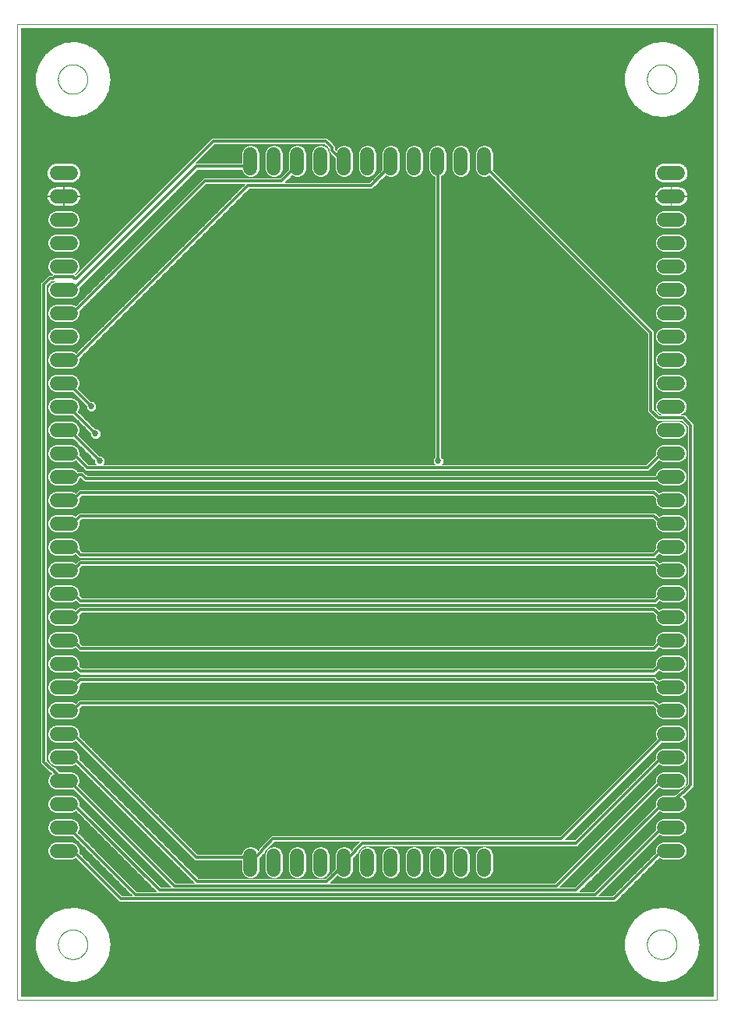
<source format=gbl>
From cceb5e82b0e293372273d1fe5e2c595636c86800 Mon Sep 17 00:00:00 2001
From: William Harrington <kb0iic@berzerkula.org>
Date: Sat, 13 Jul 2024 19:15:37 -0500
Subject: updates for Orator and 5x7 display.

---
 eagle/5x7 Display/5x7_LARGE_DIGIT1_6952.GBL | 40844 +++++++++++++-------------
 1 file changed, 20422 insertions(+), 20422 deletions(-)

(limited to 'eagle/5x7 Display/5x7_LARGE_DIGIT1_6952.GBL')

diff --git a/eagle/5x7 Display/5x7_LARGE_DIGIT1_6952.GBL b/eagle/5x7 Display/5x7_LARGE_DIGIT1_6952.GBL
index 904bc4b..d46a7f8 100644
--- a/eagle/5x7 Display/5x7_LARGE_DIGIT1_6952.GBL	
+++ b/eagle/5x7 Display/5x7_LARGE_DIGIT1_6952.GBL	
@@ -1,20422 +1,20422 @@
-G75*
-%MOIN*%
-%OFA0B0*%
-%FSLAX25Y25*%
-%IPPOS*%
-%LPD*%
-%AMOC8*
-5,1,8,0,0,1.08239X$1,22.5*
-%
-%ADD10C,0.00000*%
-%ADD11C,0.06000*%
-%ADD12C,0.00300*%
-%ADD13C,0.01200*%
-%ADD14C,0.02700*%
-D10*
-X0012961Y0010993D02*
-X0012961Y0428315D01*
-X0312174Y0428315D01*
-X0312174Y0010993D01*
-X0012961Y0010993D01*
-X0030284Y0034615D02*
-X0030286Y0034773D01*
-X0030292Y0034931D01*
-X0030302Y0035089D01*
-X0030316Y0035247D01*
-X0030334Y0035404D01*
-X0030355Y0035561D01*
-X0030381Y0035717D01*
-X0030411Y0035873D01*
-X0030444Y0036028D01*
-X0030482Y0036181D01*
-X0030523Y0036334D01*
-X0030568Y0036486D01*
-X0030617Y0036637D01*
-X0030670Y0036786D01*
-X0030726Y0036934D01*
-X0030786Y0037080D01*
-X0030850Y0037225D01*
-X0030918Y0037368D01*
-X0030989Y0037510D01*
-X0031063Y0037650D01*
-X0031141Y0037787D01*
-X0031223Y0037923D01*
-X0031307Y0038057D01*
-X0031396Y0038188D01*
-X0031487Y0038317D01*
-X0031582Y0038444D01*
-X0031679Y0038569D01*
-X0031780Y0038691D01*
-X0031884Y0038810D01*
-X0031991Y0038927D01*
-X0032101Y0039041D01*
-X0032214Y0039152D01*
-X0032329Y0039261D01*
-X0032447Y0039366D01*
-X0032568Y0039468D01*
-X0032691Y0039568D01*
-X0032817Y0039664D01*
-X0032945Y0039757D01*
-X0033075Y0039847D01*
-X0033208Y0039933D01*
-X0033343Y0040017D01*
-X0033479Y0040096D01*
-X0033618Y0040173D01*
-X0033759Y0040245D01*
-X0033901Y0040315D01*
-X0034045Y0040380D01*
-X0034191Y0040442D01*
-X0034338Y0040500D01*
-X0034487Y0040555D01*
-X0034637Y0040606D01*
-X0034788Y0040653D01*
-X0034940Y0040696D01*
-X0035093Y0040735D01*
-X0035248Y0040771D01*
-X0035403Y0040802D01*
-X0035559Y0040830D01*
-X0035715Y0040854D01*
-X0035872Y0040874D01*
-X0036030Y0040890D01*
-X0036187Y0040902D01*
-X0036346Y0040910D01*
-X0036504Y0040914D01*
-X0036662Y0040914D01*
-X0036820Y0040910D01*
-X0036979Y0040902D01*
-X0037136Y0040890D01*
-X0037294Y0040874D01*
-X0037451Y0040854D01*
-X0037607Y0040830D01*
-X0037763Y0040802D01*
-X0037918Y0040771D01*
-X0038073Y0040735D01*
-X0038226Y0040696D01*
-X0038378Y0040653D01*
-X0038529Y0040606D01*
-X0038679Y0040555D01*
-X0038828Y0040500D01*
-X0038975Y0040442D01*
-X0039121Y0040380D01*
-X0039265Y0040315D01*
-X0039407Y0040245D01*
-X0039548Y0040173D01*
-X0039687Y0040096D01*
-X0039823Y0040017D01*
-X0039958Y0039933D01*
-X0040091Y0039847D01*
-X0040221Y0039757D01*
-X0040349Y0039664D01*
-X0040475Y0039568D01*
-X0040598Y0039468D01*
-X0040719Y0039366D01*
-X0040837Y0039261D01*
-X0040952Y0039152D01*
-X0041065Y0039041D01*
-X0041175Y0038927D01*
-X0041282Y0038810D01*
-X0041386Y0038691D01*
-X0041487Y0038569D01*
-X0041584Y0038444D01*
-X0041679Y0038317D01*
-X0041770Y0038188D01*
-X0041859Y0038057D01*
-X0041943Y0037923D01*
-X0042025Y0037787D01*
-X0042103Y0037650D01*
-X0042177Y0037510D01*
-X0042248Y0037368D01*
-X0042316Y0037225D01*
-X0042380Y0037080D01*
-X0042440Y0036934D01*
-X0042496Y0036786D01*
-X0042549Y0036637D01*
-X0042598Y0036486D01*
-X0042643Y0036334D01*
-X0042684Y0036181D01*
-X0042722Y0036028D01*
-X0042755Y0035873D01*
-X0042785Y0035717D01*
-X0042811Y0035561D01*
-X0042832Y0035404D01*
-X0042850Y0035247D01*
-X0042864Y0035089D01*
-X0042874Y0034931D01*
-X0042880Y0034773D01*
-X0042882Y0034615D01*
-X0042880Y0034457D01*
-X0042874Y0034299D01*
-X0042864Y0034141D01*
-X0042850Y0033983D01*
-X0042832Y0033826D01*
-X0042811Y0033669D01*
-X0042785Y0033513D01*
-X0042755Y0033357D01*
-X0042722Y0033202D01*
-X0042684Y0033049D01*
-X0042643Y0032896D01*
-X0042598Y0032744D01*
-X0042549Y0032593D01*
-X0042496Y0032444D01*
-X0042440Y0032296D01*
-X0042380Y0032150D01*
-X0042316Y0032005D01*
-X0042248Y0031862D01*
-X0042177Y0031720D01*
-X0042103Y0031580D01*
-X0042025Y0031443D01*
-X0041943Y0031307D01*
-X0041859Y0031173D01*
-X0041770Y0031042D01*
-X0041679Y0030913D01*
-X0041584Y0030786D01*
-X0041487Y0030661D01*
-X0041386Y0030539D01*
-X0041282Y0030420D01*
-X0041175Y0030303D01*
-X0041065Y0030189D01*
-X0040952Y0030078D01*
-X0040837Y0029969D01*
-X0040719Y0029864D01*
-X0040598Y0029762D01*
-X0040475Y0029662D01*
-X0040349Y0029566D01*
-X0040221Y0029473D01*
-X0040091Y0029383D01*
-X0039958Y0029297D01*
-X0039823Y0029213D01*
-X0039687Y0029134D01*
-X0039548Y0029057D01*
-X0039407Y0028985D01*
-X0039265Y0028915D01*
-X0039121Y0028850D01*
-X0038975Y0028788D01*
-X0038828Y0028730D01*
-X0038679Y0028675D01*
-X0038529Y0028624D01*
-X0038378Y0028577D01*
-X0038226Y0028534D01*
-X0038073Y0028495D01*
-X0037918Y0028459D01*
-X0037763Y0028428D01*
-X0037607Y0028400D01*
-X0037451Y0028376D01*
-X0037294Y0028356D01*
-X0037136Y0028340D01*
-X0036979Y0028328D01*
-X0036820Y0028320D01*
-X0036662Y0028316D01*
-X0036504Y0028316D01*
-X0036346Y0028320D01*
-X0036187Y0028328D01*
-X0036030Y0028340D01*
-X0035872Y0028356D01*
-X0035715Y0028376D01*
-X0035559Y0028400D01*
-X0035403Y0028428D01*
-X0035248Y0028459D01*
-X0035093Y0028495D01*
-X0034940Y0028534D01*
-X0034788Y0028577D01*
-X0034637Y0028624D01*
-X0034487Y0028675D01*
-X0034338Y0028730D01*
-X0034191Y0028788D01*
-X0034045Y0028850D01*
-X0033901Y0028915D01*
-X0033759Y0028985D01*
-X0033618Y0029057D01*
-X0033479Y0029134D01*
-X0033343Y0029213D01*
-X0033208Y0029297D01*
-X0033075Y0029383D01*
-X0032945Y0029473D01*
-X0032817Y0029566D01*
-X0032691Y0029662D01*
-X0032568Y0029762D01*
-X0032447Y0029864D01*
-X0032329Y0029969D01*
-X0032214Y0030078D01*
-X0032101Y0030189D01*
-X0031991Y0030303D01*
-X0031884Y0030420D01*
-X0031780Y0030539D01*
-X0031679Y0030661D01*
-X0031582Y0030786D01*
-X0031487Y0030913D01*
-X0031396Y0031042D01*
-X0031307Y0031173D01*
-X0031223Y0031307D01*
-X0031141Y0031443D01*
-X0031063Y0031580D01*
-X0030989Y0031720D01*
-X0030918Y0031862D01*
-X0030850Y0032005D01*
-X0030786Y0032150D01*
-X0030726Y0032296D01*
-X0030670Y0032444D01*
-X0030617Y0032593D01*
-X0030568Y0032744D01*
-X0030523Y0032896D01*
-X0030482Y0033049D01*
-X0030444Y0033202D01*
-X0030411Y0033357D01*
-X0030381Y0033513D01*
-X0030355Y0033669D01*
-X0030334Y0033826D01*
-X0030316Y0033983D01*
-X0030302Y0034141D01*
-X0030292Y0034299D01*
-X0030286Y0034457D01*
-X0030284Y0034615D01*
-X0282253Y0034615D02*
-X0282255Y0034773D01*
-X0282261Y0034931D01*
-X0282271Y0035089D01*
-X0282285Y0035247D01*
-X0282303Y0035404D01*
-X0282324Y0035561D01*
-X0282350Y0035717D01*
-X0282380Y0035873D01*
-X0282413Y0036028D01*
-X0282451Y0036181D01*
-X0282492Y0036334D01*
-X0282537Y0036486D01*
-X0282586Y0036637D01*
-X0282639Y0036786D01*
-X0282695Y0036934D01*
-X0282755Y0037080D01*
-X0282819Y0037225D01*
-X0282887Y0037368D01*
-X0282958Y0037510D01*
-X0283032Y0037650D01*
-X0283110Y0037787D01*
-X0283192Y0037923D01*
-X0283276Y0038057D01*
-X0283365Y0038188D01*
-X0283456Y0038317D01*
-X0283551Y0038444D01*
-X0283648Y0038569D01*
-X0283749Y0038691D01*
-X0283853Y0038810D01*
-X0283960Y0038927D01*
-X0284070Y0039041D01*
-X0284183Y0039152D01*
-X0284298Y0039261D01*
-X0284416Y0039366D01*
-X0284537Y0039468D01*
-X0284660Y0039568D01*
-X0284786Y0039664D01*
-X0284914Y0039757D01*
-X0285044Y0039847D01*
-X0285177Y0039933D01*
-X0285312Y0040017D01*
-X0285448Y0040096D01*
-X0285587Y0040173D01*
-X0285728Y0040245D01*
-X0285870Y0040315D01*
-X0286014Y0040380D01*
-X0286160Y0040442D01*
-X0286307Y0040500D01*
-X0286456Y0040555D01*
-X0286606Y0040606D01*
-X0286757Y0040653D01*
-X0286909Y0040696D01*
-X0287062Y0040735D01*
-X0287217Y0040771D01*
-X0287372Y0040802D01*
-X0287528Y0040830D01*
-X0287684Y0040854D01*
-X0287841Y0040874D01*
-X0287999Y0040890D01*
-X0288156Y0040902D01*
-X0288315Y0040910D01*
-X0288473Y0040914D01*
-X0288631Y0040914D01*
-X0288789Y0040910D01*
-X0288948Y0040902D01*
-X0289105Y0040890D01*
-X0289263Y0040874D01*
-X0289420Y0040854D01*
-X0289576Y0040830D01*
-X0289732Y0040802D01*
-X0289887Y0040771D01*
-X0290042Y0040735D01*
-X0290195Y0040696D01*
-X0290347Y0040653D01*
-X0290498Y0040606D01*
-X0290648Y0040555D01*
-X0290797Y0040500D01*
-X0290944Y0040442D01*
-X0291090Y0040380D01*
-X0291234Y0040315D01*
-X0291376Y0040245D01*
-X0291517Y0040173D01*
-X0291656Y0040096D01*
-X0291792Y0040017D01*
-X0291927Y0039933D01*
-X0292060Y0039847D01*
-X0292190Y0039757D01*
-X0292318Y0039664D01*
-X0292444Y0039568D01*
-X0292567Y0039468D01*
-X0292688Y0039366D01*
-X0292806Y0039261D01*
-X0292921Y0039152D01*
-X0293034Y0039041D01*
-X0293144Y0038927D01*
-X0293251Y0038810D01*
-X0293355Y0038691D01*
-X0293456Y0038569D01*
-X0293553Y0038444D01*
-X0293648Y0038317D01*
-X0293739Y0038188D01*
-X0293828Y0038057D01*
-X0293912Y0037923D01*
-X0293994Y0037787D01*
-X0294072Y0037650D01*
-X0294146Y0037510D01*
-X0294217Y0037368D01*
-X0294285Y0037225D01*
-X0294349Y0037080D01*
-X0294409Y0036934D01*
-X0294465Y0036786D01*
-X0294518Y0036637D01*
-X0294567Y0036486D01*
-X0294612Y0036334D01*
-X0294653Y0036181D01*
-X0294691Y0036028D01*
-X0294724Y0035873D01*
-X0294754Y0035717D01*
-X0294780Y0035561D01*
-X0294801Y0035404D01*
-X0294819Y0035247D01*
-X0294833Y0035089D01*
-X0294843Y0034931D01*
-X0294849Y0034773D01*
-X0294851Y0034615D01*
-X0294849Y0034457D01*
-X0294843Y0034299D01*
-X0294833Y0034141D01*
-X0294819Y0033983D01*
-X0294801Y0033826D01*
-X0294780Y0033669D01*
-X0294754Y0033513D01*
-X0294724Y0033357D01*
-X0294691Y0033202D01*
-X0294653Y0033049D01*
-X0294612Y0032896D01*
-X0294567Y0032744D01*
-X0294518Y0032593D01*
-X0294465Y0032444D01*
-X0294409Y0032296D01*
-X0294349Y0032150D01*
-X0294285Y0032005D01*
-X0294217Y0031862D01*
-X0294146Y0031720D01*
-X0294072Y0031580D01*
-X0293994Y0031443D01*
-X0293912Y0031307D01*
-X0293828Y0031173D01*
-X0293739Y0031042D01*
-X0293648Y0030913D01*
-X0293553Y0030786D01*
-X0293456Y0030661D01*
-X0293355Y0030539D01*
-X0293251Y0030420D01*
-X0293144Y0030303D01*
-X0293034Y0030189D01*
-X0292921Y0030078D01*
-X0292806Y0029969D01*
-X0292688Y0029864D01*
-X0292567Y0029762D01*
-X0292444Y0029662D01*
-X0292318Y0029566D01*
-X0292190Y0029473D01*
-X0292060Y0029383D01*
-X0291927Y0029297D01*
-X0291792Y0029213D01*
-X0291656Y0029134D01*
-X0291517Y0029057D01*
-X0291376Y0028985D01*
-X0291234Y0028915D01*
-X0291090Y0028850D01*
-X0290944Y0028788D01*
-X0290797Y0028730D01*
-X0290648Y0028675D01*
-X0290498Y0028624D01*
-X0290347Y0028577D01*
-X0290195Y0028534D01*
-X0290042Y0028495D01*
-X0289887Y0028459D01*
-X0289732Y0028428D01*
-X0289576Y0028400D01*
-X0289420Y0028376D01*
-X0289263Y0028356D01*
-X0289105Y0028340D01*
-X0288948Y0028328D01*
-X0288789Y0028320D01*
-X0288631Y0028316D01*
-X0288473Y0028316D01*
-X0288315Y0028320D01*
-X0288156Y0028328D01*
-X0287999Y0028340D01*
-X0287841Y0028356D01*
-X0287684Y0028376D01*
-X0287528Y0028400D01*
-X0287372Y0028428D01*
-X0287217Y0028459D01*
-X0287062Y0028495D01*
-X0286909Y0028534D01*
-X0286757Y0028577D01*
-X0286606Y0028624D01*
-X0286456Y0028675D01*
-X0286307Y0028730D01*
-X0286160Y0028788D01*
-X0286014Y0028850D01*
-X0285870Y0028915D01*
-X0285728Y0028985D01*
-X0285587Y0029057D01*
-X0285448Y0029134D01*
-X0285312Y0029213D01*
-X0285177Y0029297D01*
-X0285044Y0029383D01*
-X0284914Y0029473D01*
-X0284786Y0029566D01*
-X0284660Y0029662D01*
-X0284537Y0029762D01*
-X0284416Y0029864D01*
-X0284298Y0029969D01*
-X0284183Y0030078D01*
-X0284070Y0030189D01*
-X0283960Y0030303D01*
-X0283853Y0030420D01*
-X0283749Y0030539D01*
-X0283648Y0030661D01*
-X0283551Y0030786D01*
-X0283456Y0030913D01*
-X0283365Y0031042D01*
-X0283276Y0031173D01*
-X0283192Y0031307D01*
-X0283110Y0031443D01*
-X0283032Y0031580D01*
-X0282958Y0031720D01*
-X0282887Y0031862D01*
-X0282819Y0032005D01*
-X0282755Y0032150D01*
-X0282695Y0032296D01*
-X0282639Y0032444D01*
-X0282586Y0032593D01*
-X0282537Y0032744D01*
-X0282492Y0032896D01*
-X0282451Y0033049D01*
-X0282413Y0033202D01*
-X0282380Y0033357D01*
-X0282350Y0033513D01*
-X0282324Y0033669D01*
-X0282303Y0033826D01*
-X0282285Y0033983D01*
-X0282271Y0034141D01*
-X0282261Y0034299D01*
-X0282255Y0034457D01*
-X0282253Y0034615D01*
-X0282253Y0404693D02*
-X0282255Y0404851D01*
-X0282261Y0405009D01*
-X0282271Y0405167D01*
-X0282285Y0405325D01*
-X0282303Y0405482D01*
-X0282324Y0405639D01*
-X0282350Y0405795D01*
-X0282380Y0405951D01*
-X0282413Y0406106D01*
-X0282451Y0406259D01*
-X0282492Y0406412D01*
-X0282537Y0406564D01*
-X0282586Y0406715D01*
-X0282639Y0406864D01*
-X0282695Y0407012D01*
-X0282755Y0407158D01*
-X0282819Y0407303D01*
-X0282887Y0407446D01*
-X0282958Y0407588D01*
-X0283032Y0407728D01*
-X0283110Y0407865D01*
-X0283192Y0408001D01*
-X0283276Y0408135D01*
-X0283365Y0408266D01*
-X0283456Y0408395D01*
-X0283551Y0408522D01*
-X0283648Y0408647D01*
-X0283749Y0408769D01*
-X0283853Y0408888D01*
-X0283960Y0409005D01*
-X0284070Y0409119D01*
-X0284183Y0409230D01*
-X0284298Y0409339D01*
-X0284416Y0409444D01*
-X0284537Y0409546D01*
-X0284660Y0409646D01*
-X0284786Y0409742D01*
-X0284914Y0409835D01*
-X0285044Y0409925D01*
-X0285177Y0410011D01*
-X0285312Y0410095D01*
-X0285448Y0410174D01*
-X0285587Y0410251D01*
-X0285728Y0410323D01*
-X0285870Y0410393D01*
-X0286014Y0410458D01*
-X0286160Y0410520D01*
-X0286307Y0410578D01*
-X0286456Y0410633D01*
-X0286606Y0410684D01*
-X0286757Y0410731D01*
-X0286909Y0410774D01*
-X0287062Y0410813D01*
-X0287217Y0410849D01*
-X0287372Y0410880D01*
-X0287528Y0410908D01*
-X0287684Y0410932D01*
-X0287841Y0410952D01*
-X0287999Y0410968D01*
-X0288156Y0410980D01*
-X0288315Y0410988D01*
-X0288473Y0410992D01*
-X0288631Y0410992D01*
-X0288789Y0410988D01*
-X0288948Y0410980D01*
-X0289105Y0410968D01*
-X0289263Y0410952D01*
-X0289420Y0410932D01*
-X0289576Y0410908D01*
-X0289732Y0410880D01*
-X0289887Y0410849D01*
-X0290042Y0410813D01*
-X0290195Y0410774D01*
-X0290347Y0410731D01*
-X0290498Y0410684D01*
-X0290648Y0410633D01*
-X0290797Y0410578D01*
-X0290944Y0410520D01*
-X0291090Y0410458D01*
-X0291234Y0410393D01*
-X0291376Y0410323D01*
-X0291517Y0410251D01*
-X0291656Y0410174D01*
-X0291792Y0410095D01*
-X0291927Y0410011D01*
-X0292060Y0409925D01*
-X0292190Y0409835D01*
-X0292318Y0409742D01*
-X0292444Y0409646D01*
-X0292567Y0409546D01*
-X0292688Y0409444D01*
-X0292806Y0409339D01*
-X0292921Y0409230D01*
-X0293034Y0409119D01*
-X0293144Y0409005D01*
-X0293251Y0408888D01*
-X0293355Y0408769D01*
-X0293456Y0408647D01*
-X0293553Y0408522D01*
-X0293648Y0408395D01*
-X0293739Y0408266D01*
-X0293828Y0408135D01*
-X0293912Y0408001D01*
-X0293994Y0407865D01*
-X0294072Y0407728D01*
-X0294146Y0407588D01*
-X0294217Y0407446D01*
-X0294285Y0407303D01*
-X0294349Y0407158D01*
-X0294409Y0407012D01*
-X0294465Y0406864D01*
-X0294518Y0406715D01*
-X0294567Y0406564D01*
-X0294612Y0406412D01*
-X0294653Y0406259D01*
-X0294691Y0406106D01*
-X0294724Y0405951D01*
-X0294754Y0405795D01*
-X0294780Y0405639D01*
-X0294801Y0405482D01*
-X0294819Y0405325D01*
-X0294833Y0405167D01*
-X0294843Y0405009D01*
-X0294849Y0404851D01*
-X0294851Y0404693D01*
-X0294849Y0404535D01*
-X0294843Y0404377D01*
-X0294833Y0404219D01*
-X0294819Y0404061D01*
-X0294801Y0403904D01*
-X0294780Y0403747D01*
-X0294754Y0403591D01*
-X0294724Y0403435D01*
-X0294691Y0403280D01*
-X0294653Y0403127D01*
-X0294612Y0402974D01*
-X0294567Y0402822D01*
-X0294518Y0402671D01*
-X0294465Y0402522D01*
-X0294409Y0402374D01*
-X0294349Y0402228D01*
-X0294285Y0402083D01*
-X0294217Y0401940D01*
-X0294146Y0401798D01*
-X0294072Y0401658D01*
-X0293994Y0401521D01*
-X0293912Y0401385D01*
-X0293828Y0401251D01*
-X0293739Y0401120D01*
-X0293648Y0400991D01*
-X0293553Y0400864D01*
-X0293456Y0400739D01*
-X0293355Y0400617D01*
-X0293251Y0400498D01*
-X0293144Y0400381D01*
-X0293034Y0400267D01*
-X0292921Y0400156D01*
-X0292806Y0400047D01*
-X0292688Y0399942D01*
-X0292567Y0399840D01*
-X0292444Y0399740D01*
-X0292318Y0399644D01*
-X0292190Y0399551D01*
-X0292060Y0399461D01*
-X0291927Y0399375D01*
-X0291792Y0399291D01*
-X0291656Y0399212D01*
-X0291517Y0399135D01*
-X0291376Y0399063D01*
-X0291234Y0398993D01*
-X0291090Y0398928D01*
-X0290944Y0398866D01*
-X0290797Y0398808D01*
-X0290648Y0398753D01*
-X0290498Y0398702D01*
-X0290347Y0398655D01*
-X0290195Y0398612D01*
-X0290042Y0398573D01*
-X0289887Y0398537D01*
-X0289732Y0398506D01*
-X0289576Y0398478D01*
-X0289420Y0398454D01*
-X0289263Y0398434D01*
-X0289105Y0398418D01*
-X0288948Y0398406D01*
-X0288789Y0398398D01*
-X0288631Y0398394D01*
-X0288473Y0398394D01*
-X0288315Y0398398D01*
-X0288156Y0398406D01*
-X0287999Y0398418D01*
-X0287841Y0398434D01*
-X0287684Y0398454D01*
-X0287528Y0398478D01*
-X0287372Y0398506D01*
-X0287217Y0398537D01*
-X0287062Y0398573D01*
-X0286909Y0398612D01*
-X0286757Y0398655D01*
-X0286606Y0398702D01*
-X0286456Y0398753D01*
-X0286307Y0398808D01*
-X0286160Y0398866D01*
-X0286014Y0398928D01*
-X0285870Y0398993D01*
-X0285728Y0399063D01*
-X0285587Y0399135D01*
-X0285448Y0399212D01*
-X0285312Y0399291D01*
-X0285177Y0399375D01*
-X0285044Y0399461D01*
-X0284914Y0399551D01*
-X0284786Y0399644D01*
-X0284660Y0399740D01*
-X0284537Y0399840D01*
-X0284416Y0399942D01*
-X0284298Y0400047D01*
-X0284183Y0400156D01*
-X0284070Y0400267D01*
-X0283960Y0400381D01*
-X0283853Y0400498D01*
-X0283749Y0400617D01*
-X0283648Y0400739D01*
-X0283551Y0400864D01*
-X0283456Y0400991D01*
-X0283365Y0401120D01*
-X0283276Y0401251D01*
-X0283192Y0401385D01*
-X0283110Y0401521D01*
-X0283032Y0401658D01*
-X0282958Y0401798D01*
-X0282887Y0401940D01*
-X0282819Y0402083D01*
-X0282755Y0402228D01*
-X0282695Y0402374D01*
-X0282639Y0402522D01*
-X0282586Y0402671D01*
-X0282537Y0402822D01*
-X0282492Y0402974D01*
-X0282451Y0403127D01*
-X0282413Y0403280D01*
-X0282380Y0403435D01*
-X0282350Y0403591D01*
-X0282324Y0403747D01*
-X0282303Y0403904D01*
-X0282285Y0404061D01*
-X0282271Y0404219D01*
-X0282261Y0404377D01*
-X0282255Y0404535D01*
-X0282253Y0404693D01*
-X0030284Y0404693D02*
-X0030286Y0404851D01*
-X0030292Y0405009D01*
-X0030302Y0405167D01*
-X0030316Y0405325D01*
-X0030334Y0405482D01*
-X0030355Y0405639D01*
-X0030381Y0405795D01*
-X0030411Y0405951D01*
-X0030444Y0406106D01*
-X0030482Y0406259D01*
-X0030523Y0406412D01*
-X0030568Y0406564D01*
-X0030617Y0406715D01*
-X0030670Y0406864D01*
-X0030726Y0407012D01*
-X0030786Y0407158D01*
-X0030850Y0407303D01*
-X0030918Y0407446D01*
-X0030989Y0407588D01*
-X0031063Y0407728D01*
-X0031141Y0407865D01*
-X0031223Y0408001D01*
-X0031307Y0408135D01*
-X0031396Y0408266D01*
-X0031487Y0408395D01*
-X0031582Y0408522D01*
-X0031679Y0408647D01*
-X0031780Y0408769D01*
-X0031884Y0408888D01*
-X0031991Y0409005D01*
-X0032101Y0409119D01*
-X0032214Y0409230D01*
-X0032329Y0409339D01*
-X0032447Y0409444D01*
-X0032568Y0409546D01*
-X0032691Y0409646D01*
-X0032817Y0409742D01*
-X0032945Y0409835D01*
-X0033075Y0409925D01*
-X0033208Y0410011D01*
-X0033343Y0410095D01*
-X0033479Y0410174D01*
-X0033618Y0410251D01*
-X0033759Y0410323D01*
-X0033901Y0410393D01*
-X0034045Y0410458D01*
-X0034191Y0410520D01*
-X0034338Y0410578D01*
-X0034487Y0410633D01*
-X0034637Y0410684D01*
-X0034788Y0410731D01*
-X0034940Y0410774D01*
-X0035093Y0410813D01*
-X0035248Y0410849D01*
-X0035403Y0410880D01*
-X0035559Y0410908D01*
-X0035715Y0410932D01*
-X0035872Y0410952D01*
-X0036030Y0410968D01*
-X0036187Y0410980D01*
-X0036346Y0410988D01*
-X0036504Y0410992D01*
-X0036662Y0410992D01*
-X0036820Y0410988D01*
-X0036979Y0410980D01*
-X0037136Y0410968D01*
-X0037294Y0410952D01*
-X0037451Y0410932D01*
-X0037607Y0410908D01*
-X0037763Y0410880D01*
-X0037918Y0410849D01*
-X0038073Y0410813D01*
-X0038226Y0410774D01*
-X0038378Y0410731D01*
-X0038529Y0410684D01*
-X0038679Y0410633D01*
-X0038828Y0410578D01*
-X0038975Y0410520D01*
-X0039121Y0410458D01*
-X0039265Y0410393D01*
-X0039407Y0410323D01*
-X0039548Y0410251D01*
-X0039687Y0410174D01*
-X0039823Y0410095D01*
-X0039958Y0410011D01*
-X0040091Y0409925D01*
-X0040221Y0409835D01*
-X0040349Y0409742D01*
-X0040475Y0409646D01*
-X0040598Y0409546D01*
-X0040719Y0409444D01*
-X0040837Y0409339D01*
-X0040952Y0409230D01*
-X0041065Y0409119D01*
-X0041175Y0409005D01*
-X0041282Y0408888D01*
-X0041386Y0408769D01*
-X0041487Y0408647D01*
-X0041584Y0408522D01*
-X0041679Y0408395D01*
-X0041770Y0408266D01*
-X0041859Y0408135D01*
-X0041943Y0408001D01*
-X0042025Y0407865D01*
-X0042103Y0407728D01*
-X0042177Y0407588D01*
-X0042248Y0407446D01*
-X0042316Y0407303D01*
-X0042380Y0407158D01*
-X0042440Y0407012D01*
-X0042496Y0406864D01*
-X0042549Y0406715D01*
-X0042598Y0406564D01*
-X0042643Y0406412D01*
-X0042684Y0406259D01*
-X0042722Y0406106D01*
-X0042755Y0405951D01*
-X0042785Y0405795D01*
-X0042811Y0405639D01*
-X0042832Y0405482D01*
-X0042850Y0405325D01*
-X0042864Y0405167D01*
-X0042874Y0405009D01*
-X0042880Y0404851D01*
-X0042882Y0404693D01*
-X0042880Y0404535D01*
-X0042874Y0404377D01*
-X0042864Y0404219D01*
-X0042850Y0404061D01*
-X0042832Y0403904D01*
-X0042811Y0403747D01*
-X0042785Y0403591D01*
-X0042755Y0403435D01*
-X0042722Y0403280D01*
-X0042684Y0403127D01*
-X0042643Y0402974D01*
-X0042598Y0402822D01*
-X0042549Y0402671D01*
-X0042496Y0402522D01*
-X0042440Y0402374D01*
-X0042380Y0402228D01*
-X0042316Y0402083D01*
-X0042248Y0401940D01*
-X0042177Y0401798D01*
-X0042103Y0401658D01*
-X0042025Y0401521D01*
-X0041943Y0401385D01*
-X0041859Y0401251D01*
-X0041770Y0401120D01*
-X0041679Y0400991D01*
-X0041584Y0400864D01*
-X0041487Y0400739D01*
-X0041386Y0400617D01*
-X0041282Y0400498D01*
-X0041175Y0400381D01*
-X0041065Y0400267D01*
-X0040952Y0400156D01*
-X0040837Y0400047D01*
-X0040719Y0399942D01*
-X0040598Y0399840D01*
-X0040475Y0399740D01*
-X0040349Y0399644D01*
-X0040221Y0399551D01*
-X0040091Y0399461D01*
-X0039958Y0399375D01*
-X0039823Y0399291D01*
-X0039687Y0399212D01*
-X0039548Y0399135D01*
-X0039407Y0399063D01*
-X0039265Y0398993D01*
-X0039121Y0398928D01*
-X0038975Y0398866D01*
-X0038828Y0398808D01*
-X0038679Y0398753D01*
-X0038529Y0398702D01*
-X0038378Y0398655D01*
-X0038226Y0398612D01*
-X0038073Y0398573D01*
-X0037918Y0398537D01*
-X0037763Y0398506D01*
-X0037607Y0398478D01*
-X0037451Y0398454D01*
-X0037294Y0398434D01*
-X0037136Y0398418D01*
-X0036979Y0398406D01*
-X0036820Y0398398D01*
-X0036662Y0398394D01*
-X0036504Y0398394D01*
-X0036346Y0398398D01*
-X0036187Y0398406D01*
-X0036030Y0398418D01*
-X0035872Y0398434D01*
-X0035715Y0398454D01*
-X0035559Y0398478D01*
-X0035403Y0398506D01*
-X0035248Y0398537D01*
-X0035093Y0398573D01*
-X0034940Y0398612D01*
-X0034788Y0398655D01*
-X0034637Y0398702D01*
-X0034487Y0398753D01*
-X0034338Y0398808D01*
-X0034191Y0398866D01*
-X0034045Y0398928D01*
-X0033901Y0398993D01*
-X0033759Y0399063D01*
-X0033618Y0399135D01*
-X0033479Y0399212D01*
-X0033343Y0399291D01*
-X0033208Y0399375D01*
-X0033075Y0399461D01*
-X0032945Y0399551D01*
-X0032817Y0399644D01*
-X0032691Y0399740D01*
-X0032568Y0399840D01*
-X0032447Y0399942D01*
-X0032329Y0400047D01*
-X0032214Y0400156D01*
-X0032101Y0400267D01*
-X0031991Y0400381D01*
-X0031884Y0400498D01*
-X0031780Y0400617D01*
-X0031679Y0400739D01*
-X0031582Y0400864D01*
-X0031487Y0400991D01*
-X0031396Y0401120D01*
-X0031307Y0401251D01*
-X0031223Y0401385D01*
-X0031141Y0401521D01*
-X0031063Y0401658D01*
-X0030989Y0401798D01*
-X0030918Y0401940D01*
-X0030850Y0402083D01*
-X0030786Y0402228D01*
-X0030726Y0402374D01*
-X0030670Y0402522D01*
-X0030617Y0402671D01*
-X0030568Y0402822D01*
-X0030523Y0402974D01*
-X0030482Y0403127D01*
-X0030444Y0403280D01*
-X0030411Y0403435D01*
-X0030381Y0403591D01*
-X0030355Y0403747D01*
-X0030334Y0403904D01*
-X0030316Y0404061D01*
-X0030302Y0404219D01*
-X0030292Y0404377D01*
-X0030286Y0404535D01*
-X0030284Y0404693D01*
-D11*
-X0029646Y0364654D02*
-X0035646Y0364654D01*
-X0035646Y0354654D02*
-X0029646Y0354654D01*
-X0029646Y0344654D02*
-X0035646Y0344654D01*
-X0035646Y0334654D02*
-X0029646Y0334654D01*
-X0029646Y0324654D02*
-X0035646Y0324654D01*
-X0035646Y0314654D02*
-X0029646Y0314654D01*
-X0029646Y0304654D02*
-X0035646Y0304654D01*
-X0035646Y0294654D02*
-X0029646Y0294654D01*
-X0029646Y0284654D02*
-X0035646Y0284654D01*
-X0035646Y0274654D02*
-X0029646Y0274654D01*
-X0029646Y0264654D02*
-X0035646Y0264654D01*
-X0035646Y0254654D02*
-X0029646Y0254654D01*
-X0029646Y0244654D02*
-X0035646Y0244654D01*
-X0035646Y0234654D02*
-X0029646Y0234654D01*
-X0029646Y0224654D02*
-X0035646Y0224654D01*
-X0035646Y0214654D02*
-X0029646Y0214654D01*
-X0029646Y0204654D02*
-X0035646Y0204654D01*
-X0035646Y0194654D02*
-X0029646Y0194654D01*
-X0029646Y0184654D02*
-X0035646Y0184654D01*
-X0035646Y0174654D02*
-X0029646Y0174654D01*
-X0029646Y0164654D02*
-X0035646Y0164654D01*
-X0035646Y0154654D02*
-X0029646Y0154654D01*
-X0029646Y0144654D02*
-X0035646Y0144654D01*
-X0035646Y0134654D02*
-X0029646Y0134654D01*
-X0029646Y0124654D02*
-X0035646Y0124654D01*
-X0035646Y0114654D02*
-X0029646Y0114654D01*
-X0029646Y0104654D02*
-X0035646Y0104654D01*
-X0035646Y0094654D02*
-X0029646Y0094654D01*
-X0029646Y0084654D02*
-X0035646Y0084654D01*
-X0035646Y0074654D02*
-X0029646Y0074654D01*
-X0112567Y0072654D02*
-X0112567Y0066654D01*
-X0122567Y0066654D02*
-X0122567Y0072654D01*
-X0132567Y0072654D02*
-X0132567Y0066654D01*
-X0142567Y0066654D02*
-X0142567Y0072654D01*
-X0152567Y0072654D02*
-X0152567Y0066654D01*
-X0162567Y0066654D02*
-X0162567Y0072654D01*
-X0172567Y0072654D02*
-X0172567Y0066654D01*
-X0182567Y0066654D02*
-X0182567Y0072654D01*
-X0192567Y0072654D02*
-X0192567Y0066654D01*
-X0202567Y0066654D02*
-X0202567Y0072654D01*
-X0212567Y0072654D02*
-X0212567Y0066654D01*
-X0289489Y0074654D02*
-X0295489Y0074654D01*
-X0295489Y0084654D02*
-X0289489Y0084654D01*
-X0289489Y0094654D02*
-X0295489Y0094654D01*
-X0295489Y0104654D02*
-X0289489Y0104654D01*
-X0289489Y0114654D02*
-X0295489Y0114654D01*
-X0295489Y0124654D02*
-X0289489Y0124654D01*
-X0289489Y0134654D02*
-X0295489Y0134654D01*
-X0295489Y0144654D02*
-X0289489Y0144654D01*
-X0289489Y0154654D02*
-X0295489Y0154654D01*
-X0295489Y0164654D02*
-X0289489Y0164654D01*
-X0289489Y0174654D02*
-X0295489Y0174654D01*
-X0295489Y0184654D02*
-X0289489Y0184654D01*
-X0289489Y0194654D02*
-X0295489Y0194654D01*
-X0295489Y0204654D02*
-X0289489Y0204654D01*
-X0289489Y0214654D02*
-X0295489Y0214654D01*
-X0295489Y0224654D02*
-X0289489Y0224654D01*
-X0289489Y0234654D02*
-X0295489Y0234654D01*
-X0295489Y0244654D02*
-X0289489Y0244654D01*
-X0289489Y0254654D02*
-X0295489Y0254654D01*
-X0295489Y0264654D02*
-X0289489Y0264654D01*
-X0289489Y0274654D02*
-X0295489Y0274654D01*
-X0295489Y0284654D02*
-X0289489Y0284654D01*
-X0289489Y0294654D02*
-X0295489Y0294654D01*
-X0295489Y0304654D02*
-X0289489Y0304654D01*
-X0289489Y0314654D02*
-X0295489Y0314654D01*
-X0295489Y0324654D02*
-X0289489Y0324654D01*
-X0289489Y0334654D02*
-X0295489Y0334654D01*
-X0295489Y0344654D02*
-X0289489Y0344654D01*
-X0289489Y0354654D02*
-X0295489Y0354654D01*
-X0295489Y0364654D02*
-X0289489Y0364654D01*
-X0212567Y0366654D02*
-X0212567Y0372654D01*
-X0202567Y0372654D02*
-X0202567Y0366654D01*
-X0192567Y0366654D02*
-X0192567Y0372654D01*
-X0182567Y0372654D02*
-X0182567Y0366654D01*
-X0172567Y0366654D02*
-X0172567Y0372654D01*
-X0162567Y0372654D02*
-X0162567Y0366654D01*
-X0152567Y0366654D02*
-X0152567Y0372654D01*
-X0142567Y0372654D02*
-X0142567Y0366654D01*
-X0132567Y0366654D02*
-X0132567Y0372654D01*
-X0122567Y0372654D02*
-X0122567Y0366654D01*
-X0112567Y0366654D02*
-X0112567Y0372654D01*
-D12*
-X0109059Y0373982D02*
-X0094360Y0373982D01*
-X0094061Y0373684D02*
-X0108935Y0373684D01*
-X0108817Y0373400D02*
-X0109388Y0374778D01*
-X0110443Y0375833D01*
-X0111821Y0376404D01*
-X0113313Y0376404D01*
-X0114692Y0375833D01*
-X0115746Y0374778D01*
-X0116317Y0373400D01*
-X0116317Y0365908D01*
-X0115746Y0364530D01*
-X0114692Y0363475D01*
-X0113313Y0362904D01*
-X0111821Y0362904D01*
-X0110443Y0363475D01*
-X0109388Y0364530D01*
-X0108817Y0365908D01*
-X0108817Y0366043D01*
-X0090020Y0366043D01*
-X0039391Y0315413D01*
-X0039396Y0315400D01*
-X0039396Y0313908D01*
-X0038825Y0312530D01*
-X0037770Y0311475D01*
-X0036392Y0310904D01*
-X0028900Y0310904D01*
-X0027522Y0311475D01*
-X0026467Y0312530D01*
-X0025896Y0313908D01*
-X0025896Y0315400D01*
-X0026467Y0316778D01*
-X0027522Y0317833D01*
-X0028752Y0318343D01*
-X0027470Y0318343D01*
-X0025561Y0316433D01*
-X0025561Y0113252D01*
-X0027920Y0110893D01*
-X0028370Y0110893D01*
-X0030859Y0108404D01*
-X0036392Y0108404D01*
-X0037770Y0107833D01*
-X0038825Y0106778D01*
-X0039396Y0105400D01*
-X0039396Y0103908D01*
-X0038871Y0102641D01*
-X0080570Y0060943D01*
-X0088452Y0060943D01*
-X0037845Y0111549D01*
-X0037770Y0111475D01*
-X0036392Y0110904D01*
-X0028900Y0110904D01*
-X0027522Y0111475D01*
-X0026467Y0112530D01*
-X0025896Y0113908D01*
-X0025896Y0115400D01*
-X0026467Y0116778D01*
-X0027522Y0117833D01*
-X0028900Y0118404D01*
-X0036392Y0118404D01*
-X0037770Y0117833D01*
-X0038825Y0116778D01*
-X0039396Y0115400D01*
-X0039396Y0113908D01*
-X0039369Y0113843D01*
-X0090470Y0062743D01*
-X0144702Y0062743D01*
-X0148817Y0066858D01*
-X0148817Y0073400D01*
-X0149388Y0074778D01*
-X0150443Y0075833D01*
-X0151821Y0076404D01*
-X0153313Y0076404D01*
-X0154692Y0075833D01*
-X0155746Y0074778D01*
-X0155773Y0074714D01*
-X0156061Y0075002D01*
-X0156061Y0075452D01*
-X0156852Y0076243D01*
-X0159102Y0078493D01*
-X0122870Y0078493D01*
-X0118711Y0074333D01*
-X0118711Y0073883D01*
-X0116317Y0071490D01*
-X0116317Y0065908D01*
-X0115746Y0064530D01*
-X0114692Y0063475D01*
-X0113313Y0062904D01*
-X0111821Y0062904D01*
-X0110443Y0063475D01*
-X0109388Y0064530D01*
-X0108817Y0065908D01*
-X0108817Y0070393D01*
-X0088902Y0070393D01*
-X0088111Y0071183D01*
-X0037795Y0121499D01*
-X0037770Y0121475D01*
-X0036392Y0120904D01*
-X0028900Y0120904D01*
-X0027522Y0121475D01*
-X0026467Y0122530D01*
-X0025896Y0123908D01*
-X0025896Y0125400D01*
-X0026467Y0126778D01*
-X0027522Y0127833D01*
-X0028900Y0128404D01*
-X0036392Y0128404D01*
-X0037770Y0127833D01*
-X0038825Y0126778D01*
-X0039396Y0125400D01*
-X0039396Y0123908D01*
-X0039340Y0123773D01*
-X0090020Y0073093D01*
-X0108817Y0073093D01*
-X0108817Y0073400D01*
-X0109388Y0074778D01*
-X0110443Y0075833D01*
-X0111821Y0076404D01*
-X0113313Y0076404D01*
-X0114692Y0075833D01*
-X0115746Y0074778D01*
-X0115758Y0074749D01*
-X0116011Y0075002D01*
-X0116011Y0075452D01*
-X0116802Y0076243D01*
-X0121752Y0081193D01*
-X0245052Y0081193D01*
-X0286349Y0122490D01*
-X0286309Y0122530D01*
-X0285739Y0123908D01*
-X0285739Y0125400D01*
-X0286309Y0126778D01*
-X0287364Y0127833D01*
-X0288743Y0128404D01*
-X0296234Y0128404D01*
-X0297613Y0127833D01*
-X0298668Y0126778D01*
-X0299239Y0125400D01*
-X0299239Y0123908D01*
-X0298668Y0122530D01*
-X0297613Y0121475D01*
-X0296234Y0120904D01*
-X0288743Y0120904D01*
-X0288629Y0120951D01*
-X0247070Y0079393D01*
-X0251352Y0079393D01*
-X0285776Y0113817D01*
-X0285739Y0113908D01*
-X0285739Y0115400D01*
-X0286309Y0116778D01*
-X0287364Y0117833D01*
-X0288743Y0118404D01*
-X0296234Y0118404D01*
-X0297613Y0117833D01*
-X0298668Y0116778D01*
-X0299239Y0115400D01*
-X0299239Y0113908D01*
-X0298668Y0112530D01*
-X0297613Y0111475D01*
-X0296234Y0110904D01*
-X0288743Y0110904D01*
-X0287364Y0111475D01*
-X0287308Y0111531D01*
-X0253261Y0077483D01*
-X0252470Y0076693D01*
-X0161120Y0076693D01*
-X0158761Y0074333D01*
-X0158761Y0073883D01*
-X0156317Y0071440D01*
-X0156317Y0065908D01*
-X0155746Y0064530D01*
-X0154692Y0063475D01*
-X0153313Y0062904D01*
-X0151821Y0062904D01*
-X0150443Y0063475D01*
-X0149848Y0064070D01*
-X0146720Y0060943D01*
-X0242802Y0060943D01*
-X0285747Y0103888D01*
-X0285739Y0103908D01*
-X0285739Y0105400D01*
-X0286309Y0106778D01*
-X0287364Y0107833D01*
-X0288743Y0108404D01*
-X0296234Y0108404D01*
-X0297613Y0107833D01*
-X0298668Y0106778D01*
-X0299239Y0105400D01*
-X0299239Y0103908D01*
-X0298668Y0102530D01*
-X0297613Y0101475D01*
-X0296234Y0100904D01*
-X0288743Y0100904D01*
-X0287364Y0101475D01*
-X0287258Y0101581D01*
-X0244820Y0059143D01*
-X0251352Y0059143D01*
-X0285850Y0093640D01*
-X0285739Y0093908D01*
-X0285739Y0095400D01*
-X0286309Y0096778D01*
-X0287364Y0097833D01*
-X0288743Y0098404D01*
-X0294213Y0098404D01*
-X0296802Y0100993D01*
-X0297252Y0100993D01*
-X0299611Y0103352D01*
-X0299611Y0256133D01*
-X0297252Y0258493D01*
-X0286452Y0258493D01*
-X0285661Y0259283D01*
-X0282511Y0262433D01*
-X0282511Y0295733D01*
-X0214731Y0363514D01*
-X0214692Y0363475D01*
-X0213313Y0362904D01*
-X0211821Y0362904D01*
-X0210443Y0363475D01*
-X0209388Y0364530D01*
-X0208817Y0365908D01*
-X0208817Y0373400D01*
-X0209388Y0374778D01*
-X0210443Y0375833D01*
-X0211821Y0376404D01*
-X0213313Y0376404D01*
-X0214692Y0375833D01*
-X0215746Y0374778D01*
-X0216317Y0373400D01*
-X0216317Y0365908D01*
-X0216270Y0365793D01*
-X0284420Y0297643D01*
-X0285211Y0296852D01*
-X0285211Y0263552D01*
-X0287570Y0261193D01*
-X0288046Y0261193D01*
-X0287364Y0261475D01*
-X0286309Y0262530D01*
-X0285739Y0263908D01*
-X0285739Y0265400D01*
-X0286309Y0266778D01*
-X0287364Y0267833D01*
-X0288743Y0268404D01*
-X0296234Y0268404D01*
-X0297613Y0267833D01*
-X0298668Y0266778D01*
-X0299239Y0265400D01*
-X0299239Y0263908D01*
-X0298668Y0262530D01*
-X0297613Y0261475D01*
-X0296931Y0261193D01*
-X0298370Y0261193D01*
-X0301520Y0258043D01*
-X0302311Y0257252D01*
-X0302311Y0102233D01*
-X0299161Y0099083D01*
-X0298370Y0098293D01*
-X0297920Y0098293D01*
-X0297505Y0097878D01*
-X0297613Y0097833D01*
-X0298668Y0096778D01*
-X0299239Y0095400D01*
-X0299239Y0093908D01*
-X0298668Y0092530D01*
-X0297613Y0091475D01*
-X0296234Y0090904D01*
-X0288743Y0090904D01*
-X0287462Y0091434D01*
-X0253370Y0057343D01*
-X0259452Y0057343D01*
-X0285820Y0083711D01*
-X0285739Y0083908D01*
-X0285739Y0085400D01*
-X0286309Y0086778D01*
-X0287364Y0087833D01*
-X0288743Y0088404D01*
-X0296234Y0088404D01*
-X0297613Y0087833D01*
-X0298668Y0086778D01*
-X0299239Y0085400D01*
-X0299239Y0083908D01*
-X0298668Y0082530D01*
-X0297613Y0081475D01*
-X0296234Y0080904D01*
-X0288743Y0080904D01*
-X0287391Y0081464D01*
-X0261470Y0055543D01*
-X0267552Y0055543D01*
-X0285791Y0073782D01*
-X0285739Y0073908D01*
-X0285739Y0075400D01*
-X0286309Y0076778D01*
-X0287364Y0077833D01*
-X0288743Y0078404D01*
-X0296234Y0078404D01*
-X0297613Y0077833D01*
-X0298668Y0076778D01*
-X0299239Y0075400D01*
-X0299239Y0073908D01*
-X0298668Y0072530D01*
-X0297613Y0071475D01*
-X0296234Y0070904D01*
-X0288743Y0070904D01*
-X0287364Y0071475D01*
-X0287333Y0071506D01*
-X0268670Y0052843D01*
-X0056502Y0052843D01*
-X0055711Y0053633D01*
-X0037820Y0071524D01*
-X0037770Y0071475D01*
-X0036392Y0070904D01*
-X0028900Y0070904D01*
-X0027522Y0071475D01*
-X0026467Y0072530D01*
-X0025896Y0073908D01*
-X0025896Y0075400D01*
-X0026467Y0076778D01*
-X0027522Y0077833D01*
-X0028900Y0078404D01*
-X0036392Y0078404D01*
-X0037770Y0077833D01*
-X0038825Y0076778D01*
-X0039396Y0075400D01*
-X0039396Y0073908D01*
-X0039355Y0073808D01*
-X0057620Y0055543D01*
-X0061902Y0055543D01*
-X0036497Y0080947D01*
-X0036392Y0080904D01*
-X0028900Y0080904D01*
-X0027522Y0081475D01*
-X0026467Y0082530D01*
-X0025896Y0083908D01*
-X0025896Y0085400D01*
-X0026467Y0086778D01*
-X0027522Y0087833D01*
-X0028900Y0088404D01*
-X0036392Y0088404D01*
-X0037770Y0087833D01*
-X0038825Y0086778D01*
-X0039396Y0085400D01*
-X0039396Y0083908D01*
-X0038825Y0082530D01*
-X0038779Y0082484D01*
-X0063920Y0057343D01*
-X0072252Y0057343D01*
-X0037945Y0091649D01*
-X0037770Y0091475D01*
-X0036392Y0090904D01*
-X0028900Y0090904D01*
-X0027522Y0091475D01*
-X0026467Y0092530D01*
-X0025896Y0093908D01*
-X0025896Y0095400D01*
-X0026467Y0096778D01*
-X0027522Y0097833D01*
-X0028900Y0098404D01*
-X0036392Y0098404D01*
-X0037770Y0097833D01*
-X0038825Y0096778D01*
-X0039396Y0095400D01*
-X0039396Y0094017D01*
-X0074270Y0059143D01*
-X0078552Y0059143D01*
-X0036674Y0101021D01*
-X0036392Y0100904D01*
-X0028900Y0100904D01*
-X0027522Y0101475D01*
-X0026467Y0102530D01*
-X0025896Y0103908D01*
-X0025896Y0105400D01*
-X0026467Y0106778D01*
-X0027522Y0107833D01*
-X0027585Y0107859D01*
-X0027252Y0108193D01*
-X0026802Y0108193D01*
-X0026011Y0108983D01*
-X0022861Y0112133D01*
-X0022861Y0317552D01*
-X0023652Y0318343D01*
-X0026352Y0321043D01*
-X0027702Y0321043D01*
-X0027955Y0321295D01*
-X0027522Y0321475D01*
-X0026467Y0322530D01*
-X0025896Y0323908D01*
-X0025896Y0325400D01*
-X0026467Y0326778D01*
-X0027522Y0327833D01*
-X0028900Y0328404D01*
-X0036392Y0328404D01*
-X0037770Y0327833D01*
-X0038825Y0326778D01*
-X0039396Y0325400D01*
-X0039396Y0323908D01*
-X0038825Y0322530D01*
-X0037770Y0321475D01*
-X0037500Y0321363D01*
-X0037711Y0321152D01*
-X0096102Y0379543D01*
-X0145370Y0379543D01*
-X0146161Y0378752D01*
-X0146161Y0378752D01*
-X0148070Y0376843D01*
-X0148070Y0376843D01*
-X0148861Y0376052D01*
-X0148861Y0374702D01*
-X0149211Y0374351D01*
-X0149388Y0374778D01*
-X0150443Y0375833D01*
-X0151821Y0376404D01*
-X0153313Y0376404D01*
-X0154692Y0375833D01*
-X0155746Y0374778D01*
-X0156317Y0373400D01*
-X0156317Y0365908D01*
-X0155746Y0364530D01*
-X0154692Y0363475D01*
-X0153313Y0362904D01*
-X0151821Y0362904D01*
-X0150443Y0363475D01*
-X0149388Y0364530D01*
-X0148817Y0365908D01*
-X0148817Y0370927D01*
-X0146952Y0372793D01*
-X0146298Y0373446D01*
-X0146317Y0373400D01*
-X0146317Y0365908D01*
-X0145746Y0364530D01*
-X0144692Y0363475D01*
-X0143313Y0362904D01*
-X0141821Y0362904D01*
-X0140443Y0363475D01*
-X0139388Y0364530D01*
-X0138817Y0365908D01*
-X0138817Y0373400D01*
-X0139388Y0374778D01*
-X0140443Y0375833D01*
-X0141821Y0376404D01*
-X0143313Y0376404D01*
-X0144692Y0375833D01*
-X0145746Y0374778D01*
-X0146161Y0373777D01*
-X0146161Y0374933D01*
-X0144252Y0376843D01*
-X0097220Y0376843D01*
-X0089120Y0368743D01*
-X0108817Y0368743D01*
-X0108817Y0373400D01*
-X0108817Y0373385D02*
-X0093763Y0373385D01*
-X0093464Y0373087D02*
-X0108817Y0373087D01*
-X0108817Y0372788D02*
-X0093166Y0372788D01*
-X0092867Y0372490D02*
-X0108817Y0372490D01*
-X0108817Y0372191D02*
-X0092569Y0372191D01*
-X0092270Y0371893D02*
-X0108817Y0371893D01*
-X0108817Y0371594D02*
-X0091972Y0371594D01*
-X0091673Y0371296D02*
-X0108817Y0371296D01*
-X0108817Y0370997D02*
-X0091375Y0370997D01*
-X0091076Y0370699D02*
-X0108817Y0370699D01*
-X0108817Y0370400D02*
-X0090778Y0370400D01*
-X0090479Y0370102D02*
-X0108817Y0370102D01*
-X0108817Y0369803D02*
-X0090181Y0369803D01*
-X0089882Y0369505D02*
-X0108817Y0369505D01*
-X0108817Y0369206D02*
-X0089584Y0369206D01*
-X0089285Y0368908D02*
-X0108817Y0368908D01*
-X0108817Y0365922D02*
-X0089900Y0365922D01*
-X0089602Y0365624D02*
-X0108935Y0365624D01*
-X0109059Y0365325D02*
-X0089303Y0365325D01*
-X0089005Y0365027D02*
-X0109182Y0365027D01*
-X0109306Y0364728D02*
-X0088706Y0364728D01*
-X0088408Y0364430D02*
-X0109488Y0364430D01*
-X0109787Y0364131D02*
-X0088109Y0364131D01*
-X0087811Y0363833D02*
-X0110085Y0363833D01*
-X0110384Y0363534D02*
-X0087512Y0363534D01*
-X0087214Y0363236D02*
-X0111020Y0363236D01*
-X0111741Y0362937D02*
-X0086915Y0362937D01*
-X0086617Y0362639D02*
-X0125548Y0362639D01*
-X0125352Y0362443D02*
-X0092502Y0362443D01*
-X0091711Y0361652D01*
-X0037831Y0307772D01*
-X0037770Y0307833D01*
-X0036392Y0308404D01*
-X0028900Y0308404D01*
-X0027522Y0307833D01*
-X0026467Y0306778D01*
-X0025896Y0305400D01*
-X0025896Y0303908D01*
-X0026467Y0302530D01*
-X0027522Y0301475D01*
-X0028900Y0300904D01*
-X0036392Y0300904D01*
-X0037770Y0301475D01*
-X0038825Y0302530D01*
-X0039396Y0303908D01*
-X0039396Y0305400D01*
-X0039361Y0305484D01*
-X0093620Y0359743D01*
-X0110052Y0359743D01*
-X0037956Y0287647D01*
-X0037770Y0287833D01*
-X0036392Y0288404D01*
-X0028900Y0288404D01*
-X0027522Y0287833D01*
-X0026467Y0286778D01*
-X0025896Y0285400D01*
-X0025896Y0283908D01*
-X0026467Y0282530D01*
-X0027522Y0281475D01*
-X0028900Y0280904D01*
-X0036392Y0280904D01*
-X0037770Y0281475D01*
-X0038825Y0282530D01*
-X0039396Y0283908D01*
-X0039396Y0285268D01*
-X0112070Y0357943D01*
-X0164720Y0357943D01*
-X0170348Y0363570D01*
-X0170443Y0363475D01*
-X0171821Y0362904D01*
-X0173313Y0362904D01*
-X0174692Y0363475D01*
-X0175746Y0364530D01*
-X0176317Y0365908D01*
-X0176317Y0373400D01*
-X0175746Y0374778D01*
-X0174692Y0375833D01*
-X0173313Y0376404D01*
-X0171821Y0376404D01*
-X0170443Y0375833D01*
-X0169388Y0374778D01*
-X0168817Y0373400D01*
-X0168817Y0365908D01*
-X0168832Y0365873D01*
-X0163602Y0360643D01*
-X0127370Y0360643D01*
-X0130323Y0363595D01*
-X0130443Y0363475D01*
-X0131821Y0362904D01*
-X0133313Y0362904D01*
-X0134692Y0363475D01*
-X0135746Y0364530D01*
-X0136317Y0365908D01*
-X0136317Y0373400D01*
-X0135746Y0374778D01*
-X0134692Y0375833D01*
-X0133313Y0376404D01*
-X0131821Y0376404D01*
-X0130443Y0375833D01*
-X0129388Y0374778D01*
-X0128817Y0373400D01*
-X0128817Y0365908D01*
-X0128817Y0365908D01*
-X0125352Y0362443D01*
-X0125847Y0362937D02*
-X0123394Y0362937D01*
-X0123313Y0362904D02*
-X0124692Y0363475D01*
-X0125746Y0364530D01*
-X0126317Y0365908D01*
-X0126317Y0373400D01*
-X0125746Y0374778D01*
-X0124692Y0375833D01*
-X0123313Y0376404D01*
-X0121821Y0376404D01*
-X0120443Y0375833D01*
-X0119388Y0374778D01*
-X0118817Y0373400D01*
-X0118817Y0365908D01*
-X0119388Y0364530D01*
-X0120443Y0363475D01*
-X0121821Y0362904D01*
-X0123313Y0362904D01*
-X0124115Y0363236D02*
-X0126145Y0363236D01*
-X0126444Y0363534D02*
-X0124751Y0363534D01*
-X0125050Y0363833D02*
-X0126742Y0363833D01*
-X0127041Y0364131D02*
-X0125348Y0364131D01*
-X0125647Y0364430D02*
-X0127339Y0364430D01*
-X0127638Y0364728D02*
-X0125829Y0364728D01*
-X0125952Y0365027D02*
-X0127936Y0365027D01*
-X0128235Y0365325D02*
-X0126076Y0365325D01*
-X0126200Y0365624D02*
-X0128533Y0365624D01*
-X0128817Y0365922D02*
-X0126317Y0365922D01*
-X0126317Y0366221D02*
-X0128817Y0366221D01*
-X0128817Y0366520D02*
-X0126317Y0366520D01*
-X0126317Y0366818D02*
-X0128817Y0366818D01*
-X0128817Y0367117D02*
-X0126317Y0367117D01*
-X0126317Y0367415D02*
-X0128817Y0367415D01*
-X0128817Y0367714D02*
-X0126317Y0367714D01*
-X0126317Y0368012D02*
-X0128817Y0368012D01*
-X0128817Y0368311D02*
-X0126317Y0368311D01*
-X0126317Y0368609D02*
-X0128817Y0368609D01*
-X0128817Y0368908D02*
-X0126317Y0368908D01*
-X0126317Y0369206D02*
-X0128817Y0369206D01*
-X0128817Y0369505D02*
-X0126317Y0369505D01*
-X0126317Y0369803D02*
-X0128817Y0369803D01*
-X0128817Y0370102D02*
-X0126317Y0370102D01*
-X0126317Y0370400D02*
-X0128817Y0370400D01*
-X0128817Y0370699D02*
-X0126317Y0370699D01*
-X0126317Y0370997D02*
-X0128817Y0370997D01*
-X0128817Y0371296D02*
-X0126317Y0371296D01*
-X0126317Y0371594D02*
-X0128817Y0371594D01*
-X0128817Y0371893D02*
-X0126317Y0371893D01*
-X0126317Y0372191D02*
-X0128817Y0372191D01*
-X0128817Y0372490D02*
-X0126317Y0372490D01*
-X0126317Y0372788D02*
-X0128817Y0372788D01*
-X0128817Y0373087D02*
-X0126317Y0373087D01*
-X0126317Y0373385D02*
-X0128817Y0373385D01*
-X0128935Y0373684D02*
-X0126200Y0373684D01*
-X0126076Y0373982D02*
-X0129059Y0373982D01*
-X0129182Y0374281D02*
-X0125952Y0374281D01*
-X0125829Y0374579D02*
-X0129306Y0374579D01*
-X0129488Y0374878D02*
-X0125647Y0374878D01*
-X0125348Y0375176D02*
-X0129786Y0375176D01*
-X0130085Y0375475D02*
-X0125050Y0375475D01*
-X0124751Y0375773D02*
-X0130383Y0375773D01*
-X0131020Y0376072D02*
-X0124115Y0376072D01*
-X0123394Y0376370D02*
-X0131740Y0376370D01*
-X0133394Y0376370D02*
-X0141740Y0376370D01*
-X0141020Y0376072D02*
-X0134115Y0376072D01*
-X0134751Y0375773D02*
-X0140383Y0375773D01*
-X0140085Y0375475D02*
-X0135050Y0375475D01*
-X0135348Y0375176D02*
-X0139786Y0375176D01*
-X0139488Y0374878D02*
-X0135647Y0374878D01*
-X0135829Y0374579D02*
-X0139306Y0374579D01*
-X0139182Y0374281D02*
-X0135952Y0374281D01*
-X0136076Y0373982D02*
-X0139059Y0373982D01*
-X0138935Y0373684D02*
-X0136200Y0373684D01*
-X0136317Y0373385D02*
-X0138817Y0373385D01*
-X0138817Y0373087D02*
-X0136317Y0373087D01*
-X0136317Y0372788D02*
-X0138817Y0372788D01*
-X0138817Y0372490D02*
-X0136317Y0372490D01*
-X0136317Y0372191D02*
-X0138817Y0372191D01*
-X0138817Y0371893D02*
-X0136317Y0371893D01*
-X0136317Y0371594D02*
-X0138817Y0371594D01*
-X0138817Y0371296D02*
-X0136317Y0371296D01*
-X0136317Y0370997D02*
-X0138817Y0370997D01*
-X0138817Y0370699D02*
-X0136317Y0370699D01*
-X0136317Y0370400D02*
-X0138817Y0370400D01*
-X0138817Y0370102D02*
-X0136317Y0370102D01*
-X0136317Y0369803D02*
-X0138817Y0369803D01*
-X0138817Y0369505D02*
-X0136317Y0369505D01*
-X0136317Y0369206D02*
-X0138817Y0369206D01*
-X0138817Y0368908D02*
-X0136317Y0368908D01*
-X0136317Y0368609D02*
-X0138817Y0368609D01*
-X0138817Y0368311D02*
-X0136317Y0368311D01*
-X0136317Y0368012D02*
-X0138817Y0368012D01*
-X0138817Y0367714D02*
-X0136317Y0367714D01*
-X0136317Y0367415D02*
-X0138817Y0367415D01*
-X0138817Y0367117D02*
-X0136317Y0367117D01*
-X0136317Y0366818D02*
-X0138817Y0366818D01*
-X0138817Y0366520D02*
-X0136317Y0366520D01*
-X0136317Y0366221D02*
-X0138817Y0366221D01*
-X0138817Y0365922D02*
-X0136317Y0365922D01*
-X0136200Y0365624D02*
-X0138935Y0365624D01*
-X0139059Y0365325D02*
-X0136076Y0365325D01*
-X0135952Y0365027D02*
-X0139182Y0365027D01*
-X0139306Y0364728D02*
-X0135829Y0364728D01*
-X0135647Y0364430D02*
-X0139488Y0364430D01*
-X0139787Y0364131D02*
-X0135348Y0364131D01*
-X0135050Y0363833D02*
-X0140085Y0363833D01*
-X0140384Y0363534D02*
-X0134751Y0363534D01*
-X0134115Y0363236D02*
-X0141020Y0363236D01*
-X0141741Y0362937D02*
-X0133394Y0362937D01*
-X0131741Y0362937D02*
-X0129665Y0362937D01*
-X0129367Y0362639D02*
-X0165598Y0362639D01*
-X0165300Y0362340D02*
-X0129068Y0362340D01*
-X0128770Y0362042D02*
-X0165001Y0362042D01*
-X0164703Y0361743D02*
-X0128471Y0361743D01*
-X0128172Y0361445D02*
-X0164404Y0361445D01*
-X0164106Y0361146D02*
-X0127874Y0361146D01*
-X0127575Y0360848D02*
-X0163807Y0360848D01*
-X0163313Y0362904D02*
-X0164692Y0363475D01*
-X0165746Y0364530D01*
-X0166317Y0365908D01*
-X0166317Y0373400D01*
-X0165746Y0374778D01*
-X0164692Y0375833D01*
-X0163313Y0376404D01*
-X0161821Y0376404D01*
-X0160443Y0375833D01*
-X0159388Y0374778D01*
-X0158817Y0373400D01*
-X0158817Y0365908D01*
-X0159388Y0364530D01*
-X0160443Y0363475D01*
-X0161821Y0362904D01*
-X0163313Y0362904D01*
-X0163394Y0362937D02*
-X0165897Y0362937D01*
-X0166195Y0363236D02*
-X0164115Y0363236D01*
-X0164751Y0363534D02*
-X0166494Y0363534D01*
-X0166792Y0363833D02*
-X0165050Y0363833D01*
-X0165348Y0364131D02*
-X0167091Y0364131D01*
-X0167389Y0364430D02*
-X0165647Y0364430D01*
-X0165829Y0364728D02*
-X0167688Y0364728D01*
-X0167986Y0365027D02*
-X0165952Y0365027D01*
-X0166076Y0365325D02*
-X0168285Y0365325D01*
-X0168583Y0365624D02*
-X0166200Y0365624D01*
-X0166317Y0365922D02*
-X0168817Y0365922D01*
-X0168817Y0366221D02*
-X0166317Y0366221D01*
-X0166317Y0366520D02*
-X0168817Y0366520D01*
-X0168817Y0366818D02*
-X0166317Y0366818D01*
-X0166317Y0367117D02*
-X0168817Y0367117D01*
-X0168817Y0367415D02*
-X0166317Y0367415D01*
-X0166317Y0367714D02*
-X0168817Y0367714D01*
-X0168817Y0368012D02*
-X0166317Y0368012D01*
-X0166317Y0368311D02*
-X0168817Y0368311D01*
-X0168817Y0368609D02*
-X0166317Y0368609D01*
-X0166317Y0368908D02*
-X0168817Y0368908D01*
-X0168817Y0369206D02*
-X0166317Y0369206D01*
-X0166317Y0369505D02*
-X0168817Y0369505D01*
-X0168817Y0369803D02*
-X0166317Y0369803D01*
-X0166317Y0370102D02*
-X0168817Y0370102D01*
-X0168817Y0370400D02*
-X0166317Y0370400D01*
-X0166317Y0370699D02*
-X0168817Y0370699D01*
-X0168817Y0370997D02*
-X0166317Y0370997D01*
-X0166317Y0371296D02*
-X0168817Y0371296D01*
-X0168817Y0371594D02*
-X0166317Y0371594D01*
-X0166317Y0371893D02*
-X0168817Y0371893D01*
-X0168817Y0372191D02*
-X0166317Y0372191D01*
-X0166317Y0372490D02*
-X0168817Y0372490D01*
-X0168817Y0372788D02*
-X0166317Y0372788D01*
-X0166317Y0373087D02*
-X0168817Y0373087D01*
-X0168817Y0373385D02*
-X0166317Y0373385D01*
-X0166200Y0373684D02*
-X0168935Y0373684D01*
-X0169059Y0373982D02*
-X0166076Y0373982D01*
-X0165952Y0374281D02*
-X0169182Y0374281D01*
-X0169306Y0374579D02*
-X0165829Y0374579D01*
-X0165647Y0374878D02*
-X0169488Y0374878D01*
-X0169786Y0375176D02*
-X0165348Y0375176D01*
-X0165050Y0375475D02*
-X0170085Y0375475D01*
-X0170383Y0375773D02*
-X0164751Y0375773D01*
-X0164115Y0376072D02*
-X0171020Y0376072D01*
-X0171740Y0376370D02*
-X0163394Y0376370D01*
-X0161740Y0376370D02*
-X0153394Y0376370D01*
-X0154115Y0376072D02*
-X0161020Y0376072D01*
-X0160383Y0375773D02*
-X0154751Y0375773D01*
-X0155050Y0375475D02*
-X0160085Y0375475D01*
-X0159786Y0375176D02*
-X0155348Y0375176D01*
-X0155647Y0374878D02*
-X0159488Y0374878D01*
-X0159306Y0374579D02*
-X0155829Y0374579D01*
-X0155952Y0374281D02*
-X0159182Y0374281D01*
-X0159059Y0373982D02*
-X0156076Y0373982D01*
-X0156200Y0373684D02*
-X0158935Y0373684D01*
-X0158817Y0373385D02*
-X0156317Y0373385D01*
-X0156317Y0373087D02*
-X0158817Y0373087D01*
-X0158817Y0372788D02*
-X0156317Y0372788D01*
-X0156317Y0372490D02*
-X0158817Y0372490D01*
-X0158817Y0372191D02*
-X0156317Y0372191D01*
-X0156317Y0371893D02*
-X0158817Y0371893D01*
-X0158817Y0371594D02*
-X0156317Y0371594D01*
-X0156317Y0371296D02*
-X0158817Y0371296D01*
-X0158817Y0370997D02*
-X0156317Y0370997D01*
-X0156317Y0370699D02*
-X0158817Y0370699D01*
-X0158817Y0370400D02*
-X0156317Y0370400D01*
-X0156317Y0370102D02*
-X0158817Y0370102D01*
-X0158817Y0369803D02*
-X0156317Y0369803D01*
-X0156317Y0369505D02*
-X0158817Y0369505D01*
-X0158817Y0369206D02*
-X0156317Y0369206D01*
-X0156317Y0368908D02*
-X0158817Y0368908D01*
-X0158817Y0368609D02*
-X0156317Y0368609D01*
-X0156317Y0368311D02*
-X0158817Y0368311D01*
-X0158817Y0368012D02*
-X0156317Y0368012D01*
-X0156317Y0367714D02*
-X0158817Y0367714D01*
-X0158817Y0367415D02*
-X0156317Y0367415D01*
-X0156317Y0367117D02*
-X0158817Y0367117D01*
-X0158817Y0366818D02*
-X0156317Y0366818D01*
-X0156317Y0366520D02*
-X0158817Y0366520D01*
-X0158817Y0366221D02*
-X0156317Y0366221D01*
-X0156317Y0365922D02*
-X0158817Y0365922D01*
-X0158935Y0365624D02*
-X0156200Y0365624D01*
-X0156076Y0365325D02*
-X0159059Y0365325D01*
-X0159182Y0365027D02*
-X0155952Y0365027D01*
-X0155829Y0364728D02*
-X0159306Y0364728D01*
-X0159488Y0364430D02*
-X0155647Y0364430D01*
-X0155348Y0364131D02*
-X0159787Y0364131D01*
-X0160085Y0363833D02*
-X0155050Y0363833D01*
-X0154751Y0363534D02*
-X0160384Y0363534D01*
-X0161020Y0363236D02*
-X0154115Y0363236D01*
-X0153394Y0362937D02*
-X0161741Y0362937D01*
-X0165834Y0359057D02*
-X0191611Y0359057D01*
-X0191611Y0359355D02*
-X0166133Y0359355D01*
-X0166431Y0359654D02*
-X0191611Y0359654D01*
-X0191611Y0359952D02*
-X0166730Y0359952D01*
-X0167028Y0360251D02*
-X0191611Y0360251D01*
-X0191611Y0360549D02*
-X0167327Y0360549D01*
-X0167625Y0360848D02*
-X0191611Y0360848D01*
-X0191611Y0361146D02*
-X0167924Y0361146D01*
-X0168222Y0361445D02*
-X0191611Y0361445D01*
-X0191611Y0361743D02*
-X0168521Y0361743D01*
-X0168820Y0362042D02*
-X0191611Y0362042D01*
-X0191611Y0362340D02*
-X0169118Y0362340D01*
-X0169417Y0362639D02*
-X0191611Y0362639D01*
-X0191611Y0362937D02*
-X0183394Y0362937D01*
-X0183313Y0362904D02*
-X0184692Y0363475D01*
-X0185746Y0364530D01*
-X0186317Y0365908D01*
-X0186317Y0373400D01*
-X0185746Y0374778D01*
-X0184692Y0375833D01*
-X0183313Y0376404D01*
-X0181821Y0376404D01*
-X0180443Y0375833D01*
-X0179388Y0374778D01*
-X0178817Y0373400D01*
-X0178817Y0365908D01*
-X0179388Y0364530D01*
-X0180443Y0363475D01*
-X0181821Y0362904D01*
-X0183313Y0362904D01*
-X0184115Y0363236D02*
-X0191020Y0363236D01*
-X0190443Y0363475D02*
-X0191611Y0362991D01*
-X0191611Y0243012D01*
-X0190861Y0242262D01*
-X0190861Y0240523D01*
-X0191341Y0240043D01*
-X0049681Y0240043D01*
-X0050161Y0240523D01*
-X0050161Y0242262D01*
-X0048931Y0243493D01*
-X0047870Y0243493D01*
-X0038827Y0252535D01*
-X0039396Y0253908D01*
-X0039396Y0255400D01*
-X0038825Y0256778D01*
-X0037770Y0257833D01*
-X0036392Y0258404D01*
-X0028900Y0258404D01*
-X0027522Y0257833D01*
-X0026467Y0256778D01*
-X0025896Y0255400D01*
-X0025896Y0253908D01*
-X0026467Y0252530D01*
-X0027522Y0251475D01*
-X0028900Y0250904D01*
-X0036392Y0250904D01*
-X0036568Y0250977D01*
-X0045961Y0241583D01*
-X0045961Y0240523D01*
-X0046441Y0240043D01*
-X0043220Y0240043D01*
-X0039384Y0243879D01*
-X0039396Y0243908D01*
-X0039396Y0245400D01*
-X0038825Y0246778D01*
-X0037770Y0247833D01*
-X0036392Y0248404D01*
-X0028900Y0248404D01*
-X0027522Y0247833D01*
-X0026467Y0246778D01*
-X0025896Y0245400D01*
-X0025896Y0243908D01*
-X0026467Y0242530D01*
-X0027522Y0241475D01*
-X0028900Y0240904D01*
-X0036392Y0240904D01*
-X0037770Y0241475D01*
-X0037870Y0241574D01*
-X0041311Y0238133D01*
-X0042102Y0237343D01*
-X0283070Y0237343D01*
-X0287283Y0241556D01*
-X0287364Y0241475D01*
-X0288743Y0240904D01*
-X0296234Y0240904D01*
-X0297613Y0241475D01*
-X0298668Y0242530D01*
-X0299239Y0243908D01*
-X0299239Y0245400D01*
-X0298668Y0246778D01*
-X0297613Y0247833D01*
-X0296234Y0248404D01*
-X0288743Y0248404D01*
-X0287364Y0247833D01*
-X0286309Y0246778D01*
-X0285739Y0245400D01*
-X0285739Y0243908D01*
-X0285762Y0243852D01*
-X0281952Y0240043D01*
-X0194581Y0240043D01*
-X0195061Y0240523D01*
-X0195061Y0242262D01*
-X0194311Y0243012D01*
-X0194311Y0363317D01*
-X0194692Y0363475D01*
-X0195746Y0364530D01*
-X0196317Y0365908D01*
-X0196317Y0373400D01*
-X0195746Y0374778D01*
-X0194692Y0375833D01*
-X0193313Y0376404D01*
-X0191821Y0376404D01*
-X0190443Y0375833D01*
-X0189388Y0374778D01*
-X0188817Y0373400D01*
-X0188817Y0365908D01*
-X0189388Y0364530D01*
-X0190443Y0363475D01*
-X0190384Y0363534D02*
-X0184751Y0363534D01*
-X0185050Y0363833D02*
-X0190085Y0363833D01*
-X0189787Y0364131D02*
-X0185348Y0364131D01*
-X0185647Y0364430D02*
-X0189488Y0364430D01*
-X0189306Y0364728D02*
-X0185829Y0364728D01*
-X0185952Y0365027D02*
-X0189182Y0365027D01*
-X0189059Y0365325D02*
-X0186076Y0365325D01*
-X0186200Y0365624D02*
-X0188935Y0365624D01*
-X0188817Y0365922D02*
-X0186317Y0365922D01*
-X0186317Y0366221D02*
-X0188817Y0366221D01*
-X0188817Y0366520D02*
-X0186317Y0366520D01*
-X0186317Y0366818D02*
-X0188817Y0366818D01*
-X0188817Y0367117D02*
-X0186317Y0367117D01*
-X0186317Y0367415D02*
-X0188817Y0367415D01*
-X0188817Y0367714D02*
-X0186317Y0367714D01*
-X0186317Y0368012D02*
-X0188817Y0368012D01*
-X0188817Y0368311D02*
-X0186317Y0368311D01*
-X0186317Y0368609D02*
-X0188817Y0368609D01*
-X0188817Y0368908D02*
-X0186317Y0368908D01*
-X0186317Y0369206D02*
-X0188817Y0369206D01*
-X0188817Y0369505D02*
-X0186317Y0369505D01*
-X0186317Y0369803D02*
-X0188817Y0369803D01*
-X0188817Y0370102D02*
-X0186317Y0370102D01*
-X0186317Y0370400D02*
-X0188817Y0370400D01*
-X0188817Y0370699D02*
-X0186317Y0370699D01*
-X0186317Y0370997D02*
-X0188817Y0370997D01*
-X0188817Y0371296D02*
-X0186317Y0371296D01*
-X0186317Y0371594D02*
-X0188817Y0371594D01*
-X0188817Y0371893D02*
-X0186317Y0371893D01*
-X0186317Y0372191D02*
-X0188817Y0372191D01*
-X0188817Y0372490D02*
-X0186317Y0372490D01*
-X0186317Y0372788D02*
-X0188817Y0372788D01*
-X0188817Y0373087D02*
-X0186317Y0373087D01*
-X0186317Y0373385D02*
-X0188817Y0373385D01*
-X0188935Y0373684D02*
-X0186200Y0373684D01*
-X0186076Y0373982D02*
-X0189059Y0373982D01*
-X0189182Y0374281D02*
-X0185952Y0374281D01*
-X0185829Y0374579D02*
-X0189306Y0374579D01*
-X0189488Y0374878D02*
-X0185647Y0374878D01*
-X0185348Y0375176D02*
-X0189786Y0375176D01*
-X0190085Y0375475D02*
-X0185050Y0375475D01*
-X0184751Y0375773D02*
-X0190383Y0375773D01*
-X0191020Y0376072D02*
-X0184115Y0376072D01*
-X0183394Y0376370D02*
-X0191740Y0376370D01*
-X0193394Y0376370D02*
-X0201740Y0376370D01*
-X0201821Y0376404D02*
-X0200443Y0375833D01*
-X0199388Y0374778D01*
-X0198817Y0373400D01*
-X0198817Y0365908D01*
-X0199388Y0364530D01*
-X0200443Y0363475D01*
-X0201821Y0362904D01*
-X0203313Y0362904D01*
-X0204692Y0363475D01*
-X0205746Y0364530D01*
-X0206317Y0365908D01*
-X0206317Y0373400D01*
-X0205746Y0374778D01*
-X0204692Y0375833D01*
-X0203313Y0376404D01*
-X0201821Y0376404D01*
-X0201020Y0376072D02*
-X0194115Y0376072D01*
-X0194751Y0375773D02*
-X0200383Y0375773D01*
-X0200085Y0375475D02*
-X0195050Y0375475D01*
-X0195348Y0375176D02*
-X0199786Y0375176D01*
-X0199488Y0374878D02*
-X0195647Y0374878D01*
-X0195829Y0374579D02*
-X0199306Y0374579D01*
-X0199182Y0374281D02*
-X0195952Y0374281D01*
-X0196076Y0373982D02*
-X0199059Y0373982D01*
-X0198935Y0373684D02*
-X0196200Y0373684D01*
-X0196317Y0373385D02*
-X0198817Y0373385D01*
-X0198817Y0373087D02*
-X0196317Y0373087D01*
-X0196317Y0372788D02*
-X0198817Y0372788D01*
-X0198817Y0372490D02*
-X0196317Y0372490D01*
-X0196317Y0372191D02*
-X0198817Y0372191D01*
-X0198817Y0371893D02*
-X0196317Y0371893D01*
-X0196317Y0371594D02*
-X0198817Y0371594D01*
-X0198817Y0371296D02*
-X0196317Y0371296D01*
-X0196317Y0370997D02*
-X0198817Y0370997D01*
-X0198817Y0370699D02*
-X0196317Y0370699D01*
-X0196317Y0370400D02*
-X0198817Y0370400D01*
-X0198817Y0370102D02*
-X0196317Y0370102D01*
-X0196317Y0369803D02*
-X0198817Y0369803D01*
-X0198817Y0369505D02*
-X0196317Y0369505D01*
-X0196317Y0369206D02*
-X0198817Y0369206D01*
-X0198817Y0368908D02*
-X0196317Y0368908D01*
-X0196317Y0368609D02*
-X0198817Y0368609D01*
-X0198817Y0368311D02*
-X0196317Y0368311D01*
-X0196317Y0368012D02*
-X0198817Y0368012D01*
-X0198817Y0367714D02*
-X0196317Y0367714D01*
-X0196317Y0367415D02*
-X0198817Y0367415D01*
-X0198817Y0367117D02*
-X0196317Y0367117D01*
-X0196317Y0366818D02*
-X0198817Y0366818D01*
-X0198817Y0366520D02*
-X0196317Y0366520D01*
-X0196317Y0366221D02*
-X0198817Y0366221D01*
-X0198817Y0365922D02*
-X0196317Y0365922D01*
-X0196200Y0365624D02*
-X0198935Y0365624D01*
-X0199059Y0365325D02*
-X0196076Y0365325D01*
-X0195952Y0365027D02*
-X0199182Y0365027D01*
-X0199306Y0364728D02*
-X0195829Y0364728D01*
-X0195647Y0364430D02*
-X0199488Y0364430D01*
-X0199787Y0364131D02*
-X0195348Y0364131D01*
-X0195050Y0363833D02*
-X0200085Y0363833D01*
-X0200384Y0363534D02*
-X0194751Y0363534D01*
-X0194311Y0363236D02*
-X0201020Y0363236D01*
-X0201741Y0362937D02*
-X0194311Y0362937D01*
-X0194311Y0362639D02*
-X0215605Y0362639D01*
-X0215307Y0362937D02*
-X0213394Y0362937D01*
-X0214115Y0363236D02*
-X0215008Y0363236D01*
-X0215904Y0362340D02*
-X0194311Y0362340D01*
-X0194311Y0362042D02*
-X0216203Y0362042D01*
-X0216501Y0361743D02*
-X0194311Y0361743D01*
-X0194311Y0361445D02*
-X0216800Y0361445D01*
-X0217098Y0361146D02*
-X0194311Y0361146D01*
-X0194311Y0360848D02*
-X0217397Y0360848D01*
-X0217695Y0360549D02*
-X0194311Y0360549D01*
-X0194311Y0360251D02*
-X0217994Y0360251D01*
-X0218292Y0359952D02*
-X0194311Y0359952D01*
-X0194311Y0359654D02*
-X0218591Y0359654D01*
-X0218889Y0359355D02*
-X0194311Y0359355D01*
-X0194311Y0359057D02*
-X0219188Y0359057D01*
-X0219486Y0358758D02*
-X0194311Y0358758D01*
-X0194311Y0358460D02*
-X0219785Y0358460D01*
-X0220083Y0358161D02*
-X0194311Y0358161D01*
-X0194311Y0357863D02*
-X0220382Y0357863D01*
-X0220680Y0357564D02*
-X0194311Y0357564D01*
-X0194311Y0357266D02*
-X0220979Y0357266D01*
-X0221277Y0356967D02*
-X0194311Y0356967D01*
-X0194311Y0356669D02*
-X0221576Y0356669D01*
-X0221874Y0356370D02*
-X0194311Y0356370D01*
-X0194311Y0356072D02*
-X0222173Y0356072D01*
-X0222471Y0355773D02*
-X0194311Y0355773D01*
-X0194311Y0355475D02*
-X0222770Y0355475D01*
-X0223068Y0355176D02*
-X0194311Y0355176D01*
-X0194311Y0354878D02*
-X0223367Y0354878D01*
-X0223665Y0354579D02*
-X0194311Y0354579D01*
-X0194311Y0354281D02*
-X0223964Y0354281D01*
-X0224262Y0353982D02*
-X0194311Y0353982D01*
-X0194311Y0353684D02*
-X0224561Y0353684D01*
-X0224859Y0353385D02*
-X0194311Y0353385D01*
-X0194311Y0353086D02*
-X0225158Y0353086D01*
-X0225456Y0352788D02*
-X0194311Y0352788D01*
-X0194311Y0352489D02*
-X0225755Y0352489D01*
-X0226053Y0352191D02*
-X0194311Y0352191D01*
-X0194311Y0351892D02*
-X0226352Y0351892D01*
-X0226650Y0351594D02*
-X0194311Y0351594D01*
-X0194311Y0351295D02*
-X0226949Y0351295D01*
-X0227247Y0350997D02*
-X0194311Y0350997D01*
-X0194311Y0350698D02*
-X0227546Y0350698D01*
-X0227844Y0350400D02*
-X0194311Y0350400D01*
-X0194311Y0350101D02*
-X0228143Y0350101D01*
-X0228441Y0349803D02*
-X0194311Y0349803D01*
-X0194311Y0349504D02*
-X0228740Y0349504D01*
-X0229039Y0349206D02*
-X0194311Y0349206D01*
-X0194311Y0348907D02*
-X0229337Y0348907D01*
-X0229636Y0348609D02*
-X0194311Y0348609D01*
-X0194311Y0348310D02*
-X0229934Y0348310D01*
-X0230233Y0348012D02*
-X0194311Y0348012D01*
-X0194311Y0347713D02*
-X0230531Y0347713D01*
-X0230830Y0347415D02*
-X0194311Y0347415D01*
-X0194311Y0347116D02*
-X0231128Y0347116D01*
-X0231427Y0346818D02*
-X0194311Y0346818D01*
-X0194311Y0346519D02*
-X0231725Y0346519D01*
-X0232024Y0346221D02*
-X0194311Y0346221D01*
-X0194311Y0345922D02*
-X0232322Y0345922D01*
-X0232621Y0345624D02*
-X0194311Y0345624D01*
-X0194311Y0345325D02*
-X0232919Y0345325D01*
-X0233218Y0345027D02*
-X0194311Y0345027D01*
-X0194311Y0344728D02*
-X0233516Y0344728D01*
-X0233815Y0344430D02*
-X0194311Y0344430D01*
-X0194311Y0344131D02*
-X0234113Y0344131D01*
-X0234412Y0343833D02*
-X0194311Y0343833D01*
-X0194311Y0343534D02*
-X0234710Y0343534D01*
-X0235009Y0343236D02*
-X0194311Y0343236D01*
-X0194311Y0342937D02*
-X0235307Y0342937D01*
-X0235606Y0342639D02*
-X0194311Y0342639D01*
-X0194311Y0342340D02*
-X0235904Y0342340D01*
-X0236203Y0342042D02*
-X0194311Y0342042D01*
-X0194311Y0341743D02*
-X0236501Y0341743D01*
-X0236800Y0341445D02*
-X0194311Y0341445D01*
-X0194311Y0341146D02*
-X0237098Y0341146D01*
-X0237397Y0340848D02*
-X0194311Y0340848D01*
-X0194311Y0340549D02*
-X0237695Y0340549D01*
-X0237994Y0340251D02*
-X0194311Y0340251D01*
-X0194311Y0339952D02*
-X0238292Y0339952D01*
-X0238591Y0339653D02*
-X0194311Y0339653D01*
-X0194311Y0339355D02*
-X0238889Y0339355D01*
-X0239188Y0339056D02*
-X0194311Y0339056D01*
-X0194311Y0338758D02*
-X0239486Y0338758D01*
-X0239785Y0338459D02*
-X0194311Y0338459D01*
-X0194311Y0338161D02*
-X0240083Y0338161D01*
-X0240382Y0337862D02*
-X0194311Y0337862D01*
-X0194311Y0337564D02*
-X0240680Y0337564D01*
-X0240979Y0337265D02*
-X0194311Y0337265D01*
-X0194311Y0336967D02*
-X0241277Y0336967D01*
-X0241576Y0336668D02*
-X0194311Y0336668D01*
-X0194311Y0336370D02*
-X0241874Y0336370D01*
-X0242173Y0336071D02*
-X0194311Y0336071D01*
-X0194311Y0335773D02*
-X0242472Y0335773D01*
-X0242770Y0335474D02*
-X0194311Y0335474D01*
-X0194311Y0335176D02*
-X0243069Y0335176D01*
-X0243367Y0334877D02*
-X0194311Y0334877D01*
-X0194311Y0334579D02*
-X0243666Y0334579D01*
-X0243964Y0334280D02*
-X0194311Y0334280D01*
-X0194311Y0333982D02*
-X0244263Y0333982D01*
-X0244561Y0333683D02*
-X0194311Y0333683D01*
-X0194311Y0333385D02*
-X0244860Y0333385D01*
-X0245158Y0333086D02*
-X0194311Y0333086D01*
-X0194311Y0332788D02*
-X0245457Y0332788D01*
-X0245755Y0332489D02*
-X0194311Y0332489D01*
-X0194311Y0332191D02*
-X0246054Y0332191D01*
-X0246352Y0331892D02*
-X0194311Y0331892D01*
-X0194311Y0331594D02*
-X0246651Y0331594D01*
-X0246949Y0331295D02*
-X0194311Y0331295D01*
-X0194311Y0330997D02*
-X0247248Y0330997D01*
-X0247546Y0330698D02*
-X0194311Y0330698D01*
-X0194311Y0330400D02*
-X0247845Y0330400D01*
-X0248143Y0330101D02*
-X0194311Y0330101D01*
-X0194311Y0329803D02*
-X0248442Y0329803D01*
-X0248740Y0329504D02*
-X0194311Y0329504D01*
-X0194311Y0329206D02*
-X0249039Y0329206D01*
-X0249337Y0328907D02*
-X0194311Y0328907D01*
-X0194311Y0328609D02*
-X0249636Y0328609D01*
-X0249934Y0328310D02*
-X0194311Y0328310D01*
-X0194311Y0328012D02*
-X0250233Y0328012D01*
-X0250531Y0327713D02*
-X0194311Y0327713D01*
-X0194311Y0327415D02*
-X0250830Y0327415D01*
-X0251128Y0327116D02*
-X0194311Y0327116D01*
-X0194311Y0326817D02*
-X0251427Y0326817D01*
-X0251725Y0326519D02*
-X0194311Y0326519D01*
-X0194311Y0326220D02*
-X0252024Y0326220D01*
-X0252322Y0325922D02*
-X0194311Y0325922D01*
-X0194311Y0325623D02*
-X0252621Y0325623D01*
-X0252919Y0325325D02*
-X0194311Y0325325D01*
-X0194311Y0325026D02*
-X0253218Y0325026D01*
-X0253516Y0324728D02*
-X0194311Y0324728D01*
-X0194311Y0324429D02*
-X0253815Y0324429D01*
-X0254113Y0324131D02*
-X0194311Y0324131D01*
-X0194311Y0323832D02*
-X0254412Y0323832D01*
-X0254710Y0323534D02*
-X0194311Y0323534D01*
-X0194311Y0323235D02*
-X0255009Y0323235D01*
-X0255308Y0322937D02*
-X0194311Y0322937D01*
-X0194311Y0322638D02*
-X0255606Y0322638D01*
-X0255905Y0322340D02*
-X0194311Y0322340D01*
-X0194311Y0322041D02*
-X0256203Y0322041D01*
-X0256502Y0321743D02*
-X0194311Y0321743D01*
-X0194311Y0321444D02*
-X0256800Y0321444D01*
-X0257099Y0321146D02*
-X0194311Y0321146D01*
-X0194311Y0320847D02*
-X0257397Y0320847D01*
-X0257696Y0320549D02*
-X0194311Y0320549D01*
-X0194311Y0320250D02*
-X0257994Y0320250D01*
-X0258293Y0319952D02*
-X0194311Y0319952D01*
-X0194311Y0319653D02*
-X0258591Y0319653D01*
-X0258890Y0319355D02*
-X0194311Y0319355D01*
-X0194311Y0319056D02*
-X0259188Y0319056D01*
-X0259487Y0318758D02*
-X0194311Y0318758D01*
-X0194311Y0318459D02*
-X0259785Y0318459D01*
-X0260084Y0318161D02*
-X0194311Y0318161D01*
-X0194311Y0317862D02*
-X0260382Y0317862D01*
-X0260681Y0317564D02*
-X0194311Y0317564D01*
-X0194311Y0317265D02*
-X0260979Y0317265D01*
-X0261278Y0316967D02*
-X0194311Y0316967D01*
-X0194311Y0316668D02*
-X0261576Y0316668D01*
-X0261875Y0316370D02*
-X0194311Y0316370D01*
-X0194311Y0316071D02*
-X0262173Y0316071D01*
-X0262472Y0315773D02*
-X0194311Y0315773D01*
-X0194311Y0315474D02*
-X0262770Y0315474D01*
-X0263069Y0315176D02*
-X0194311Y0315176D01*
-X0194311Y0314877D02*
-X0263367Y0314877D01*
-X0263666Y0314579D02*
-X0194311Y0314579D01*
-X0194311Y0314280D02*
-X0263964Y0314280D01*
-X0264263Y0313982D02*
-X0194311Y0313982D01*
-X0194311Y0313683D02*
-X0264561Y0313683D01*
-X0264860Y0313384D02*
-X0194311Y0313384D01*
-X0194311Y0313086D02*
-X0265158Y0313086D01*
-X0265457Y0312787D02*
-X0194311Y0312787D01*
-X0194311Y0312489D02*
-X0265755Y0312489D01*
-X0266054Y0312190D02*
-X0194311Y0312190D01*
-X0194311Y0311892D02*
-X0266352Y0311892D01*
-X0266651Y0311593D02*
-X0194311Y0311593D01*
-X0194311Y0311295D02*
-X0266949Y0311295D01*
-X0267248Y0310996D02*
-X0194311Y0310996D01*
-X0194311Y0310698D02*
-X0267546Y0310698D01*
-X0267845Y0310399D02*
-X0194311Y0310399D01*
-X0194311Y0310101D02*
-X0268143Y0310101D01*
-X0268442Y0309802D02*
-X0194311Y0309802D01*
-X0194311Y0309504D02*
-X0268741Y0309504D01*
-X0269039Y0309205D02*
-X0194311Y0309205D01*
-X0194311Y0308907D02*
-X0269338Y0308907D01*
-X0269636Y0308608D02*
-X0194311Y0308608D01*
-X0194311Y0308310D02*
-X0269935Y0308310D01*
-X0270233Y0308011D02*
-X0194311Y0308011D01*
-X0194311Y0307713D02*
-X0270532Y0307713D01*
-X0270830Y0307414D02*
-X0194311Y0307414D01*
-X0194311Y0307116D02*
-X0271129Y0307116D01*
-X0271427Y0306817D02*
-X0194311Y0306817D01*
-X0194311Y0306519D02*
-X0271726Y0306519D01*
-X0272024Y0306220D02*
-X0194311Y0306220D01*
-X0194311Y0305922D02*
-X0272323Y0305922D01*
-X0272621Y0305623D02*
-X0194311Y0305623D01*
-X0194311Y0305325D02*
-X0272920Y0305325D01*
-X0273218Y0305026D02*
-X0194311Y0305026D01*
-X0194311Y0304728D02*
-X0273517Y0304728D01*
-X0273815Y0304429D02*
-X0194311Y0304429D01*
-X0194311Y0304131D02*
-X0274114Y0304131D01*
-X0274412Y0303832D02*
-X0194311Y0303832D01*
-X0194311Y0303534D02*
-X0274711Y0303534D01*
-X0275009Y0303235D02*
-X0194311Y0303235D01*
-X0194311Y0302937D02*
-X0275308Y0302937D01*
-X0275606Y0302638D02*
-X0194311Y0302638D01*
-X0194311Y0302340D02*
-X0275905Y0302340D01*
-X0276203Y0302041D02*
-X0194311Y0302041D01*
-X0194311Y0301743D02*
-X0276502Y0301743D01*
-X0276800Y0301444D02*
-X0194311Y0301444D01*
-X0194311Y0301146D02*
-X0277099Y0301146D01*
-X0277397Y0300847D02*
-X0194311Y0300847D01*
-X0194311Y0300548D02*
-X0277696Y0300548D01*
-X0277994Y0300250D02*
-X0194311Y0300250D01*
-X0194311Y0299951D02*
-X0278293Y0299951D01*
-X0278591Y0299653D02*
-X0194311Y0299653D01*
-X0194311Y0299354D02*
-X0278890Y0299354D01*
-X0279188Y0299056D02*
-X0194311Y0299056D01*
-X0194311Y0298757D02*
-X0279487Y0298757D01*
-X0279785Y0298459D02*
-X0194311Y0298459D01*
-X0194311Y0298160D02*
-X0280084Y0298160D01*
-X0280382Y0297862D02*
-X0194311Y0297862D01*
-X0194311Y0297563D02*
-X0280681Y0297563D01*
-X0280979Y0297265D02*
-X0194311Y0297265D01*
-X0194311Y0296966D02*
-X0281278Y0296966D01*
-X0281577Y0296668D02*
-X0194311Y0296668D01*
-X0194311Y0296369D02*
-X0281875Y0296369D01*
-X0282174Y0296071D02*
-X0194311Y0296071D01*
-X0194311Y0295772D02*
-X0282472Y0295772D01*
-X0282511Y0295474D02*
-X0194311Y0295474D01*
-X0194311Y0295175D02*
-X0282511Y0295175D01*
-X0282511Y0294877D02*
-X0194311Y0294877D01*
-X0194311Y0294578D02*
-X0282511Y0294578D01*
-X0282511Y0294280D02*
-X0194311Y0294280D01*
-X0194311Y0293981D02*
-X0282511Y0293981D01*
-X0282511Y0293683D02*
-X0194311Y0293683D01*
-X0194311Y0293384D02*
-X0282511Y0293384D01*
-X0282511Y0293086D02*
-X0194311Y0293086D01*
-X0194311Y0292787D02*
-X0282511Y0292787D01*
-X0282511Y0292489D02*
-X0194311Y0292489D01*
-X0194311Y0292190D02*
-X0282511Y0292190D01*
-X0282511Y0291892D02*
-X0194311Y0291892D01*
-X0194311Y0291593D02*
-X0282511Y0291593D01*
-X0282511Y0291295D02*
-X0194311Y0291295D01*
-X0194311Y0290996D02*
-X0282511Y0290996D01*
-X0282511Y0290698D02*
-X0194311Y0290698D01*
-X0194311Y0290399D02*
-X0282511Y0290399D01*
-X0282511Y0290101D02*
-X0194311Y0290101D01*
-X0194311Y0289802D02*
-X0282511Y0289802D01*
-X0282511Y0289504D02*
-X0194311Y0289504D01*
-X0194311Y0289205D02*
-X0282511Y0289205D01*
-X0282511Y0288907D02*
-X0194311Y0288907D01*
-X0194311Y0288608D02*
-X0282511Y0288608D01*
-X0282511Y0288310D02*
-X0194311Y0288310D01*
-X0194311Y0288011D02*
-X0282511Y0288011D01*
-X0282511Y0287713D02*
-X0194311Y0287713D01*
-X0194311Y0287414D02*
-X0282511Y0287414D01*
-X0282511Y0287115D02*
-X0194311Y0287115D01*
-X0194311Y0286817D02*
-X0282511Y0286817D01*
-X0282511Y0286518D02*
-X0194311Y0286518D01*
-X0194311Y0286220D02*
-X0282511Y0286220D01*
-X0282511Y0285921D02*
-X0194311Y0285921D01*
-X0194311Y0285623D02*
-X0282511Y0285623D01*
-X0282511Y0285324D02*
-X0194311Y0285324D01*
-X0194311Y0285026D02*
-X0282511Y0285026D01*
-X0282511Y0284727D02*
-X0194311Y0284727D01*
-X0194311Y0284429D02*
-X0282511Y0284429D01*
-X0282511Y0284130D02*
-X0194311Y0284130D01*
-X0194311Y0283832D02*
-X0282511Y0283832D01*
-X0282511Y0283533D02*
-X0194311Y0283533D01*
-X0194311Y0283235D02*
-X0282511Y0283235D01*
-X0282511Y0282936D02*
-X0194311Y0282936D01*
-X0194311Y0282638D02*
-X0282511Y0282638D01*
-X0282511Y0282339D02*
-X0194311Y0282339D01*
-X0194311Y0282041D02*
-X0282511Y0282041D01*
-X0282511Y0281742D02*
-X0194311Y0281742D01*
-X0194311Y0281444D02*
-X0282511Y0281444D01*
-X0282511Y0281145D02*
-X0194311Y0281145D01*
-X0194311Y0280847D02*
-X0282511Y0280847D01*
-X0282511Y0280548D02*
-X0194311Y0280548D01*
-X0194311Y0280250D02*
-X0282511Y0280250D01*
-X0282511Y0279951D02*
-X0194311Y0279951D01*
-X0194311Y0279653D02*
-X0282511Y0279653D01*
-X0282511Y0279354D02*
-X0194311Y0279354D01*
-X0194311Y0279056D02*
-X0282511Y0279056D01*
-X0282511Y0278757D02*
-X0194311Y0278757D01*
-X0194311Y0278459D02*
-X0282511Y0278459D01*
-X0282511Y0278160D02*
-X0194311Y0278160D01*
-X0194311Y0277862D02*
-X0282511Y0277862D01*
-X0282511Y0277563D02*
-X0194311Y0277563D01*
-X0194311Y0277265D02*
-X0282511Y0277265D01*
-X0282511Y0276966D02*
-X0194311Y0276966D01*
-X0194311Y0276668D02*
-X0282511Y0276668D01*
-X0282511Y0276369D02*
-X0194311Y0276369D01*
-X0194311Y0276071D02*
-X0282511Y0276071D01*
-X0282511Y0275772D02*
-X0194311Y0275772D01*
-X0194311Y0275474D02*
-X0282511Y0275474D01*
-X0282511Y0275175D02*
-X0194311Y0275175D01*
-X0194311Y0274877D02*
-X0282511Y0274877D01*
-X0282511Y0274578D02*
-X0194311Y0274578D01*
-X0194311Y0274280D02*
-X0282511Y0274280D01*
-X0282511Y0273981D02*
-X0194311Y0273981D01*
-X0194311Y0273682D02*
-X0282511Y0273682D01*
-X0282511Y0273384D02*
-X0194311Y0273384D01*
-X0194311Y0273085D02*
-X0282511Y0273085D01*
-X0282511Y0272787D02*
-X0194311Y0272787D01*
-X0194311Y0272488D02*
-X0282511Y0272488D01*
-X0282511Y0272190D02*
-X0194311Y0272190D01*
-X0194311Y0271891D02*
-X0282511Y0271891D01*
-X0282511Y0271593D02*
-X0194311Y0271593D01*
-X0194311Y0271294D02*
-X0282511Y0271294D01*
-X0282511Y0270996D02*
-X0194311Y0270996D01*
-X0194311Y0270697D02*
-X0282511Y0270697D01*
-X0282511Y0270399D02*
-X0194311Y0270399D01*
-X0194311Y0270100D02*
-X0282511Y0270100D01*
-X0282511Y0269802D02*
-X0194311Y0269802D01*
-X0194311Y0269503D02*
-X0282511Y0269503D01*
-X0282511Y0269205D02*
-X0194311Y0269205D01*
-X0194311Y0268906D02*
-X0282511Y0268906D01*
-X0282511Y0268608D02*
-X0194311Y0268608D01*
-X0194311Y0268309D02*
-X0282511Y0268309D01*
-X0282511Y0268011D02*
-X0194311Y0268011D01*
-X0194311Y0267712D02*
-X0282511Y0267712D01*
-X0282511Y0267414D02*
-X0194311Y0267414D01*
-X0194311Y0267115D02*
-X0282511Y0267115D01*
-X0282511Y0266817D02*
-X0194311Y0266817D01*
-X0194311Y0266518D02*
-X0282511Y0266518D01*
-X0282511Y0266220D02*
-X0194311Y0266220D01*
-X0194311Y0265921D02*
-X0282511Y0265921D01*
-X0282511Y0265623D02*
-X0194311Y0265623D01*
-X0194311Y0265324D02*
-X0282511Y0265324D01*
-X0282511Y0265026D02*
-X0194311Y0265026D01*
-X0194311Y0264727D02*
-X0282511Y0264727D01*
-X0282511Y0264429D02*
-X0194311Y0264429D01*
-X0194311Y0264130D02*
-X0282511Y0264130D01*
-X0282511Y0263832D02*
-X0194311Y0263832D01*
-X0194311Y0263533D02*
-X0282511Y0263533D01*
-X0282511Y0263235D02*
-X0194311Y0263235D01*
-X0194311Y0262936D02*
-X0282511Y0262936D01*
-X0282511Y0262638D02*
-X0194311Y0262638D01*
-X0194311Y0262339D02*
-X0282605Y0262339D01*
-X0282904Y0262041D02*
-X0194311Y0262041D01*
-X0194311Y0261742D02*
-X0283202Y0261742D01*
-X0283501Y0261444D02*
-X0194311Y0261444D01*
-X0194311Y0261145D02*
-X0283799Y0261145D01*
-X0284098Y0260846D02*
-X0194311Y0260846D01*
-X0194311Y0260548D02*
-X0284396Y0260548D01*
-X0284695Y0260249D02*
-X0194311Y0260249D01*
-X0194311Y0259951D02*
-X0284993Y0259951D01*
-X0285292Y0259652D02*
-X0194311Y0259652D01*
-X0194311Y0259354D02*
-X0285590Y0259354D01*
-X0285889Y0259055D02*
-X0194311Y0259055D01*
-X0194311Y0258757D02*
-X0286187Y0258757D01*
-X0287364Y0257833D02*
-X0286309Y0256778D01*
-X0285739Y0255400D01*
-X0285739Y0253908D01*
-X0286309Y0252530D01*
-X0287364Y0251475D01*
-X0288743Y0250904D01*
-X0296234Y0250904D01*
-X0297613Y0251475D01*
-X0298668Y0252530D01*
-X0299239Y0253908D01*
-X0299239Y0255400D01*
-X0298668Y0256778D01*
-X0297613Y0257833D01*
-X0296234Y0258404D01*
-X0288743Y0258404D01*
-X0287364Y0257833D01*
-X0287433Y0257861D02*
-X0194311Y0257861D01*
-X0194311Y0257563D02*
-X0287094Y0257563D01*
-X0286796Y0257264D02*
-X0194311Y0257264D01*
-X0194311Y0256966D02*
-X0286497Y0256966D01*
-X0286264Y0256667D02*
-X0194311Y0256667D01*
-X0194311Y0256369D02*
-X0286140Y0256369D01*
-X0286016Y0256070D02*
-X0194311Y0256070D01*
-X0194311Y0255772D02*
-X0285893Y0255772D01*
-X0285769Y0255473D02*
-X0194311Y0255473D01*
-X0194311Y0255175D02*
-X0285739Y0255175D01*
-X0285739Y0254876D02*
-X0194311Y0254876D01*
-X0194311Y0254578D02*
-X0285739Y0254578D01*
-X0285739Y0254279D02*
-X0194311Y0254279D01*
-X0194311Y0253981D02*
-X0285739Y0253981D01*
-X0285832Y0253682D02*
-X0194311Y0253682D01*
-X0194311Y0253384D02*
-X0285956Y0253384D01*
-X0286079Y0253085D02*
-X0194311Y0253085D01*
-X0194311Y0252787D02*
-X0286203Y0252787D01*
-X0286351Y0252488D02*
-X0194311Y0252488D01*
-X0194311Y0252190D02*
-X0286650Y0252190D01*
-X0286948Y0251891D02*
-X0194311Y0251891D01*
-X0194311Y0251593D02*
-X0287247Y0251593D01*
-X0287801Y0251294D02*
-X0194311Y0251294D01*
-X0194311Y0250996D02*
-X0288521Y0250996D01*
-X0288514Y0248309D02*
-X0194311Y0248309D01*
-X0194311Y0248011D02*
-X0287793Y0248011D01*
-X0287243Y0247712D02*
-X0194311Y0247712D01*
-X0194311Y0247413D02*
-X0286945Y0247413D01*
-X0286646Y0247115D02*
-X0194311Y0247115D01*
-X0194311Y0246816D02*
-X0286348Y0246816D01*
-X0286202Y0246518D02*
-X0194311Y0246518D01*
-X0194311Y0246219D02*
-X0286078Y0246219D01*
-X0285954Y0245921D02*
-X0194311Y0245921D01*
-X0194311Y0245622D02*
-X0285831Y0245622D01*
-X0285739Y0245324D02*
-X0194311Y0245324D01*
-X0194311Y0245025D02*
-X0285739Y0245025D01*
-X0285739Y0244727D02*
-X0194311Y0244727D01*
-X0194311Y0244428D02*
-X0285739Y0244428D01*
-X0285739Y0244130D02*
-X0194311Y0244130D01*
-X0194311Y0243831D02*
-X0285741Y0243831D01*
-X0285442Y0243533D02*
-X0194311Y0243533D01*
-X0194311Y0243234D02*
-X0285144Y0243234D01*
-X0284845Y0242936D02*
-X0194388Y0242936D01*
-X0194686Y0242637D02*
-X0284547Y0242637D01*
-X0284248Y0242339D02*
-X0194985Y0242339D01*
-X0195061Y0242040D02*
-X0283950Y0242040D01*
-X0283651Y0241742D02*
-X0195061Y0241742D01*
-X0195061Y0241443D02*
-X0283353Y0241443D01*
-X0283054Y0241145D02*
-X0195061Y0241145D01*
-X0195061Y0240846D02*
-X0282756Y0240846D01*
-X0282457Y0240548D02*
-X0195061Y0240548D01*
-X0194788Y0240249D02*
-X0282159Y0240249D01*
-X0284186Y0238458D02*
-X0299611Y0238458D01*
-X0299611Y0238160D02*
-X0296824Y0238160D01*
-X0296234Y0238404D02*
-X0297613Y0237833D01*
-X0298668Y0236778D01*
-X0299239Y0235400D01*
-X0299239Y0233908D01*
-X0298668Y0232530D01*
-X0297613Y0231475D01*
-X0296234Y0230904D01*
-X0288743Y0230904D01*
-X0287364Y0231475D01*
-X0286447Y0232393D01*
-X0041652Y0232393D01*
-X0040861Y0233183D01*
-X0039852Y0234193D01*
-X0039620Y0234193D01*
-X0039396Y0233968D01*
-X0039396Y0233908D01*
-X0038825Y0232530D01*
-X0037770Y0231475D01*
-X0036392Y0230904D01*
-X0028900Y0230904D01*
-X0027522Y0231475D01*
-X0026467Y0232530D01*
-X0025896Y0233908D01*
-X0025896Y0235400D01*
-X0026467Y0236778D01*
-X0027522Y0237833D01*
-X0028900Y0238404D01*
-X0036392Y0238404D01*
-X0037770Y0237833D01*
-X0038711Y0236893D01*
-X0040970Y0236893D01*
-X0042770Y0235093D01*
-X0285552Y0235093D01*
-X0285661Y0235202D01*
-X0285739Y0235279D01*
-X0285739Y0235400D01*
-X0286309Y0236778D01*
-X0287364Y0237833D01*
-X0288743Y0238404D01*
-X0296234Y0238404D01*
-X0297545Y0237861D02*
-X0299611Y0237861D01*
-X0299611Y0237563D02*
-X0297883Y0237563D01*
-X0298182Y0237264D02*
-X0299611Y0237264D01*
-X0299611Y0236966D02*
-X0298480Y0236966D01*
-X0298714Y0236667D02*
-X0299611Y0236667D01*
-X0299611Y0236369D02*
-X0298837Y0236369D01*
-X0298961Y0236070D02*
-X0299611Y0236070D01*
-X0299611Y0235772D02*
-X0299085Y0235772D01*
-X0299208Y0235473D02*
-X0299611Y0235473D01*
-X0299611Y0235175D02*
-X0299239Y0235175D01*
-X0299239Y0234876D02*
-X0299611Y0234876D01*
-X0299611Y0234577D02*
-X0299239Y0234577D01*
-X0299239Y0234279D02*
-X0299611Y0234279D01*
-X0299611Y0233980D02*
-X0299239Y0233980D01*
-X0299145Y0233682D02*
-X0299611Y0233682D01*
-X0299611Y0233383D02*
-X0299021Y0233383D01*
-X0298898Y0233085D02*
-X0299611Y0233085D01*
-X0299611Y0232786D02*
-X0298774Y0232786D01*
-X0298626Y0232488D02*
-X0299611Y0232488D01*
-X0299611Y0232189D02*
-X0298327Y0232189D01*
-X0298029Y0231891D02*
-X0299611Y0231891D01*
-X0299611Y0231592D02*
-X0297730Y0231592D01*
-X0297176Y0231294D02*
-X0299611Y0231294D01*
-X0299611Y0230995D02*
-X0296455Y0230995D01*
-X0296234Y0228404D02*
-X0288743Y0228404D01*
-X0287364Y0227833D01*
-X0287272Y0227741D01*
-X0285770Y0229243D01*
-X0039402Y0229243D01*
-X0038611Y0228452D01*
-X0037881Y0227722D01*
-X0037770Y0227833D01*
-X0036392Y0228404D01*
-X0028900Y0228404D01*
-X0027522Y0227833D01*
-X0026467Y0226778D01*
-X0025896Y0225400D01*
-X0025896Y0223908D01*
-X0026467Y0222530D01*
-X0027522Y0221475D01*
-X0028900Y0220904D01*
-X0036392Y0220904D01*
-X0037770Y0221475D01*
-X0038825Y0222530D01*
-X0039396Y0223908D01*
-X0039396Y0225400D01*
-X0039391Y0225413D01*
-X0040520Y0226543D01*
-X0284652Y0226543D01*
-X0285755Y0225439D01*
-X0285739Y0225400D01*
-X0285739Y0223908D01*
-X0286309Y0222530D01*
-X0287364Y0221475D01*
-X0288743Y0220904D01*
-X0296234Y0220904D01*
-X0297613Y0221475D01*
-X0298668Y0222530D01*
-X0299239Y0223908D01*
-X0299239Y0225400D01*
-X0298668Y0226778D01*
-X0297613Y0227833D01*
-X0296234Y0228404D01*
-X0296464Y0228309D02*
-X0299611Y0228309D01*
-X0299611Y0228607D02*
-X0286405Y0228607D01*
-X0286107Y0228906D02*
-X0299611Y0228906D01*
-X0299611Y0229204D02*
-X0285808Y0229204D01*
-X0286704Y0228309D02*
-X0288513Y0228309D01*
-X0287792Y0228010D02*
-X0287002Y0228010D01*
-X0284975Y0226219D02*
-X0040197Y0226219D01*
-X0039898Y0225921D02*
-X0285274Y0225921D01*
-X0285572Y0225622D02*
-X0039600Y0225622D01*
-X0039396Y0225324D02*
-X0285739Y0225324D01*
-X0285739Y0225025D02*
-X0039396Y0225025D01*
-X0039396Y0224727D02*
-X0285739Y0224727D01*
-X0285739Y0224428D02*
-X0039396Y0224428D01*
-X0039396Y0224130D02*
-X0285739Y0224130D01*
-X0285770Y0223831D02*
-X0039364Y0223831D01*
-X0039241Y0223533D02*
-X0285894Y0223533D01*
-X0286018Y0223234D02*
-X0039117Y0223234D01*
-X0038993Y0222936D02*
-X0286141Y0222936D01*
-X0286265Y0222637D02*
-X0038870Y0222637D01*
-X0038634Y0222339D02*
-X0286501Y0222339D01*
-X0286799Y0222040D02*
-X0038335Y0222040D01*
-X0038037Y0221742D02*
-X0287098Y0221742D01*
-X0287441Y0221443D02*
-X0037693Y0221443D01*
-X0036973Y0221144D02*
-X0288162Y0221144D01*
-X0288743Y0218404D02*
-X0287364Y0217833D01*
-X0287322Y0217791D01*
-X0285770Y0219343D01*
-X0039402Y0219343D01*
-X0038611Y0218552D01*
-X0037831Y0217772D01*
-X0037770Y0217833D01*
-X0036392Y0218404D01*
-X0028900Y0218404D01*
-X0027522Y0217833D01*
-X0026467Y0216778D01*
-X0025896Y0215400D01*
-X0025896Y0213908D01*
-X0026467Y0212530D01*
-X0027522Y0211475D01*
-X0028900Y0210904D01*
-X0036392Y0210904D01*
-X0037770Y0211475D01*
-X0038825Y0212530D01*
-X0039396Y0213908D01*
-X0039396Y0215400D01*
-X0039361Y0215484D01*
-X0040520Y0216643D01*
-X0284652Y0216643D01*
-X0285784Y0215510D01*
-X0285739Y0215400D01*
-X0285739Y0213908D01*
-X0286309Y0212530D01*
-X0287364Y0211475D01*
-X0288743Y0210904D01*
-X0296234Y0210904D01*
-X0297613Y0211475D01*
-X0298668Y0212530D01*
-X0299239Y0213908D01*
-X0299239Y0215400D01*
-X0298668Y0216778D01*
-X0297613Y0217833D01*
-X0296234Y0218404D01*
-X0288743Y0218404D01*
-X0288152Y0218159D02*
-X0286953Y0218159D01*
-X0287252Y0217861D02*
-X0287432Y0217861D01*
-X0286655Y0218458D02*
-X0299611Y0218458D01*
-X0299611Y0218756D02*
-X0286356Y0218756D01*
-X0286058Y0219055D02*
-X0299611Y0219055D01*
-X0299611Y0219353D02*
-X0025561Y0219353D01*
-X0025561Y0219055D02*
-X0039114Y0219055D01*
-X0038816Y0218756D02*
-X0025561Y0218756D01*
-X0025561Y0218458D02*
-X0038517Y0218458D01*
-X0038219Y0218159D02*
-X0036982Y0218159D01*
-X0037703Y0217861D02*
-X0037920Y0217861D01*
-X0039947Y0216070D02*
-X0285225Y0216070D01*
-X0285523Y0215771D02*
-X0039649Y0215771D01*
-X0039366Y0215473D02*
-X0285769Y0215473D01*
-X0285739Y0215174D02*
-X0039396Y0215174D01*
-X0039396Y0214876D02*
-X0285739Y0214876D01*
-X0285739Y0214577D02*
-X0039396Y0214577D01*
-X0039396Y0214279D02*
-X0285739Y0214279D01*
-X0285739Y0213980D02*
-X0039396Y0213980D01*
-X0039302Y0213682D02*
-X0285832Y0213682D01*
-X0285956Y0213383D02*
-X0039179Y0213383D01*
-X0039055Y0213085D02*
-X0286080Y0213085D01*
-X0286203Y0212786D02*
-X0038931Y0212786D01*
-X0038783Y0212488D02*
-X0286352Y0212488D01*
-X0286650Y0212189D02*
-X0038485Y0212189D01*
-X0038186Y0211891D02*
-X0286949Y0211891D01*
-X0287247Y0211592D02*
-X0037888Y0211592D01*
-X0037333Y0211294D02*
-X0287802Y0211294D01*
-X0288523Y0210995D02*
-X0036612Y0210995D01*
-X0036392Y0208404D02*
-X0037770Y0207833D01*
-X0038825Y0206778D01*
-X0039396Y0205400D01*
-X0039396Y0203908D01*
-X0039369Y0203843D01*
-X0040520Y0202693D01*
-X0284652Y0202693D01*
-X0285776Y0203817D01*
-X0285739Y0203908D01*
-X0285739Y0205400D01*
-X0286309Y0206778D01*
-X0287364Y0207833D01*
-X0288743Y0208404D01*
-X0296234Y0208404D01*
-X0297613Y0207833D01*
-X0298668Y0206778D01*
-X0299239Y0205400D01*
-X0299239Y0203908D01*
-X0298668Y0202530D01*
-X0297613Y0201475D01*
-X0296234Y0200904D01*
-X0288743Y0200904D01*
-X0287364Y0201475D01*
-X0287308Y0201531D01*
-X0285770Y0199993D01*
-X0039402Y0199993D01*
-X0038611Y0200783D01*
-X0037845Y0201549D01*
-X0037770Y0201475D01*
-X0036392Y0200904D01*
-X0028900Y0200904D01*
-X0027522Y0201475D01*
-X0026467Y0202530D01*
-X0025896Y0203908D01*
-X0025896Y0205400D01*
-X0026467Y0206778D01*
-X0027522Y0207833D01*
-X0028900Y0208404D01*
-X0036392Y0208404D01*
-X0036622Y0208309D02*
-X0288512Y0208309D01*
-X0287792Y0208010D02*
-X0037343Y0208010D01*
-X0037892Y0207711D02*
-X0287243Y0207711D01*
-X0286944Y0207413D02*
-X0038190Y0207413D01*
-X0038489Y0207114D02*
-X0286646Y0207114D01*
-X0286347Y0206816D02*
-X0038787Y0206816D01*
-X0038933Y0206517D02*
-X0286202Y0206517D01*
-X0286078Y0206219D02*
-X0039057Y0206219D01*
-X0039180Y0205920D02*
-X0285954Y0205920D01*
-X0285831Y0205622D02*
-X0039304Y0205622D01*
-X0039396Y0205323D02*
-X0285739Y0205323D01*
-X0285739Y0205025D02*
-X0039396Y0205025D01*
-X0039396Y0204726D02*
-X0285739Y0204726D01*
-X0285739Y0204428D02*
-X0039396Y0204428D01*
-X0039396Y0204129D02*
-X0285739Y0204129D01*
-X0285771Y0203831D02*
-X0039382Y0203831D01*
-X0039680Y0203532D02*
-X0285492Y0203532D01*
-X0285193Y0203234D02*
-X0039979Y0203234D01*
-X0040277Y0202935D02*
-X0284895Y0202935D01*
-X0286922Y0201144D02*
-X0288163Y0201144D01*
-X0287442Y0201443D02*
-X0287220Y0201443D01*
-X0286623Y0200846D02*
-X0299611Y0200846D01*
-X0299611Y0201144D02*
-X0296815Y0201144D01*
-X0297535Y0201443D02*
-X0299611Y0201443D01*
-X0299611Y0201741D02*
-X0297879Y0201741D01*
-X0298178Y0202040D02*
-X0299611Y0202040D01*
-X0299611Y0202338D02*
-X0298476Y0202338D01*
-X0298712Y0202637D02*
-X0299611Y0202637D01*
-X0299611Y0202935D02*
-X0298836Y0202935D01*
-X0298959Y0203234D02*
-X0299611Y0203234D01*
-X0299611Y0203532D02*
-X0299083Y0203532D01*
-X0299207Y0203831D02*
-X0299611Y0203831D01*
-X0299611Y0204129D02*
-X0299239Y0204129D01*
-X0299239Y0204428D02*
-X0299611Y0204428D01*
-X0299611Y0204726D02*
-X0299239Y0204726D01*
-X0299239Y0205025D02*
-X0299611Y0205025D01*
-X0299611Y0205323D02*
-X0299239Y0205323D01*
-X0299147Y0205622D02*
-X0299611Y0205622D01*
-X0299611Y0205920D02*
-X0299023Y0205920D01*
-X0298899Y0206219D02*
-X0299611Y0206219D01*
-X0299611Y0206517D02*
-X0298776Y0206517D01*
-X0298630Y0206816D02*
-X0299611Y0206816D01*
-X0299611Y0207114D02*
-X0298331Y0207114D01*
-X0298033Y0207413D02*
-X0299611Y0207413D01*
-X0299611Y0207711D02*
-X0297734Y0207711D01*
-X0297186Y0208010D02*
-X0299611Y0208010D01*
-X0299611Y0208309D02*
-X0296465Y0208309D01*
-X0296455Y0210995D02*
-X0299611Y0210995D01*
-X0299611Y0210697D02*
-X0025561Y0210697D01*
-X0025561Y0210995D02*
-X0028680Y0210995D01*
-X0027959Y0211294D02*
-X0025561Y0211294D01*
-X0025561Y0211592D02*
-X0027405Y0211592D01*
-X0027106Y0211891D02*
-X0025561Y0211891D01*
-X0025561Y0212189D02*
-X0026808Y0212189D01*
-X0026509Y0212488D02*
-X0025561Y0212488D01*
-X0025561Y0212786D02*
-X0026361Y0212786D01*
-X0026237Y0213085D02*
-X0025561Y0213085D01*
-X0025561Y0213383D02*
-X0026113Y0213383D01*
-X0025990Y0213682D02*
-X0025561Y0213682D01*
-X0025561Y0213980D02*
-X0025896Y0213980D01*
-X0025896Y0214279D02*
-X0025561Y0214279D01*
-X0025561Y0214577D02*
-X0025896Y0214577D01*
-X0025896Y0214876D02*
-X0025561Y0214876D01*
-X0025561Y0215174D02*
-X0025896Y0215174D01*
-X0025926Y0215473D02*
-X0025561Y0215473D01*
-X0025561Y0215771D02*
-X0026050Y0215771D01*
-X0026174Y0216070D02*
-X0025561Y0216070D01*
-X0025561Y0216368D02*
-X0026297Y0216368D01*
-X0026421Y0216667D02*
-X0025561Y0216667D01*
-X0025561Y0216965D02*
-X0026654Y0216965D01*
-X0026953Y0217264D02*
-X0025561Y0217264D01*
-X0025561Y0217562D02*
-X0027251Y0217562D01*
-X0027589Y0217861D02*
-X0025561Y0217861D01*
-X0025561Y0218159D02*
-X0028310Y0218159D01*
-X0028319Y0221144D02*
-X0025561Y0221144D01*
-X0025561Y0220846D02*
-X0299611Y0220846D01*
-X0299611Y0221144D02*
-X0296815Y0221144D01*
-X0297536Y0221443D02*
-X0299611Y0221443D01*
-X0299611Y0221742D02*
-X0297879Y0221742D01*
-X0298178Y0222040D02*
-X0299611Y0222040D01*
-X0299611Y0222339D02*
-X0298476Y0222339D01*
-X0298712Y0222637D02*
-X0299611Y0222637D01*
-X0299611Y0222936D02*
-X0298836Y0222936D01*
-X0298959Y0223234D02*
-X0299611Y0223234D01*
-X0299611Y0223533D02*
-X0299083Y0223533D01*
-X0299207Y0223831D02*
-X0299611Y0223831D01*
-X0299611Y0224130D02*
-X0299239Y0224130D01*
-X0299239Y0224428D02*
-X0299611Y0224428D01*
-X0299611Y0224727D02*
-X0299239Y0224727D01*
-X0299239Y0225025D02*
-X0299611Y0225025D01*
-X0299611Y0225324D02*
-X0299239Y0225324D01*
-X0299146Y0225622D02*
-X0299611Y0225622D01*
-X0299611Y0225921D02*
-X0299023Y0225921D01*
-X0298899Y0226219D02*
-X0299611Y0226219D01*
-X0299611Y0226518D02*
-X0298776Y0226518D01*
-X0298630Y0226816D02*
-X0299611Y0226816D01*
-X0299611Y0227115D02*
-X0298331Y0227115D01*
-X0298033Y0227413D02*
-X0299611Y0227413D01*
-X0299611Y0227712D02*
-X0297734Y0227712D01*
-X0297185Y0228010D02*
-X0299611Y0228010D01*
-X0299611Y0229503D02*
-X0025561Y0229503D01*
-X0025561Y0229801D02*
-X0299611Y0229801D01*
-X0299611Y0230100D02*
-X0025561Y0230100D01*
-X0025561Y0230398D02*
-X0299611Y0230398D01*
-X0299611Y0230697D02*
-X0025561Y0230697D01*
-X0025561Y0230995D02*
-X0028679Y0230995D01*
-X0027959Y0231294D02*
-X0025561Y0231294D01*
-X0025561Y0231592D02*
-X0027404Y0231592D01*
-X0027106Y0231891D02*
-X0025561Y0231891D01*
-X0025561Y0232189D02*
-X0026807Y0232189D01*
-X0026509Y0232488D02*
-X0025561Y0232488D01*
-X0025561Y0232786D02*
-X0026361Y0232786D01*
-X0026237Y0233085D02*
-X0025561Y0233085D01*
-X0025561Y0233383D02*
-X0026113Y0233383D01*
-X0025990Y0233682D02*
-X0025561Y0233682D01*
-X0025561Y0233980D02*
-X0025896Y0233980D01*
-X0025896Y0234279D02*
-X0025561Y0234279D01*
-X0025561Y0234577D02*
-X0025896Y0234577D01*
-X0025896Y0234876D02*
-X0025561Y0234876D01*
-X0025561Y0235175D02*
-X0025896Y0235175D01*
-X0025926Y0235473D02*
-X0025561Y0235473D01*
-X0025561Y0235772D02*
-X0026050Y0235772D01*
-X0026174Y0236070D02*
-X0025561Y0236070D01*
-X0025561Y0236369D02*
-X0026297Y0236369D01*
-X0026421Y0236667D02*
-X0025561Y0236667D01*
-X0025561Y0236966D02*
-X0026654Y0236966D01*
-X0026953Y0237264D02*
-X0025561Y0237264D01*
-X0025561Y0237563D02*
-X0027251Y0237563D01*
-X0027590Y0237861D02*
-X0025561Y0237861D01*
-X0025561Y0238160D02*
-X0028310Y0238160D01*
-X0025561Y0238458D02*
-X0040986Y0238458D01*
-X0040688Y0238757D02*
-X0025561Y0238757D01*
-X0025561Y0239055D02*
-X0040389Y0239055D01*
-X0040091Y0239354D02*
-X0025561Y0239354D01*
-X0025561Y0239652D02*
-X0039792Y0239652D01*
-X0039494Y0239951D02*
-X0025561Y0239951D01*
-X0025561Y0240249D02*
-X0039195Y0240249D01*
-X0038897Y0240548D02*
-X0025561Y0240548D01*
-X0025561Y0240846D02*
-X0038598Y0240846D01*
-X0038300Y0241145D02*
-X0036973Y0241145D01*
-X0037694Y0241443D02*
-X0038001Y0241443D01*
-X0040028Y0243234D02*
-X0044310Y0243234D01*
-X0044609Y0242936D02*
-X0040327Y0242936D01*
-X0040625Y0242637D02*
-X0044907Y0242637D01*
-X0045206Y0242339D02*
-X0040924Y0242339D01*
-X0041222Y0242040D02*
-X0045504Y0242040D01*
-X0045803Y0241742D02*
-X0041521Y0241742D01*
-X0041819Y0241443D02*
-X0045961Y0241443D01*
-X0045961Y0241145D02*
-X0042118Y0241145D01*
-X0042416Y0240846D02*
-X0045961Y0240846D01*
-X0045961Y0240548D02*
-X0042715Y0240548D01*
-X0043013Y0240249D02*
-X0046234Y0240249D01*
-X0047830Y0243533D02*
-X0191611Y0243533D01*
-X0191611Y0243831D02*
-X0047531Y0243831D01*
-X0047233Y0244130D02*
-X0191611Y0244130D01*
-X0191611Y0244428D02*
-X0046934Y0244428D01*
-X0046636Y0244727D02*
-X0191611Y0244727D01*
-X0191611Y0245025D02*
-X0046337Y0245025D01*
-X0046039Y0245324D02*
-X0191611Y0245324D01*
-X0191611Y0245622D02*
-X0045740Y0245622D01*
-X0045442Y0245921D02*
-X0191611Y0245921D01*
-X0191611Y0246219D02*
-X0045143Y0246219D01*
-X0044845Y0246518D02*
-X0191611Y0246518D01*
-X0191611Y0246816D02*
-X0044546Y0246816D01*
-X0044248Y0247115D02*
-X0191611Y0247115D01*
-X0191611Y0247413D02*
-X0043949Y0247413D01*
-X0043651Y0247712D02*
-X0191611Y0247712D01*
-X0191611Y0248011D02*
-X0043352Y0248011D01*
-X0043054Y0248309D02*
-X0191611Y0248309D01*
-X0191611Y0248608D02*
-X0042755Y0248608D01*
-X0042457Y0248906D02*
-X0191611Y0248906D01*
-X0191611Y0249205D02*
-X0042158Y0249205D01*
-X0041860Y0249503D02*
-X0191611Y0249503D01*
-X0191611Y0249802D02*
-X0041561Y0249802D01*
-X0041263Y0250100D02*
-X0191611Y0250100D01*
-X0191611Y0250399D02*
-X0040964Y0250399D01*
-X0040666Y0250697D02*
-X0191611Y0250697D01*
-X0191611Y0250996D02*
-X0047134Y0250996D01*
-X0047131Y0250993D02*
-X0048361Y0252223D01*
-X0048361Y0253962D01*
-X0047131Y0255193D01*
-X0046070Y0255193D01*
-X0038779Y0262484D01*
-X0038825Y0262530D01*
-X0039396Y0263908D01*
-X0039396Y0265400D01*
-X0038825Y0266778D01*
-X0037770Y0267833D01*
-X0036392Y0268404D01*
-X0028900Y0268404D01*
-X0027522Y0267833D01*
-X0026467Y0266778D01*
-X0025896Y0265400D01*
-X0025896Y0263908D01*
-X0026467Y0262530D01*
-X0027522Y0261475D01*
-X0028900Y0260904D01*
-X0036392Y0260904D01*
-X0036497Y0260947D01*
-X0044161Y0253283D01*
-X0044161Y0252223D01*
-X0045391Y0250993D01*
-X0047131Y0250993D01*
-X0047432Y0251294D02*
-X0191611Y0251294D01*
-X0191611Y0251593D02*
-X0047731Y0251593D01*
-X0048030Y0251891D02*
-X0191611Y0251891D01*
-X0191611Y0252190D02*
-X0048328Y0252190D01*
-X0048361Y0252488D02*
-X0191611Y0252488D01*
-X0191611Y0252787D02*
-X0048361Y0252787D01*
-X0048361Y0253085D02*
-X0191611Y0253085D01*
-X0191611Y0253384D02*
-X0048361Y0253384D01*
-X0048361Y0253682D02*
-X0191611Y0253682D01*
-X0191611Y0253981D02*
-X0048343Y0253981D01*
-X0048044Y0254279D02*
-X0191611Y0254279D01*
-X0191611Y0254578D02*
-X0047746Y0254578D01*
-X0047447Y0254876D02*
-X0191611Y0254876D01*
-X0191611Y0255175D02*
-X0047149Y0255175D01*
-X0045789Y0255473D02*
-X0191611Y0255473D01*
-X0191611Y0255772D02*
-X0045491Y0255772D01*
-X0045192Y0256070D02*
-X0191611Y0256070D01*
-X0191611Y0256369D02*
-X0044894Y0256369D01*
-X0044595Y0256667D02*
-X0191611Y0256667D01*
-X0191611Y0256966D02*
-X0044297Y0256966D01*
-X0043998Y0257264D02*
-X0191611Y0257264D01*
-X0191611Y0257563D02*
-X0043700Y0257563D01*
-X0043401Y0257861D02*
-X0191611Y0257861D01*
-X0191611Y0258160D02*
-X0043103Y0258160D01*
-X0042804Y0258458D02*
-X0191611Y0258458D01*
-X0191611Y0258757D02*
-X0042506Y0258757D01*
-X0042207Y0259055D02*
-X0191611Y0259055D01*
-X0191611Y0259354D02*
-X0041909Y0259354D01*
-X0041610Y0259652D02*
-X0191611Y0259652D01*
-X0191611Y0259951D02*
-X0041312Y0259951D01*
-X0041013Y0260249D02*
-X0191611Y0260249D01*
-X0191611Y0260548D02*
-X0040715Y0260548D01*
-X0040416Y0260846D02*
-X0191611Y0260846D01*
-X0191611Y0261145D02*
-X0040118Y0261145D01*
-X0039819Y0261444D02*
-X0191611Y0261444D01*
-X0191611Y0261742D02*
-X0039521Y0261742D01*
-X0039222Y0262041D02*
-X0191611Y0262041D01*
-X0191611Y0262339D02*
-X0038924Y0262339D01*
-X0038870Y0262638D02*
-X0191611Y0262638D01*
-X0191611Y0262936D02*
-X0045574Y0262936D01*
-X0045331Y0262693D02*
-X0046561Y0263923D01*
-X0046561Y0265662D01*
-X0045331Y0266893D01*
-X0044270Y0266893D01*
-X0038729Y0272434D01*
-X0038825Y0272530D01*
-X0039396Y0273908D01*
-X0039396Y0275400D01*
-X0038825Y0276778D01*
-X0037770Y0277833D01*
-X0036392Y0278404D01*
-X0028900Y0278404D01*
-X0027522Y0277833D01*
-X0026467Y0276778D01*
-X0025896Y0275400D01*
-X0025896Y0273908D01*
-X0026467Y0272530D01*
-X0027522Y0271475D01*
-X0028900Y0270904D01*
-X0036392Y0270904D01*
-X0036426Y0270918D01*
-X0042361Y0264983D01*
-X0042361Y0263923D01*
-X0043591Y0262693D01*
-X0045331Y0262693D01*
-X0045873Y0263235D02*
-X0191611Y0263235D01*
-X0191611Y0263533D02*
-X0046171Y0263533D01*
-X0046470Y0263832D02*
-X0191611Y0263832D01*
-X0191611Y0264130D02*
-X0046561Y0264130D01*
-X0046561Y0264429D02*
-X0191611Y0264429D01*
-X0191611Y0264727D02*
-X0046561Y0264727D01*
-X0046561Y0265026D02*
-X0191611Y0265026D01*
-X0191611Y0265324D02*
-X0046561Y0265324D01*
-X0046561Y0265623D02*
-X0191611Y0265623D01*
-X0191611Y0265921D02*
-X0046302Y0265921D01*
-X0046004Y0266220D02*
-X0191611Y0266220D01*
-X0191611Y0266518D02*
-X0045705Y0266518D01*
-X0045407Y0266817D02*
-X0191611Y0266817D01*
-X0191611Y0267115D02*
-X0044047Y0267115D01*
-X0043749Y0267414D02*
-X0191611Y0267414D01*
-X0191611Y0267712D02*
-X0043450Y0267712D01*
-X0043152Y0268011D02*
-X0191611Y0268011D01*
-X0191611Y0268309D02*
-X0042853Y0268309D01*
-X0042555Y0268608D02*
-X0191611Y0268608D01*
-X0191611Y0268906D02*
-X0042256Y0268906D01*
-X0041958Y0269205D02*
-X0191611Y0269205D01*
-X0191611Y0269503D02*
-X0041659Y0269503D01*
-X0041361Y0269802D02*
-X0191611Y0269802D01*
-X0191611Y0270100D02*
-X0041062Y0270100D01*
-X0040764Y0270399D02*
-X0191611Y0270399D01*
-X0191611Y0270697D02*
-X0040465Y0270697D01*
-X0040167Y0270996D02*
-X0191611Y0270996D01*
-X0191611Y0271294D02*
-X0039868Y0271294D01*
-X0039570Y0271593D02*
-X0191611Y0271593D01*
-X0191611Y0271891D02*
-X0039271Y0271891D01*
-X0038973Y0272190D02*
-X0191611Y0272190D01*
-X0191611Y0272488D02*
-X0038784Y0272488D01*
-X0038932Y0272787D02*
-X0191611Y0272787D01*
-X0191611Y0273085D02*
-X0039055Y0273085D01*
-X0039179Y0273384D02*
-X0191611Y0273384D01*
-X0191611Y0273682D02*
-X0039303Y0273682D01*
-X0039396Y0273981D02*
-X0191611Y0273981D01*
-X0191611Y0274280D02*
-X0039396Y0274280D01*
-X0039396Y0274578D02*
-X0191611Y0274578D01*
-X0191611Y0274877D02*
-X0039396Y0274877D01*
-X0039396Y0275175D02*
-X0191611Y0275175D01*
-X0191611Y0275474D02*
-X0039366Y0275474D01*
-X0039242Y0275772D02*
-X0191611Y0275772D01*
-X0191611Y0276071D02*
-X0039118Y0276071D01*
-X0038995Y0276369D02*
-X0191611Y0276369D01*
-X0191611Y0276668D02*
-X0038871Y0276668D01*
-X0038637Y0276966D02*
-X0191611Y0276966D01*
-X0191611Y0277265D02*
-X0038339Y0277265D01*
-X0038040Y0277563D02*
-X0191611Y0277563D01*
-X0191611Y0277862D02*
-X0037701Y0277862D01*
-X0036981Y0278160D02*
-X0191611Y0278160D01*
-X0191611Y0278459D02*
-X0025561Y0278459D01*
-X0025561Y0278757D02*
-X0191611Y0278757D01*
-X0191611Y0279056D02*
-X0025561Y0279056D01*
-X0025561Y0279354D02*
-X0191611Y0279354D01*
-X0191611Y0279653D02*
-X0025561Y0279653D01*
-X0025561Y0279951D02*
-X0191611Y0279951D01*
-X0191611Y0280250D02*
-X0025561Y0280250D01*
-X0025561Y0280548D02*
-X0191611Y0280548D01*
-X0191611Y0280847D02*
-X0025561Y0280847D01*
-X0025561Y0281145D02*
-X0028318Y0281145D01*
-X0027597Y0281444D02*
-X0025561Y0281444D01*
-X0025561Y0281742D02*
-X0027254Y0281742D01*
-X0026956Y0282041D02*
-X0025561Y0282041D01*
-X0025561Y0282339D02*
-X0026657Y0282339D01*
-X0026422Y0282638D02*
-X0025561Y0282638D01*
-X0025561Y0282936D02*
-X0026299Y0282936D01*
-X0026175Y0283235D02*
-X0025561Y0283235D01*
-X0025561Y0283533D02*
-X0026051Y0283533D01*
-X0025928Y0283832D02*
-X0025561Y0283832D01*
-X0025561Y0284130D02*
-X0025896Y0284130D01*
-X0025896Y0284429D02*
-X0025561Y0284429D01*
-X0025561Y0284727D02*
-X0025896Y0284727D01*
-X0025896Y0285026D02*
-X0025561Y0285026D01*
-X0025561Y0285324D02*
-X0025896Y0285324D01*
-X0025988Y0285623D02*
-X0025561Y0285623D01*
-X0025561Y0285921D02*
-X0026112Y0285921D01*
-X0026236Y0286220D02*
-X0025561Y0286220D01*
-X0025561Y0286518D02*
-X0026359Y0286518D01*
-X0026506Y0286817D02*
-X0025561Y0286817D01*
-X0025561Y0287115D02*
-X0026804Y0287115D01*
-X0027103Y0287414D02*
-X0025561Y0287414D01*
-X0025561Y0287713D02*
-X0027401Y0287713D01*
-X0027952Y0288011D02*
-X0025561Y0288011D01*
-X0025561Y0288310D02*
-X0028672Y0288310D01*
-X0028900Y0290904D02*
-X0036392Y0290904D01*
-X0037770Y0291475D01*
-X0038825Y0292530D01*
-X0039396Y0293908D01*
-X0039396Y0295400D01*
-X0038825Y0296778D01*
-X0037770Y0297833D01*
-X0036392Y0298404D01*
-X0028900Y0298404D01*
-X0027522Y0297833D01*
-X0026467Y0296778D01*
-X0025896Y0295400D01*
-X0025896Y0293908D01*
-X0026467Y0292530D01*
-X0027522Y0291475D01*
-X0028900Y0290904D01*
-X0028678Y0290996D02*
-X0025561Y0290996D01*
-X0025561Y0290698D02*
-X0041007Y0290698D01*
-X0041305Y0290996D02*
-X0036615Y0290996D01*
-X0037335Y0291295D02*
-X0041604Y0291295D01*
-X0041902Y0291593D02*
-X0037889Y0291593D01*
-X0038187Y0291892D02*
-X0042201Y0291892D01*
-X0042500Y0292190D02*
-X0038486Y0292190D01*
-X0038784Y0292489D02*
-X0042798Y0292489D01*
-X0043097Y0292787D02*
-X0038932Y0292787D01*
-X0039055Y0293086D02*
-X0043395Y0293086D01*
-X0043694Y0293384D02*
-X0039179Y0293384D01*
-X0039303Y0293683D02*
-X0043992Y0293683D01*
-X0044291Y0293981D02*
-X0039396Y0293981D01*
-X0039396Y0294280D02*
-X0044589Y0294280D01*
-X0044888Y0294578D02*
-X0039396Y0294578D01*
-X0039396Y0294877D02*
-X0045186Y0294877D01*
-X0045485Y0295175D02*
-X0039396Y0295175D01*
-X0039365Y0295474D02*
-X0045783Y0295474D01*
-X0046082Y0295772D02*
-X0039242Y0295772D01*
-X0039118Y0296071D02*
-X0046380Y0296071D01*
-X0046679Y0296369D02*
-X0038994Y0296369D01*
-X0038871Y0296668D02*
-X0046977Y0296668D01*
-X0047276Y0296966D02*
-X0038637Y0296966D01*
-X0038338Y0297265D02*
-X0047574Y0297265D01*
-X0047873Y0297563D02*
-X0038040Y0297563D01*
-X0037701Y0297862D02*
-X0048171Y0297862D01*
-X0048470Y0298160D02*
-X0036980Y0298160D01*
-X0036975Y0301146D02*
-X0051455Y0301146D01*
-X0051753Y0301444D02*
-X0037696Y0301444D01*
-X0038038Y0301743D02*
-X0052052Y0301743D01*
-X0052350Y0302041D02*
-X0038336Y0302041D01*
-X0038635Y0302340D02*
-X0052649Y0302340D01*
-X0052947Y0302638D02*
-X0038870Y0302638D01*
-X0038994Y0302937D02*
-X0053246Y0302937D01*
-X0053544Y0303235D02*
-X0039117Y0303235D01*
-X0039241Y0303534D02*
-X0053843Y0303534D01*
-X0054141Y0303832D02*
-X0039365Y0303832D01*
-X0039396Y0304131D02*
-X0054440Y0304131D01*
-X0054738Y0304429D02*
-X0039396Y0304429D01*
-X0039396Y0304728D02*
-X0055037Y0304728D01*
-X0055336Y0305026D02*
-X0039396Y0305026D01*
-X0039396Y0305325D02*
-X0055634Y0305325D01*
-X0055933Y0305623D02*
-X0039501Y0305623D01*
-X0039799Y0305922D02*
-X0056231Y0305922D01*
-X0056530Y0306220D02*
-X0040098Y0306220D01*
-X0040396Y0306519D02*
-X0056828Y0306519D01*
-X0057127Y0306817D02*
-X0040695Y0306817D01*
-X0040993Y0307116D02*
-X0057425Y0307116D01*
-X0057724Y0307414D02*
-X0041292Y0307414D01*
-X0041590Y0307713D02*
-X0058022Y0307713D01*
-X0058321Y0308011D02*
-X0041889Y0308011D01*
-X0042187Y0308310D02*
-X0058619Y0308310D01*
-X0058918Y0308608D02*
-X0042486Y0308608D01*
-X0042784Y0308907D02*
-X0059216Y0308907D01*
-X0059515Y0309205D02*
-X0043083Y0309205D01*
-X0043382Y0309504D02*
-X0059813Y0309504D01*
-X0060112Y0309802D02*
-X0043680Y0309802D01*
-X0043979Y0310101D02*
-X0060410Y0310101D01*
-X0060709Y0310399D02*
-X0044277Y0310399D01*
-X0044576Y0310698D02*
-X0061007Y0310698D01*
-X0061306Y0310996D02*
-X0044874Y0310996D01*
-X0045173Y0311295D02*
-X0061604Y0311295D01*
-X0061903Y0311593D02*
-X0045471Y0311593D01*
-X0045770Y0311892D02*
-X0062201Y0311892D01*
-X0062500Y0312190D02*
-X0046068Y0312190D01*
-X0046367Y0312489D02*
-X0062798Y0312489D01*
-X0063097Y0312787D02*
-X0046665Y0312787D01*
-X0046964Y0313086D02*
-X0063395Y0313086D01*
-X0063694Y0313384D02*
-X0047262Y0313384D01*
-X0047561Y0313683D02*
-X0063992Y0313683D01*
-X0064291Y0313982D02*
-X0047859Y0313982D01*
-X0048158Y0314280D02*
-X0064589Y0314280D01*
-X0064888Y0314579D02*
-X0048456Y0314579D01*
-X0048755Y0314877D02*
-X0065186Y0314877D01*
-X0065485Y0315176D02*
-X0049053Y0315176D01*
-X0049352Y0315474D02*
-X0065783Y0315474D01*
-X0066082Y0315773D02*
-X0049650Y0315773D01*
-X0049949Y0316071D02*
-X0066380Y0316071D01*
-X0066679Y0316370D02*
-X0050247Y0316370D01*
-X0050546Y0316668D02*
-X0066977Y0316668D01*
-X0067276Y0316967D02*
-X0050844Y0316967D01*
-X0051143Y0317265D02*
-X0067574Y0317265D01*
-X0067873Y0317564D02*
-X0051441Y0317564D01*
-X0051740Y0317862D02*
-X0068171Y0317862D01*
-X0068470Y0318161D02*
-X0052038Y0318161D01*
-X0052337Y0318459D02*
-X0068769Y0318459D01*
-X0069067Y0318758D02*
-X0052635Y0318758D01*
-X0052934Y0319056D02*
-X0069366Y0319056D01*
-X0069664Y0319355D02*
-X0053232Y0319355D01*
-X0053531Y0319653D02*
-X0069963Y0319653D01*
-X0070261Y0319952D02*
-X0053829Y0319952D01*
-X0054128Y0320250D02*
-X0070560Y0320250D01*
-X0070858Y0320549D02*
-X0054426Y0320549D01*
-X0054725Y0320847D02*
-X0071157Y0320847D01*
-X0071455Y0321146D02*
-X0055023Y0321146D01*
-X0055322Y0321444D02*
-X0071754Y0321444D01*
-X0072052Y0321743D02*
-X0055620Y0321743D01*
-X0055919Y0322041D02*
-X0072351Y0322041D01*
-X0072649Y0322340D02*
-X0056217Y0322340D01*
-X0056516Y0322638D02*
-X0072948Y0322638D01*
-X0073246Y0322937D02*
-X0056815Y0322937D01*
-X0057113Y0323235D02*
-X0073545Y0323235D01*
-X0073843Y0323534D02*
-X0057412Y0323534D01*
-X0057710Y0323832D02*
-X0074142Y0323832D01*
-X0074440Y0324131D02*
-X0058009Y0324131D01*
-X0058307Y0324429D02*
-X0074739Y0324429D01*
-X0075037Y0324728D02*
-X0058606Y0324728D01*
-X0058904Y0325026D02*
-X0075336Y0325026D01*
-X0075634Y0325325D02*
-X0059203Y0325325D01*
-X0059501Y0325623D02*
-X0075933Y0325623D01*
-X0076231Y0325922D02*
-X0059800Y0325922D01*
-X0060098Y0326220D02*
-X0076530Y0326220D01*
-X0076828Y0326519D02*
-X0060397Y0326519D01*
-X0060695Y0326817D02*
-X0077127Y0326817D01*
-X0077425Y0327116D02*
-X0060994Y0327116D01*
-X0061292Y0327415D02*
-X0077724Y0327415D01*
-X0078022Y0327713D02*
-X0061591Y0327713D01*
-X0061889Y0328012D02*
-X0078321Y0328012D01*
-X0078619Y0328310D02*
-X0062188Y0328310D01*
-X0062486Y0328609D02*
-X0078918Y0328609D01*
-X0079216Y0328907D02*
-X0062785Y0328907D01*
-X0063083Y0329206D02*
-X0079515Y0329206D01*
-X0079813Y0329504D02*
-X0063382Y0329504D01*
-X0063680Y0329803D02*
-X0080112Y0329803D01*
-X0080410Y0330101D02*
-X0063979Y0330101D01*
-X0064277Y0330400D02*
-X0080709Y0330400D01*
-X0081007Y0330698D02*
-X0064576Y0330698D01*
-X0064874Y0330997D02*
-X0081306Y0330997D01*
-X0081605Y0331295D02*
-X0065173Y0331295D01*
-X0065471Y0331594D02*
-X0081903Y0331594D01*
-X0082202Y0331892D02*
-X0065770Y0331892D01*
-X0066068Y0332191D02*
-X0082500Y0332191D01*
-X0082799Y0332489D02*
-X0066367Y0332489D01*
-X0066665Y0332788D02*
-X0083097Y0332788D01*
-X0083396Y0333086D02*
-X0066964Y0333086D01*
-X0067262Y0333385D02*
-X0083694Y0333385D01*
-X0083993Y0333683D02*
-X0067561Y0333683D01*
-X0067859Y0333982D02*
-X0084291Y0333982D01*
-X0084590Y0334280D02*
-X0068158Y0334280D01*
-X0068456Y0334579D02*
-X0084888Y0334579D01*
-X0085187Y0334877D02*
-X0068755Y0334877D01*
-X0069053Y0335176D02*
-X0085485Y0335176D01*
-X0085784Y0335474D02*
-X0069352Y0335474D01*
-X0069651Y0335773D02*
-X0086082Y0335773D01*
-X0086381Y0336071D02*
-X0069949Y0336071D01*
-X0070248Y0336370D02*
-X0086679Y0336370D01*
-X0086978Y0336668D02*
-X0070546Y0336668D01*
-X0070845Y0336967D02*
-X0087276Y0336967D01*
-X0087575Y0337265D02*
-X0071143Y0337265D01*
-X0071442Y0337564D02*
-X0087873Y0337564D01*
-X0088172Y0337862D02*
-X0071740Y0337862D01*
-X0072039Y0338161D02*
-X0088470Y0338161D01*
-X0088769Y0338459D02*
-X0072337Y0338459D01*
-X0072636Y0338758D02*
-X0089067Y0338758D01*
-X0089366Y0339056D02*
-X0072934Y0339056D01*
-X0073233Y0339355D02*
-X0089664Y0339355D01*
-X0089963Y0339653D02*
-X0073531Y0339653D01*
-X0073830Y0339952D02*
-X0090261Y0339952D01*
-X0090560Y0340251D02*
-X0074128Y0340251D01*
-X0074427Y0340549D02*
-X0090858Y0340549D01*
-X0091157Y0340848D02*
-X0074725Y0340848D01*
-X0075024Y0341146D02*
-X0091455Y0341146D01*
-X0091754Y0341445D02*
-X0075322Y0341445D01*
-X0075621Y0341743D02*
-X0092052Y0341743D01*
-X0092351Y0342042D02*
-X0075919Y0342042D01*
-X0076218Y0342340D02*
-X0092649Y0342340D01*
-X0092948Y0342639D02*
-X0076516Y0342639D01*
-X0076815Y0342937D02*
-X0093246Y0342937D01*
-X0093545Y0343236D02*
-X0077113Y0343236D01*
-X0077412Y0343534D02*
-X0093843Y0343534D01*
-X0094142Y0343833D02*
-X0077710Y0343833D01*
-X0078009Y0344131D02*
-X0094440Y0344131D01*
-X0094739Y0344430D02*
-X0078307Y0344430D01*
-X0078606Y0344728D02*
-X0095038Y0344728D01*
-X0095336Y0345027D02*
-X0078904Y0345027D01*
-X0079203Y0345325D02*
-X0095635Y0345325D01*
-X0095933Y0345624D02*
-X0079501Y0345624D01*
-X0079800Y0345922D02*
-X0096232Y0345922D01*
-X0096530Y0346221D02*
-X0080098Y0346221D01*
-X0080397Y0346519D02*
-X0096829Y0346519D01*
-X0097127Y0346818D02*
-X0080695Y0346818D01*
-X0080994Y0347116D02*
-X0097426Y0347116D01*
-X0097724Y0347415D02*
-X0081292Y0347415D01*
-X0081591Y0347713D02*
-X0098023Y0347713D01*
-X0098321Y0348012D02*
-X0081889Y0348012D01*
-X0082188Y0348310D02*
-X0098620Y0348310D01*
-X0098918Y0348609D02*
-X0082486Y0348609D01*
-X0082785Y0348907D02*
-X0099217Y0348907D01*
-X0099515Y0349206D02*
-X0083084Y0349206D01*
-X0083382Y0349504D02*
-X0099814Y0349504D01*
-X0100112Y0349803D02*
-X0083681Y0349803D01*
-X0083979Y0350101D02*
-X0100411Y0350101D01*
-X0100709Y0350400D02*
-X0084278Y0350400D01*
-X0084576Y0350698D02*
-X0101008Y0350698D01*
-X0101306Y0350997D02*
-X0084875Y0350997D01*
-X0085173Y0351295D02*
-X0101605Y0351295D01*
-X0101903Y0351594D02*
-X0085472Y0351594D01*
-X0085770Y0351892D02*
-X0102202Y0351892D01*
-X0102500Y0352191D02*
-X0086069Y0352191D01*
-X0086367Y0352489D02*
-X0102799Y0352489D01*
-X0103097Y0352788D02*
-X0086666Y0352788D01*
-X0086964Y0353086D02*
-X0103396Y0353086D01*
-X0103694Y0353385D02*
-X0087263Y0353385D01*
-X0087561Y0353684D02*
-X0103993Y0353684D01*
-X0104291Y0353982D02*
-X0087860Y0353982D01*
-X0088158Y0354281D02*
-X0104590Y0354281D01*
-X0104888Y0354579D02*
-X0088457Y0354579D01*
-X0088755Y0354878D02*
-X0105187Y0354878D01*
-X0105485Y0355176D02*
-X0089054Y0355176D01*
-X0089352Y0355475D02*
-X0105784Y0355475D01*
-X0106082Y0355773D02*
-X0089651Y0355773D01*
-X0089949Y0356072D02*
-X0106381Y0356072D01*
-X0106679Y0356370D02*
-X0090248Y0356370D01*
-X0090546Y0356669D02*
-X0106978Y0356669D01*
-X0107276Y0356967D02*
-X0090845Y0356967D01*
-X0091143Y0357266D02*
-X0107575Y0357266D01*
-X0107873Y0357564D02*
-X0091442Y0357564D01*
-X0091740Y0357863D02*
-X0108172Y0357863D01*
-X0108471Y0358161D02*
-X0092039Y0358161D01*
-X0092337Y0358460D02*
-X0108769Y0358460D01*
-X0109068Y0358758D02*
-X0092636Y0358758D01*
-X0092934Y0359057D02*
-X0109366Y0359057D01*
-X0109665Y0359355D02*
-X0093233Y0359355D01*
-X0093531Y0359654D02*
-X0109963Y0359654D01*
-X0111990Y0357863D02*
-X0191611Y0357863D01*
-X0191611Y0358161D02*
-X0164939Y0358161D01*
-X0165237Y0358460D02*
-X0191611Y0358460D01*
-X0191611Y0358758D02*
-X0165536Y0358758D01*
-X0169715Y0362937D02*
-X0171741Y0362937D01*
-X0171020Y0363236D02*
-X0170014Y0363236D01*
-X0170312Y0363534D02*
-X0170384Y0363534D01*
-X0173394Y0362937D02*
-X0181741Y0362937D01*
-X0181020Y0363236D02*
-X0174115Y0363236D01*
-X0174751Y0363534D02*
-X0180384Y0363534D01*
-X0180085Y0363833D02*
-X0175050Y0363833D01*
-X0175348Y0364131D02*
-X0179787Y0364131D01*
-X0179488Y0364430D02*
-X0175647Y0364430D01*
-X0175829Y0364728D02*
-X0179306Y0364728D01*
-X0179182Y0365027D02*
-X0175952Y0365027D01*
-X0176076Y0365325D02*
-X0179059Y0365325D01*
-X0178935Y0365624D02*
-X0176200Y0365624D01*
-X0176317Y0365922D02*
-X0178817Y0365922D01*
-X0178817Y0366221D02*
-X0176317Y0366221D01*
-X0176317Y0366520D02*
-X0178817Y0366520D01*
-X0178817Y0366818D02*
-X0176317Y0366818D01*
-X0176317Y0367117D02*
-X0178817Y0367117D01*
-X0178817Y0367415D02*
-X0176317Y0367415D01*
-X0176317Y0367714D02*
-X0178817Y0367714D01*
-X0178817Y0368012D02*
-X0176317Y0368012D01*
-X0176317Y0368311D02*
-X0178817Y0368311D01*
-X0178817Y0368609D02*
-X0176317Y0368609D01*
-X0176317Y0368908D02*
-X0178817Y0368908D01*
-X0178817Y0369206D02*
-X0176317Y0369206D01*
-X0176317Y0369505D02*
-X0178817Y0369505D01*
-X0178817Y0369803D02*
-X0176317Y0369803D01*
-X0176317Y0370102D02*
-X0178817Y0370102D01*
-X0178817Y0370400D02*
-X0176317Y0370400D01*
-X0176317Y0370699D02*
-X0178817Y0370699D01*
-X0178817Y0370997D02*
-X0176317Y0370997D01*
-X0176317Y0371296D02*
-X0178817Y0371296D01*
-X0178817Y0371594D02*
-X0176317Y0371594D01*
-X0176317Y0371893D02*
-X0178817Y0371893D01*
-X0178817Y0372191D02*
-X0176317Y0372191D01*
-X0176317Y0372490D02*
-X0178817Y0372490D01*
-X0178817Y0372788D02*
-X0176317Y0372788D01*
-X0176317Y0373087D02*
-X0178817Y0373087D01*
-X0178817Y0373385D02*
-X0176317Y0373385D01*
-X0176200Y0373684D02*
-X0178935Y0373684D01*
-X0179059Y0373982D02*
-X0176076Y0373982D01*
-X0175952Y0374281D02*
-X0179182Y0374281D01*
-X0179306Y0374579D02*
-X0175829Y0374579D01*
-X0175647Y0374878D02*
-X0179488Y0374878D01*
-X0179786Y0375176D02*
-X0175348Y0375176D01*
-X0175050Y0375475D02*
-X0180085Y0375475D01*
-X0180383Y0375773D02*
-X0174751Y0375773D01*
-X0174115Y0376072D02*
-X0181020Y0376072D01*
-X0181740Y0376370D02*
-X0173394Y0376370D01*
-X0191611Y0357564D02*
-X0111692Y0357564D01*
-X0111393Y0357266D02*
-X0191611Y0357266D01*
-X0191611Y0356967D02*
-X0111095Y0356967D01*
-X0110796Y0356669D02*
-X0191611Y0356669D01*
-X0191611Y0356370D02*
-X0110498Y0356370D01*
-X0110199Y0356072D02*
-X0191611Y0356072D01*
-X0191611Y0355773D02*
-X0109901Y0355773D01*
-X0109602Y0355475D02*
-X0191611Y0355475D01*
-X0191611Y0355176D02*
-X0109304Y0355176D01*
-X0109005Y0354878D02*
-X0191611Y0354878D01*
-X0191611Y0354579D02*
-X0108707Y0354579D01*
-X0108408Y0354281D02*
-X0191611Y0354281D01*
-X0191611Y0353982D02*
-X0108110Y0353982D01*
-X0107811Y0353684D02*
-X0191611Y0353684D01*
-X0191611Y0353385D02*
-X0107513Y0353385D01*
-X0107214Y0353086D02*
-X0191611Y0353086D01*
-X0191611Y0352788D02*
-X0106916Y0352788D01*
-X0106617Y0352489D02*
-X0191611Y0352489D01*
-X0191611Y0352191D02*
-X0106319Y0352191D01*
-X0106020Y0351892D02*
-X0191611Y0351892D01*
-X0191611Y0351594D02*
-X0105722Y0351594D01*
-X0105423Y0351295D02*
-X0191611Y0351295D01*
-X0191611Y0350997D02*
-X0105125Y0350997D01*
-X0104826Y0350698D02*
-X0191611Y0350698D01*
-X0191611Y0350400D02*
-X0104528Y0350400D01*
-X0104229Y0350101D02*
-X0191611Y0350101D01*
-X0191611Y0349803D02*
-X0103931Y0349803D01*
-X0103632Y0349504D02*
-X0191611Y0349504D01*
-X0191611Y0349206D02*
-X0103334Y0349206D01*
-X0103035Y0348907D02*
-X0191611Y0348907D01*
-X0191611Y0348609D02*
-X0102737Y0348609D01*
-X0102438Y0348310D02*
-X0191611Y0348310D01*
-X0191611Y0348012D02*
-X0102139Y0348012D01*
-X0101841Y0347713D02*
-X0191611Y0347713D01*
-X0191611Y0347415D02*
-X0101542Y0347415D01*
-X0101244Y0347116D02*
-X0191611Y0347116D01*
-X0191611Y0346818D02*
-X0100945Y0346818D01*
-X0100647Y0346519D02*
-X0191611Y0346519D01*
-X0191611Y0346221D02*
-X0100348Y0346221D01*
-X0100050Y0345922D02*
-X0191611Y0345922D01*
-X0191611Y0345624D02*
-X0099751Y0345624D01*
-X0099453Y0345325D02*
-X0191611Y0345325D01*
-X0191611Y0345027D02*
-X0099154Y0345027D01*
-X0098856Y0344728D02*
-X0191611Y0344728D01*
-X0191611Y0344430D02*
-X0098557Y0344430D01*
-X0098259Y0344131D02*
-X0191611Y0344131D01*
-X0191611Y0343833D02*
-X0097960Y0343833D01*
-X0097662Y0343534D02*
-X0191611Y0343534D01*
-X0191611Y0343236D02*
-X0097363Y0343236D01*
-X0097065Y0342937D02*
-X0191611Y0342937D01*
-X0191611Y0342639D02*
-X0096766Y0342639D01*
-X0096468Y0342340D02*
-X0191611Y0342340D01*
-X0191611Y0342042D02*
-X0096169Y0342042D01*
-X0095871Y0341743D02*
-X0191611Y0341743D01*
-X0191611Y0341445D02*
-X0095572Y0341445D01*
-X0095274Y0341146D02*
-X0191611Y0341146D01*
-X0191611Y0340848D02*
-X0094975Y0340848D01*
-X0094677Y0340549D02*
-X0191611Y0340549D01*
-X0191611Y0340251D02*
-X0094378Y0340251D01*
-X0094080Y0339952D02*
-X0191611Y0339952D01*
-X0191611Y0339653D02*
-X0093781Y0339653D01*
-X0093483Y0339355D02*
-X0191611Y0339355D01*
-X0191611Y0339056D02*
-X0093184Y0339056D01*
-X0092886Y0338758D02*
-X0191611Y0338758D01*
-X0191611Y0338459D02*
-X0092587Y0338459D01*
-X0092289Y0338161D02*
-X0191611Y0338161D01*
-X0191611Y0337862D02*
-X0091990Y0337862D01*
-X0091692Y0337564D02*
-X0191611Y0337564D01*
-X0191611Y0337265D02*
-X0091393Y0337265D01*
-X0091095Y0336967D02*
-X0191611Y0336967D01*
-X0191611Y0336668D02*
-X0090796Y0336668D01*
-X0090498Y0336370D02*
-X0191611Y0336370D01*
-X0191611Y0336071D02*
-X0090199Y0336071D01*
-X0089901Y0335773D02*
-X0191611Y0335773D01*
-X0191611Y0335474D02*
-X0089602Y0335474D01*
-X0089303Y0335176D02*
-X0191611Y0335176D01*
-X0191611Y0334877D02*
-X0089005Y0334877D01*
-X0088706Y0334579D02*
-X0191611Y0334579D01*
-X0191611Y0334280D02*
-X0088408Y0334280D01*
-X0088109Y0333982D02*
-X0191611Y0333982D01*
-X0191611Y0333683D02*
-X0087811Y0333683D01*
-X0087512Y0333385D02*
-X0191611Y0333385D01*
-X0191611Y0333086D02*
-X0087214Y0333086D01*
-X0086915Y0332788D02*
-X0191611Y0332788D01*
-X0191611Y0332489D02*
-X0086617Y0332489D01*
-X0086318Y0332191D02*
-X0191611Y0332191D01*
-X0191611Y0331892D02*
-X0086020Y0331892D01*
-X0085721Y0331594D02*
-X0191611Y0331594D01*
-X0191611Y0331295D02*
-X0085423Y0331295D01*
-X0085124Y0330997D02*
-X0191611Y0330997D01*
-X0191611Y0330698D02*
-X0084826Y0330698D01*
-X0084527Y0330400D02*
-X0191611Y0330400D01*
-X0191611Y0330101D02*
-X0084229Y0330101D01*
-X0083930Y0329803D02*
-X0191611Y0329803D01*
-X0191611Y0329504D02*
-X0083632Y0329504D01*
-X0083333Y0329206D02*
-X0191611Y0329206D01*
-X0191611Y0328907D02*
-X0083035Y0328907D01*
-X0082736Y0328609D02*
-X0191611Y0328609D01*
-X0191611Y0328310D02*
-X0082438Y0328310D01*
-X0082139Y0328012D02*
-X0191611Y0328012D01*
-X0191611Y0327713D02*
-X0081841Y0327713D01*
-X0081542Y0327415D02*
-X0191611Y0327415D01*
-X0191611Y0327116D02*
-X0081244Y0327116D01*
-X0080945Y0326817D02*
-X0191611Y0326817D01*
-X0191611Y0326519D02*
-X0080647Y0326519D01*
-X0080348Y0326220D02*
-X0191611Y0326220D01*
-X0191611Y0325922D02*
-X0080050Y0325922D01*
-X0079751Y0325623D02*
-X0191611Y0325623D01*
-X0191611Y0325325D02*
-X0079453Y0325325D01*
-X0079154Y0325026D02*
-X0191611Y0325026D01*
-X0191611Y0324728D02*
-X0078856Y0324728D01*
-X0078557Y0324429D02*
-X0191611Y0324429D01*
-X0191611Y0324131D02*
-X0078259Y0324131D01*
-X0077960Y0323832D02*
-X0191611Y0323832D01*
-X0191611Y0323534D02*
-X0077662Y0323534D01*
-X0077363Y0323235D02*
-X0191611Y0323235D01*
-X0191611Y0322937D02*
-X0077065Y0322937D01*
-X0076766Y0322638D02*
-X0191611Y0322638D01*
-X0191611Y0322340D02*
-X0076468Y0322340D01*
-X0076169Y0322041D02*
-X0191611Y0322041D01*
-X0191611Y0321743D02*
-X0075870Y0321743D01*
-X0075572Y0321444D02*
-X0191611Y0321444D01*
-X0191611Y0321146D02*
-X0075273Y0321146D01*
-X0074975Y0320847D02*
-X0191611Y0320847D01*
-X0191611Y0320549D02*
-X0074676Y0320549D01*
-X0074378Y0320250D02*
-X0191611Y0320250D01*
-X0191611Y0319952D02*
-X0074079Y0319952D01*
-X0073781Y0319653D02*
-X0191611Y0319653D01*
-X0191611Y0319355D02*
-X0073482Y0319355D01*
-X0073184Y0319056D02*
-X0191611Y0319056D01*
-X0191611Y0318758D02*
-X0072885Y0318758D01*
-X0072587Y0318459D02*
-X0191611Y0318459D01*
-X0191611Y0318161D02*
-X0072288Y0318161D01*
-X0071990Y0317862D02*
-X0191611Y0317862D01*
-X0191611Y0317564D02*
-X0071691Y0317564D01*
-X0071393Y0317265D02*
-X0191611Y0317265D01*
-X0191611Y0316967D02*
-X0071094Y0316967D01*
-X0070796Y0316668D02*
-X0191611Y0316668D01*
-X0191611Y0316370D02*
-X0070497Y0316370D01*
-X0070199Y0316071D02*
-X0191611Y0316071D01*
-X0191611Y0315773D02*
-X0069900Y0315773D01*
-X0069602Y0315474D02*
-X0191611Y0315474D01*
-X0191611Y0315176D02*
-X0069303Y0315176D01*
-X0069005Y0314877D02*
-X0191611Y0314877D01*
-X0191611Y0314579D02*
-X0068706Y0314579D01*
-X0068408Y0314280D02*
-X0191611Y0314280D01*
-X0191611Y0313982D02*
-X0068109Y0313982D01*
-X0067811Y0313683D02*
-X0191611Y0313683D01*
-X0191611Y0313384D02*
-X0067512Y0313384D01*
-X0067214Y0313086D02*
-X0191611Y0313086D01*
-X0191611Y0312787D02*
-X0066915Y0312787D01*
-X0066617Y0312489D02*
-X0191611Y0312489D01*
-X0191611Y0312190D02*
-X0066318Y0312190D01*
-X0066020Y0311892D02*
-X0191611Y0311892D01*
-X0191611Y0311593D02*
-X0065721Y0311593D01*
-X0065423Y0311295D02*
-X0191611Y0311295D01*
-X0191611Y0310996D02*
-X0065124Y0310996D01*
-X0064826Y0310698D02*
-X0191611Y0310698D01*
-X0191611Y0310399D02*
-X0064527Y0310399D01*
-X0064229Y0310101D02*
-X0191611Y0310101D01*
-X0191611Y0309802D02*
-X0063930Y0309802D01*
-X0063632Y0309504D02*
-X0191611Y0309504D01*
-X0191611Y0309205D02*
-X0063333Y0309205D01*
-X0063034Y0308907D02*
-X0191611Y0308907D01*
-X0191611Y0308608D02*
-X0062736Y0308608D01*
-X0062437Y0308310D02*
-X0191611Y0308310D01*
-X0191611Y0308011D02*
-X0062139Y0308011D01*
-X0061840Y0307713D02*
-X0191611Y0307713D01*
-X0191611Y0307414D02*
-X0061542Y0307414D01*
-X0061243Y0307116D02*
-X0191611Y0307116D01*
-X0191611Y0306817D02*
-X0060945Y0306817D01*
-X0060646Y0306519D02*
-X0191611Y0306519D01*
-X0191611Y0306220D02*
-X0060348Y0306220D01*
-X0060049Y0305922D02*
-X0191611Y0305922D01*
-X0191611Y0305623D02*
-X0059751Y0305623D01*
-X0059452Y0305325D02*
-X0191611Y0305325D01*
-X0191611Y0305026D02*
-X0059154Y0305026D01*
-X0058855Y0304728D02*
-X0191611Y0304728D01*
-X0191611Y0304429D02*
-X0058557Y0304429D01*
-X0058258Y0304131D02*
-X0191611Y0304131D01*
-X0191611Y0303832D02*
-X0057960Y0303832D01*
-X0057661Y0303534D02*
-X0191611Y0303534D01*
-X0191611Y0303235D02*
-X0057363Y0303235D01*
-X0057064Y0302937D02*
-X0191611Y0302937D01*
-X0191611Y0302638D02*
-X0056766Y0302638D01*
-X0056467Y0302340D02*
-X0191611Y0302340D01*
-X0191611Y0302041D02*
-X0056169Y0302041D01*
-X0055870Y0301743D02*
-X0191611Y0301743D01*
-X0191611Y0301444D02*
-X0055572Y0301444D01*
-X0055273Y0301146D02*
-X0191611Y0301146D01*
-X0191611Y0300847D02*
-X0054975Y0300847D01*
-X0054676Y0300548D02*
-X0191611Y0300548D01*
-X0191611Y0300250D02*
-X0054378Y0300250D01*
-X0054079Y0299951D02*
-X0191611Y0299951D01*
-X0191611Y0299653D02*
-X0053781Y0299653D01*
-X0053482Y0299354D02*
-X0191611Y0299354D01*
-X0191611Y0299056D02*
-X0053184Y0299056D01*
-X0052885Y0298757D02*
-X0191611Y0298757D01*
-X0191611Y0298459D02*
-X0052587Y0298459D01*
-X0052288Y0298160D02*
-X0191611Y0298160D01*
-X0191611Y0297862D02*
-X0051990Y0297862D01*
-X0051691Y0297563D02*
-X0191611Y0297563D01*
-X0191611Y0297265D02*
-X0051393Y0297265D01*
-X0051094Y0296966D02*
-X0191611Y0296966D01*
-X0191611Y0296668D02*
-X0050796Y0296668D01*
-X0050497Y0296369D02*
-X0191611Y0296369D01*
-X0191611Y0296071D02*
-X0050199Y0296071D01*
-X0049900Y0295772D02*
-X0191611Y0295772D01*
-X0191611Y0295474D02*
-X0049601Y0295474D01*
-X0049303Y0295175D02*
-X0191611Y0295175D01*
-X0191611Y0294877D02*
-X0049004Y0294877D01*
-X0048706Y0294578D02*
-X0191611Y0294578D01*
-X0191611Y0294280D02*
-X0048407Y0294280D01*
-X0048109Y0293981D02*
-X0191611Y0293981D01*
-X0191611Y0293683D02*
-X0047810Y0293683D01*
-X0047512Y0293384D02*
-X0191611Y0293384D01*
-X0191611Y0293086D02*
-X0047213Y0293086D01*
-X0046915Y0292787D02*
-X0191611Y0292787D01*
-X0191611Y0292489D02*
-X0046616Y0292489D01*
-X0046318Y0292190D02*
-X0191611Y0292190D01*
-X0191611Y0291892D02*
-X0046019Y0291892D01*
-X0045721Y0291593D02*
-X0191611Y0291593D01*
-X0191611Y0291295D02*
-X0045422Y0291295D01*
-X0045124Y0290996D02*
-X0191611Y0290996D01*
-X0191611Y0290698D02*
-X0044825Y0290698D01*
-X0044527Y0290399D02*
-X0191611Y0290399D01*
-X0191611Y0290101D02*
-X0044228Y0290101D01*
-X0043930Y0289802D02*
-X0191611Y0289802D01*
-X0191611Y0289504D02*
-X0043631Y0289504D01*
-X0043333Y0289205D02*
-X0191611Y0289205D01*
-X0191611Y0288907D02*
-X0043034Y0288907D01*
-X0042736Y0288608D02*
-X0191611Y0288608D01*
-X0191611Y0288310D02*
-X0042437Y0288310D01*
-X0042139Y0288011D02*
-X0191611Y0288011D01*
-X0191611Y0287713D02*
-X0041840Y0287713D01*
-X0041542Y0287414D02*
-X0191611Y0287414D01*
-X0191611Y0287115D02*
-X0041243Y0287115D01*
-X0040945Y0286817D02*
-X0191611Y0286817D01*
-X0191611Y0286518D02*
-X0040646Y0286518D01*
-X0040348Y0286220D02*
-X0191611Y0286220D01*
-X0191611Y0285921D02*
-X0040049Y0285921D01*
-X0039751Y0285623D02*
-X0191611Y0285623D01*
-X0191611Y0285324D02*
-X0039452Y0285324D01*
-X0039396Y0285026D02*
-X0191611Y0285026D01*
-X0191611Y0284727D02*
-X0039396Y0284727D01*
-X0039396Y0284429D02*
-X0191611Y0284429D01*
-X0191611Y0284130D02*
-X0039396Y0284130D01*
-X0039365Y0283832D02*
-X0191611Y0283832D01*
-X0191611Y0283533D02*
-X0039241Y0283533D01*
-X0039117Y0283235D02*
-X0191611Y0283235D01*
-X0191611Y0282936D02*
-X0038994Y0282936D01*
-X0038870Y0282638D02*
-X0191611Y0282638D01*
-X0191611Y0282339D02*
-X0038635Y0282339D01*
-X0038336Y0282041D02*
-X0191611Y0282041D01*
-X0191611Y0281742D02*
-X0038038Y0281742D01*
-X0037695Y0281444D02*
-X0191611Y0281444D01*
-X0191611Y0281145D02*
-X0036975Y0281145D01*
-X0037891Y0287713D02*
-X0038022Y0287713D01*
-X0038320Y0288011D02*
-X0037341Y0288011D01*
-X0036620Y0288310D02*
-X0038619Y0288310D01*
-X0038917Y0288608D02*
-X0025561Y0288608D01*
-X0025561Y0288907D02*
-X0039216Y0288907D01*
-X0039514Y0289205D02*
-X0025561Y0289205D01*
-X0025561Y0289504D02*
-X0039813Y0289504D01*
-X0040111Y0289802D02*
-X0025561Y0289802D01*
-X0025561Y0290101D02*
-X0040410Y0290101D01*
-X0040708Y0290399D02*
-X0025561Y0290399D01*
-X0025561Y0291295D02*
-X0027957Y0291295D01*
-X0027404Y0291593D02*
-X0025561Y0291593D01*
-X0025561Y0291892D02*
-X0027105Y0291892D01*
-X0026807Y0292190D02*
-X0025561Y0292190D01*
-X0025561Y0292489D02*
-X0026508Y0292489D01*
-X0026360Y0292787D02*
-X0025561Y0292787D01*
-X0025561Y0293086D02*
-X0026237Y0293086D01*
-X0026113Y0293384D02*
-X0025561Y0293384D01*
-X0025561Y0293683D02*
-X0025989Y0293683D01*
-X0025896Y0293981D02*
-X0025561Y0293981D01*
-X0025561Y0294280D02*
-X0025896Y0294280D01*
-X0025896Y0294578D02*
-X0025561Y0294578D01*
-X0025561Y0294877D02*
-X0025896Y0294877D01*
-X0025896Y0295175D02*
-X0025561Y0295175D01*
-X0025561Y0295474D02*
-X0025927Y0295474D01*
-X0026050Y0295772D02*
-X0025561Y0295772D01*
-X0025561Y0296071D02*
-X0026174Y0296071D01*
-X0026298Y0296369D02*
-X0025561Y0296369D01*
-X0025561Y0296668D02*
-X0026421Y0296668D01*
-X0026655Y0296966D02*
-X0025561Y0296966D01*
-X0025561Y0297265D02*
-X0026954Y0297265D01*
-X0027252Y0297563D02*
-X0025561Y0297563D01*
-X0025561Y0297862D02*
-X0027592Y0297862D01*
-X0028312Y0298160D02*
-X0025561Y0298160D01*
-X0025561Y0298459D02*
-X0048768Y0298459D01*
-X0049067Y0298757D02*
-X0025561Y0298757D01*
-X0025561Y0299056D02*
-X0049365Y0299056D01*
-X0049664Y0299354D02*
-X0025561Y0299354D01*
-X0025561Y0299653D02*
-X0049962Y0299653D01*
-X0050261Y0299951D02*
-X0025561Y0299951D01*
-X0025561Y0300250D02*
-X0050559Y0300250D01*
-X0050858Y0300548D02*
-X0025561Y0300548D01*
-X0025561Y0300847D02*
-X0051156Y0300847D01*
-X0041056Y0310996D02*
-X0036615Y0310996D01*
-X0037336Y0311295D02*
-X0041354Y0311295D01*
-X0041653Y0311593D02*
-X0037889Y0311593D01*
-X0038187Y0311892D02*
-X0041951Y0311892D01*
-X0042250Y0312190D02*
-X0038486Y0312190D01*
-X0038784Y0312489D02*
-X0042548Y0312489D01*
-X0042847Y0312787D02*
-X0038932Y0312787D01*
-X0039056Y0313086D02*
-X0043145Y0313086D01*
-X0043444Y0313384D02*
-X0039179Y0313384D01*
-X0039303Y0313683D02*
-X0043742Y0313683D01*
-X0044041Y0313982D02*
-X0039396Y0313982D01*
-X0039396Y0314280D02*
-X0044339Y0314280D01*
-X0044638Y0314579D02*
-X0039396Y0314579D01*
-X0039396Y0314877D02*
-X0044936Y0314877D01*
-X0045235Y0315176D02*
-X0039396Y0315176D01*
-X0039452Y0315474D02*
-X0045533Y0315474D01*
-X0045832Y0315773D02*
-X0039750Y0315773D01*
-X0040049Y0316071D02*
-X0046130Y0316071D01*
-X0046429Y0316370D02*
-X0040347Y0316370D01*
-X0040646Y0316668D02*
-X0046727Y0316668D01*
-X0047026Y0316967D02*
-X0040944Y0316967D01*
-X0041243Y0317265D02*
-X0047324Y0317265D01*
-X0047623Y0317564D02*
-X0041541Y0317564D01*
-X0041840Y0317862D02*
-X0047921Y0317862D01*
-X0048220Y0318161D02*
-X0042138Y0318161D01*
-X0042437Y0318459D02*
-X0048519Y0318459D01*
-X0048817Y0318758D02*
-X0042735Y0318758D01*
-X0043034Y0319056D02*
-X0049116Y0319056D01*
-X0049414Y0319355D02*
-X0043332Y0319355D01*
-X0043631Y0319653D02*
-X0049713Y0319653D01*
-X0050011Y0319952D02*
-X0043929Y0319952D01*
-X0044228Y0320250D02*
-X0050310Y0320250D01*
-X0050608Y0320549D02*
-X0044526Y0320549D01*
-X0044825Y0320847D02*
-X0050907Y0320847D01*
-X0051205Y0321146D02*
-X0045123Y0321146D01*
-X0045422Y0321444D02*
-X0051504Y0321444D01*
-X0051802Y0321743D02*
-X0045720Y0321743D01*
-X0046019Y0322041D02*
-X0052101Y0322041D01*
-X0052399Y0322340D02*
-X0046318Y0322340D01*
-X0046616Y0322638D02*
-X0052698Y0322638D01*
-X0052996Y0322937D02*
-X0046915Y0322937D01*
-X0047213Y0323235D02*
-X0053295Y0323235D01*
-X0053593Y0323534D02*
-X0047512Y0323534D01*
-X0047810Y0323832D02*
-X0053892Y0323832D01*
-X0054190Y0324131D02*
-X0048109Y0324131D01*
-X0048407Y0324429D02*
-X0054489Y0324429D01*
-X0054787Y0324728D02*
-X0048706Y0324728D01*
-X0049004Y0325026D02*
-X0055086Y0325026D01*
-X0055384Y0325325D02*
-X0049303Y0325325D01*
-X0049601Y0325623D02*
-X0055683Y0325623D01*
-X0055981Y0325922D02*
-X0049900Y0325922D01*
-X0050198Y0326220D02*
-X0056280Y0326220D01*
-X0056578Y0326519D02*
-X0050497Y0326519D01*
-X0050795Y0326817D02*
-X0056877Y0326817D01*
-X0057175Y0327116D02*
-X0051094Y0327116D01*
-X0051392Y0327415D02*
-X0057474Y0327415D01*
-X0057772Y0327713D02*
-X0051691Y0327713D01*
-X0051989Y0328012D02*
-X0058071Y0328012D01*
-X0058369Y0328310D02*
-X0052288Y0328310D01*
-X0052586Y0328609D02*
-X0058668Y0328609D01*
-X0058966Y0328907D02*
-X0052885Y0328907D01*
-X0053183Y0329206D02*
-X0059265Y0329206D01*
-X0059563Y0329504D02*
-X0053482Y0329504D01*
-X0053780Y0329803D02*
-X0059862Y0329803D01*
-X0060160Y0330101D02*
-X0054079Y0330101D01*
-X0054377Y0330400D02*
-X0060459Y0330400D01*
-X0060757Y0330698D02*
-X0054676Y0330698D01*
-X0054974Y0330997D02*
-X0061056Y0330997D01*
-X0061355Y0331295D02*
-X0055273Y0331295D01*
-X0055571Y0331594D02*
-X0061653Y0331594D01*
-X0061952Y0331892D02*
-X0055870Y0331892D01*
-X0056168Y0332191D02*
-X0062250Y0332191D01*
-X0062549Y0332489D02*
-X0056467Y0332489D01*
-X0056765Y0332788D02*
-X0062847Y0332788D01*
-X0063146Y0333086D02*
-X0057064Y0333086D01*
-X0057362Y0333385D02*
-X0063444Y0333385D01*
-X0063743Y0333683D02*
-X0057661Y0333683D01*
-X0057959Y0333982D02*
-X0064041Y0333982D01*
-X0064340Y0334280D02*
-X0058258Y0334280D01*
-X0058556Y0334579D02*
-X0064638Y0334579D01*
-X0064937Y0334877D02*
-X0058855Y0334877D01*
-X0059153Y0335176D02*
-X0065235Y0335176D01*
-X0065534Y0335474D02*
-X0059452Y0335474D01*
-X0059751Y0335773D02*
-X0065832Y0335773D01*
-X0066131Y0336071D02*
-X0060049Y0336071D01*
-X0060348Y0336370D02*
-X0066429Y0336370D01*
-X0066728Y0336668D02*
-X0060646Y0336668D01*
-X0060945Y0336967D02*
-X0067026Y0336967D01*
-X0067325Y0337265D02*
-X0061243Y0337265D01*
-X0061542Y0337564D02*
-X0067623Y0337564D01*
-X0067922Y0337862D02*
-X0061840Y0337862D01*
-X0062139Y0338161D02*
-X0068220Y0338161D01*
-X0068519Y0338459D02*
-X0062437Y0338459D01*
-X0062736Y0338758D02*
-X0068817Y0338758D01*
-X0069116Y0339056D02*
-X0063034Y0339056D01*
-X0063333Y0339355D02*
-X0069414Y0339355D01*
-X0069713Y0339653D02*
-X0063631Y0339653D01*
-X0063930Y0339952D02*
-X0070011Y0339952D01*
-X0070310Y0340251D02*
-X0064228Y0340251D01*
-X0064527Y0340549D02*
-X0070608Y0340549D01*
-X0070907Y0340848D02*
-X0064825Y0340848D01*
-X0065124Y0341146D02*
-X0071205Y0341146D01*
-X0071504Y0341445D02*
-X0065422Y0341445D01*
-X0065721Y0341743D02*
-X0071802Y0341743D01*
-X0072101Y0342042D02*
-X0066019Y0342042D01*
-X0066318Y0342340D02*
-X0072399Y0342340D01*
-X0072698Y0342639D02*
-X0066616Y0342639D01*
-X0066915Y0342937D02*
-X0072996Y0342937D01*
-X0073295Y0343236D02*
-X0067213Y0343236D01*
-X0067512Y0343534D02*
-X0073593Y0343534D01*
-X0073892Y0343833D02*
-X0067810Y0343833D01*
-X0068109Y0344131D02*
-X0074190Y0344131D01*
-X0074489Y0344430D02*
-X0068407Y0344430D01*
-X0068706Y0344728D02*
-X0074788Y0344728D01*
-X0075086Y0345027D02*
-X0069004Y0345027D01*
-X0069303Y0345325D02*
-X0075385Y0345325D01*
-X0075683Y0345624D02*
-X0069601Y0345624D01*
-X0069900Y0345922D02*
-X0075982Y0345922D01*
-X0076280Y0346221D02*
-X0070198Y0346221D01*
-X0070497Y0346519D02*
-X0076579Y0346519D01*
-X0076877Y0346818D02*
-X0070795Y0346818D01*
-X0071094Y0347116D02*
-X0077176Y0347116D01*
-X0077474Y0347415D02*
-X0071392Y0347415D01*
-X0071691Y0347713D02*
-X0077773Y0347713D01*
-X0078071Y0348012D02*
-X0071989Y0348012D01*
-X0072288Y0348310D02*
-X0078370Y0348310D01*
-X0078668Y0348609D02*
-X0072587Y0348609D01*
-X0072885Y0348907D02*
-X0078967Y0348907D01*
-X0079265Y0349206D02*
-X0073184Y0349206D01*
-X0073482Y0349504D02*
-X0079564Y0349504D01*
-X0079862Y0349803D02*
-X0073781Y0349803D01*
-X0074079Y0350101D02*
-X0080161Y0350101D01*
-X0080459Y0350400D02*
-X0074378Y0350400D01*
-X0074676Y0350698D02*
-X0080758Y0350698D01*
-X0081056Y0350997D02*
-X0074975Y0350997D01*
-X0075273Y0351295D02*
-X0081355Y0351295D01*
-X0081653Y0351594D02*
-X0075572Y0351594D01*
-X0075870Y0351892D02*
-X0081952Y0351892D01*
-X0082250Y0352191D02*
-X0076169Y0352191D01*
-X0076467Y0352489D02*
-X0082549Y0352489D01*
-X0082847Y0352788D02*
-X0076766Y0352788D01*
-X0077064Y0353086D02*
-X0083146Y0353086D01*
-X0083444Y0353385D02*
-X0077363Y0353385D01*
-X0077661Y0353684D02*
-X0083743Y0353684D01*
-X0084041Y0353982D02*
-X0077960Y0353982D01*
-X0078258Y0354281D02*
-X0084340Y0354281D01*
-X0084638Y0354579D02*
-X0078557Y0354579D01*
-X0078855Y0354878D02*
-X0084937Y0354878D01*
-X0085235Y0355176D02*
-X0079154Y0355176D01*
-X0079452Y0355475D02*
-X0085534Y0355475D01*
-X0085832Y0355773D02*
-X0079751Y0355773D01*
-X0080049Y0356072D02*
-X0086131Y0356072D01*
-X0086429Y0356370D02*
-X0080348Y0356370D01*
-X0080646Y0356669D02*
-X0086728Y0356669D01*
-X0087026Y0356967D02*
-X0080945Y0356967D01*
-X0081243Y0357266D02*
-X0087325Y0357266D01*
-X0087623Y0357564D02*
-X0081542Y0357564D01*
-X0081840Y0357863D02*
-X0087922Y0357863D01*
-X0088221Y0358161D02*
-X0082139Y0358161D01*
-X0082437Y0358460D02*
-X0088519Y0358460D01*
-X0088818Y0358758D02*
-X0082736Y0358758D01*
-X0083034Y0359057D02*
-X0089116Y0359057D01*
-X0089415Y0359355D02*
-X0083333Y0359355D01*
-X0083631Y0359654D02*
-X0089713Y0359654D01*
-X0090012Y0359952D02*
-X0083930Y0359952D01*
-X0084228Y0360251D02*
-X0090310Y0360251D01*
-X0090609Y0360549D02*
-X0084527Y0360549D01*
-X0084825Y0360848D02*
-X0090907Y0360848D01*
-X0091206Y0361146D02*
-X0085124Y0361146D01*
-X0085422Y0361445D02*
-X0091504Y0361445D01*
-X0091803Y0361743D02*
-X0085721Y0361743D01*
-X0086020Y0362042D02*
-X0092101Y0362042D01*
-X0092400Y0362340D02*
-X0086318Y0362340D01*
-X0082482Y0365922D02*
-X0039613Y0365922D01*
-X0039736Y0365624D02*
-X0082183Y0365624D01*
-X0081885Y0365325D02*
-X0039796Y0365325D01*
-X0039796Y0365479D02*
-X0039164Y0367005D01*
-X0037997Y0368172D01*
-X0036472Y0368804D01*
-X0028821Y0368804D01*
-X0027295Y0368172D01*
-X0026128Y0367005D01*
-X0025496Y0365479D01*
-X0025496Y0363828D01*
-X0026128Y0362303D01*
-X0027295Y0361136D01*
-X0028821Y0360504D01*
-X0036472Y0360504D01*
-X0037997Y0361136D01*
-X0039164Y0362303D01*
-X0039796Y0363828D01*
-X0039796Y0365479D01*
-X0039796Y0365027D02*
-X0081586Y0365027D01*
-X0081288Y0364728D02*
-X0039796Y0364728D01*
-X0039796Y0364430D02*
-X0080989Y0364430D01*
-X0080691Y0364131D02*
-X0039796Y0364131D01*
-X0039796Y0363833D02*
-X0080392Y0363833D01*
-X0080094Y0363534D02*
-X0039674Y0363534D01*
-X0039551Y0363236D02*
-X0079795Y0363236D01*
-X0079497Y0362937D02*
-X0039427Y0362937D01*
-X0039303Y0362639D02*
-X0079198Y0362639D01*
-X0078900Y0362340D02*
-X0039180Y0362340D01*
-X0038903Y0362042D02*
-X0078601Y0362042D01*
-X0078303Y0361743D02*
-X0038604Y0361743D01*
-X0038306Y0361445D02*
-X0078004Y0361445D01*
-X0077706Y0361146D02*
-X0038007Y0361146D01*
-X0037302Y0360848D02*
-X0077407Y0360848D01*
-X0077109Y0360549D02*
-X0036581Y0360549D01*
-X0036261Y0358758D02*
-X0075318Y0358758D01*
-X0075616Y0359057D02*
-X0014611Y0359057D01*
-X0014611Y0359355D02*
-X0075915Y0359355D01*
-X0076213Y0359654D02*
-X0014611Y0359654D01*
-X0014611Y0359952D02*
-X0076512Y0359952D01*
-X0076810Y0360251D02*
-X0014611Y0360251D01*
-X0014611Y0360549D02*
-X0028711Y0360549D01*
-X0027990Y0360848D02*
-X0014611Y0360848D01*
-X0014611Y0361146D02*
-X0027285Y0361146D01*
-X0026986Y0361445D02*
-X0014611Y0361445D01*
-X0014611Y0361743D02*
-X0026688Y0361743D01*
-X0026389Y0362042D02*
-X0014611Y0362042D01*
-X0014611Y0362340D02*
-X0026112Y0362340D01*
-X0025989Y0362639D02*
-X0014611Y0362639D01*
-X0014611Y0362937D02*
-X0025865Y0362937D01*
-X0025742Y0363236D02*
-X0014611Y0363236D01*
-X0014611Y0363534D02*
-X0025618Y0363534D01*
-X0025496Y0363833D02*
-X0014611Y0363833D01*
-X0014611Y0364131D02*
-X0025496Y0364131D01*
-X0025496Y0364430D02*
-X0014611Y0364430D01*
-X0014611Y0364728D02*
-X0025496Y0364728D01*
-X0025496Y0365027D02*
-X0014611Y0365027D01*
-X0014611Y0365325D02*
-X0025496Y0365325D01*
-X0025556Y0365624D02*
-X0014611Y0365624D01*
-X0014611Y0365922D02*
-X0025680Y0365922D01*
-X0025803Y0366221D02*
-X0014611Y0366221D01*
-X0014611Y0366520D02*
-X0025927Y0366520D01*
-X0026051Y0366818D02*
-X0014611Y0366818D01*
-X0014611Y0367117D02*
-X0026240Y0367117D01*
-X0026538Y0367415D02*
-X0014611Y0367415D01*
-X0014611Y0367714D02*
-X0026837Y0367714D01*
-X0027135Y0368012D02*
-X0014611Y0368012D01*
-X0014611Y0368311D02*
-X0027630Y0368311D01*
-X0028350Y0368609D02*
-X0014611Y0368609D01*
-X0014611Y0368908D02*
-X0085467Y0368908D01*
-X0085765Y0369206D02*
-X0014611Y0369206D01*
-X0014611Y0369505D02*
-X0086064Y0369505D01*
-X0086362Y0369803D02*
-X0014611Y0369803D01*
-X0014611Y0370102D02*
-X0086661Y0370102D01*
-X0086959Y0370400D02*
-X0014611Y0370400D01*
-X0014611Y0370699D02*
-X0087258Y0370699D01*
-X0087557Y0370997D02*
-X0014611Y0370997D01*
-X0014611Y0371296D02*
-X0087855Y0371296D01*
-X0088154Y0371594D02*
-X0014611Y0371594D01*
-X0014611Y0371893D02*
-X0088452Y0371893D01*
-X0088751Y0372191D02*
-X0014611Y0372191D01*
-X0014611Y0372490D02*
-X0089049Y0372490D01*
-X0089348Y0372788D02*
-X0014611Y0372788D01*
-X0014611Y0373087D02*
-X0089646Y0373087D01*
-X0089945Y0373385D02*
-X0014611Y0373385D01*
-X0014611Y0373684D02*
-X0090243Y0373684D01*
-X0090542Y0373982D02*
-X0014611Y0373982D01*
-X0014611Y0374281D02*
-X0090840Y0374281D01*
-X0091139Y0374579D02*
-X0014611Y0374579D01*
-X0014611Y0374878D02*
-X0091437Y0374878D01*
-X0091736Y0375176D02*
-X0014611Y0375176D01*
-X0014611Y0375475D02*
-X0092034Y0375475D01*
-X0092333Y0375773D02*
-X0014611Y0375773D01*
-X0014611Y0376072D02*
-X0092631Y0376072D01*
-X0092930Y0376370D02*
-X0014611Y0376370D01*
-X0014611Y0376669D02*
-X0093228Y0376669D01*
-X0093527Y0376967D02*
-X0014611Y0376967D01*
-X0014611Y0377266D02*
-X0093825Y0377266D01*
-X0094124Y0377564D02*
-X0014611Y0377564D01*
-X0014611Y0377863D02*
-X0094422Y0377863D01*
-X0094721Y0378161D02*
-X0014611Y0378161D01*
-X0014611Y0378460D02*
-X0095019Y0378460D01*
-X0095318Y0378758D02*
-X0014611Y0378758D01*
-X0014611Y0379057D02*
-X0095616Y0379057D01*
-X0095915Y0379355D02*
-X0014611Y0379355D01*
-X0014611Y0379654D02*
-X0310524Y0379654D01*
-X0310524Y0379953D02*
-X0014611Y0379953D01*
-X0014611Y0380251D02*
-X0310524Y0380251D01*
-X0310524Y0380550D02*
-X0014611Y0380550D01*
-X0014611Y0380848D02*
-X0310524Y0380848D01*
-X0310524Y0381147D02*
-X0014611Y0381147D01*
-X0014611Y0381445D02*
-X0310524Y0381445D01*
-X0310524Y0381744D02*
-X0014611Y0381744D01*
-X0014611Y0382042D02*
-X0310524Y0382042D01*
-X0310524Y0382341D02*
-X0014611Y0382341D01*
-X0014611Y0382639D02*
-X0310524Y0382639D01*
-X0310524Y0382938D02*
-X0014611Y0382938D01*
-X0014611Y0383236D02*
-X0310524Y0383236D01*
-X0310524Y0383535D02*
-X0014611Y0383535D01*
-X0014611Y0383833D02*
-X0310524Y0383833D01*
-X0310524Y0384132D02*
-X0014611Y0384132D01*
-X0014611Y0384430D02*
-X0310524Y0384430D01*
-X0310524Y0384729D02*
-X0014611Y0384729D01*
-X0014611Y0385027D02*
-X0310524Y0385027D01*
-X0310524Y0385326D02*
-X0014611Y0385326D01*
-X0014611Y0385624D02*
-X0310524Y0385624D01*
-X0310524Y0385923D02*
-X0014611Y0385923D01*
-X0014611Y0386221D02*
-X0310524Y0386221D01*
-X0310524Y0386520D02*
-X0014611Y0386520D01*
-X0014611Y0386818D02*
-X0310524Y0386818D01*
-X0310524Y0387117D02*
-X0014611Y0387117D01*
-X0014611Y0387415D02*
-X0310524Y0387415D01*
-X0310524Y0387714D02*
-X0014611Y0387714D01*
-X0014611Y0388012D02*
-X0310524Y0388012D01*
-X0310524Y0388311D02*
-X0014611Y0388311D01*
-X0014611Y0388609D02*
-X0037511Y0388609D01*
-X0037790Y0388588D02*
-X0042483Y0389660D01*
-X0046652Y0392067D01*
-X0049927Y0395596D01*
-X0052016Y0399933D01*
-X0052733Y0404693D01*
-X0052016Y0409454D01*
-X0049927Y0413791D01*
-X0046652Y0417320D01*
-X0042483Y0419727D01*
-X0037790Y0420798D01*
-X0032989Y0420438D01*
-X0028508Y0418680D01*
-X0024744Y0415678D01*
-X0022032Y0411701D01*
-X0022032Y0411701D01*
-X0020613Y0407100D01*
-X0020613Y0402286D01*
-X0022032Y0397686D01*
-X0024744Y0393709D01*
-X0024744Y0393709D01*
-X0028508Y0390707D01*
-X0028508Y0390707D01*
-X0032989Y0388948D01*
-X0037790Y0388588D01*
-X0037881Y0388609D02*
-X0289480Y0388609D01*
-X0289758Y0388588D02*
-X0289758Y0388588D01*
-X0284958Y0388948D01*
-X0284958Y0388948D01*
-X0280477Y0390707D01*
-X0280477Y0390707D01*
-X0276713Y0393709D01*
-X0276713Y0393709D01*
-X0274001Y0397686D01*
-X0274001Y0397686D01*
-X0272582Y0402286D01*
-X0272582Y0407100D01*
-X0274001Y0411701D01*
-X0274001Y0411701D01*
-X0276713Y0415678D01*
-X0276713Y0415678D01*
-X0276713Y0415678D01*
-X0280477Y0418680D01*
-X0280477Y0418680D01*
-X0284958Y0420438D01*
-X0284958Y0420438D01*
-X0289758Y0420798D01*
-X0289758Y0420798D01*
-X0294452Y0419727D01*
-X0294452Y0419727D01*
-X0298621Y0417320D01*
-X0301895Y0413791D01*
-X0301895Y0413791D01*
-X0303984Y0409454D01*
-X0304702Y0404693D01*
-X0303984Y0399933D01*
-X0301895Y0395596D01*
-X0301895Y0395596D01*
-X0298621Y0392067D01*
-X0298621Y0392067D01*
-X0294452Y0389660D01*
-X0294452Y0389660D01*
-X0289758Y0388588D01*
-X0289850Y0388609D02*
-X0310524Y0388609D01*
-X0310524Y0388908D02*
-X0291158Y0388908D01*
-X0292466Y0389206D02*
-X0310524Y0389206D01*
-X0310524Y0389505D02*
-X0293773Y0389505D01*
-X0294701Y0389803D02*
-X0310524Y0389803D01*
-X0310524Y0390102D02*
-X0295218Y0390102D01*
-X0295735Y0390400D02*
-X0310524Y0390400D01*
-X0310524Y0390699D02*
-X0296252Y0390699D01*
-X0296769Y0390997D02*
-X0310524Y0390997D01*
-X0310524Y0391296D02*
-X0297286Y0391296D01*
-X0297803Y0391594D02*
-X0310524Y0391594D01*
-X0310524Y0391893D02*
-X0298320Y0391893D01*
-X0298737Y0392191D02*
-X0310524Y0392191D01*
-X0310524Y0392490D02*
-X0299014Y0392490D01*
-X0299291Y0392788D02*
-X0310524Y0392788D01*
-X0310524Y0393087D02*
-X0299568Y0393087D01*
-X0299845Y0393386D02*
-X0310524Y0393386D01*
-X0310524Y0393684D02*
-X0300122Y0393684D01*
-X0300399Y0393983D02*
-X0310524Y0393983D01*
-X0310524Y0394281D02*
-X0300676Y0394281D01*
-X0300952Y0394580D02*
-X0310524Y0394580D01*
-X0310524Y0394878D02*
-X0301229Y0394878D01*
-X0301506Y0395177D02*
-X0310524Y0395177D01*
-X0310524Y0395475D02*
-X0301783Y0395475D01*
-X0301981Y0395774D02*
-X0310524Y0395774D01*
-X0310524Y0396072D02*
-X0302125Y0396072D01*
-X0302269Y0396371D02*
-X0310524Y0396371D01*
-X0310524Y0396669D02*
-X0302412Y0396669D01*
-X0302556Y0396968D02*
-X0310524Y0396968D01*
-X0310524Y0397266D02*
-X0302700Y0397266D01*
-X0302844Y0397565D02*
-X0310524Y0397565D01*
-X0310524Y0397863D02*
-X0302987Y0397863D01*
-X0303131Y0398162D02*
-X0310524Y0398162D01*
-X0310524Y0398460D02*
-X0303275Y0398460D01*
-X0303419Y0398759D02*
-X0310524Y0398759D01*
-X0310524Y0399057D02*
-X0303562Y0399057D01*
-X0303706Y0399356D02*
-X0310524Y0399356D01*
-X0310524Y0399654D02*
-X0303850Y0399654D01*
-X0303984Y0399933D02*
-X0303984Y0399933D01*
-X0303987Y0399953D02*
-X0310524Y0399953D01*
-X0310524Y0400251D02*
-X0304032Y0400251D01*
-X0304077Y0400550D02*
-X0310524Y0400550D01*
-X0310524Y0400848D02*
-X0304122Y0400848D01*
-X0304167Y0401147D02*
-X0310524Y0401147D01*
-X0310524Y0401445D02*
-X0304212Y0401445D01*
-X0304257Y0401744D02*
-X0310524Y0401744D01*
-X0310524Y0402042D02*
-X0304302Y0402042D01*
-X0304347Y0402341D02*
-X0310524Y0402341D01*
-X0310524Y0402639D02*
-X0304392Y0402639D01*
-X0304437Y0402938D02*
-X0310524Y0402938D01*
-X0310524Y0403236D02*
-X0304482Y0403236D01*
-X0304527Y0403535D02*
-X0310524Y0403535D01*
-X0310524Y0403833D02*
-X0304572Y0403833D01*
-X0304617Y0404132D02*
-X0310524Y0404132D01*
-X0310524Y0404430D02*
-X0304662Y0404430D01*
-X0304696Y0404729D02*
-X0310524Y0404729D01*
-X0310524Y0405027D02*
-X0304651Y0405027D01*
-X0304606Y0405326D02*
-X0310524Y0405326D01*
-X0310524Y0405624D02*
-X0304561Y0405624D01*
-X0304516Y0405923D02*
-X0310524Y0405923D01*
-X0310524Y0406222D02*
-X0304471Y0406222D01*
-X0304426Y0406520D02*
-X0310524Y0406520D01*
-X0310524Y0406819D02*
-X0304381Y0406819D01*
-X0304336Y0407117D02*
-X0310524Y0407117D01*
-X0310524Y0407416D02*
-X0304291Y0407416D01*
-X0304246Y0407714D02*
-X0310524Y0407714D01*
-X0310524Y0408013D02*
-X0304201Y0408013D01*
-X0304156Y0408311D02*
-X0310524Y0408311D01*
-X0310524Y0408610D02*
-X0304111Y0408610D01*
-X0304066Y0408908D02*
-X0310524Y0408908D01*
-X0310524Y0409207D02*
-X0304021Y0409207D01*
-X0303959Y0409505D02*
-X0310524Y0409505D01*
-X0310524Y0409804D02*
-X0303816Y0409804D01*
-X0303672Y0410102D02*
-X0310524Y0410102D01*
-X0310524Y0410401D02*
-X0303528Y0410401D01*
-X0303384Y0410699D02*
-X0310524Y0410699D01*
-X0310524Y0410998D02*
-X0303240Y0410998D01*
-X0303097Y0411296D02*
-X0310524Y0411296D01*
-X0310524Y0411595D02*
-X0302953Y0411595D01*
-X0302809Y0411893D02*
-X0310524Y0411893D01*
-X0310524Y0412192D02*
-X0302665Y0412192D01*
-X0302522Y0412490D02*
-X0310524Y0412490D01*
-X0310524Y0412789D02*
-X0302378Y0412789D01*
-X0302234Y0413087D02*
-X0310524Y0413087D01*
-X0310524Y0413386D02*
-X0302090Y0413386D01*
-X0301947Y0413684D02*
-X0310524Y0413684D01*
-X0310524Y0413983D02*
-X0301717Y0413983D01*
-X0301440Y0414281D02*
-X0310524Y0414281D01*
-X0310524Y0414580D02*
-X0301163Y0414580D01*
-X0300886Y0414878D02*
-X0310524Y0414878D01*
-X0310524Y0415177D02*
-X0300609Y0415177D01*
-X0300332Y0415475D02*
-X0310524Y0415475D01*
-X0310524Y0415774D02*
-X0300055Y0415774D01*
-X0299778Y0416072D02*
-X0310524Y0416072D01*
-X0310524Y0416371D02*
-X0299501Y0416371D01*
-X0299224Y0416669D02*
-X0310524Y0416669D01*
-X0310524Y0416968D02*
-X0298948Y0416968D01*
-X0298671Y0417266D02*
-X0310524Y0417266D01*
-X0310524Y0417565D02*
-X0298196Y0417565D01*
-X0297679Y0417863D02*
-X0310524Y0417863D01*
-X0310524Y0418162D02*
-X0297162Y0418162D01*
-X0296645Y0418460D02*
-X0310524Y0418460D01*
-X0310524Y0418759D02*
-X0296128Y0418759D01*
-X0295611Y0419057D02*
-X0310524Y0419057D01*
-X0310524Y0419356D02*
-X0295094Y0419356D01*
-X0294577Y0419655D02*
-X0310524Y0419655D01*
-X0310524Y0419953D02*
-X0293461Y0419953D01*
-X0292153Y0420252D02*
-X0310524Y0420252D01*
-X0310524Y0420550D02*
-X0290845Y0420550D01*
-X0286448Y0420550D02*
-X0038877Y0420550D01*
-X0037790Y0420798D02*
-X0037790Y0420798D01*
-X0040185Y0420252D02*
-X0284482Y0420252D01*
-X0283721Y0419953D02*
-X0041493Y0419953D01*
-X0042483Y0419727D02*
-X0042483Y0419727D01*
-X0042609Y0419655D02*
-X0282961Y0419655D01*
-X0282200Y0419356D02*
-X0043126Y0419356D01*
-X0043643Y0419057D02*
-X0281439Y0419057D01*
-X0280679Y0418759D02*
-X0044160Y0418759D01*
-X0044677Y0418460D02*
-X0280202Y0418460D01*
-X0279827Y0418162D02*
-X0045194Y0418162D01*
-X0045711Y0417863D02*
-X0279453Y0417863D01*
-X0279079Y0417565D02*
-X0046228Y0417565D01*
-X0046652Y0417320D02*
-X0046652Y0417320D01*
-X0046702Y0417266D02*
-X0278705Y0417266D01*
-X0278330Y0416968D02*
-X0046979Y0416968D01*
-X0047256Y0416669D02*
-X0277956Y0416669D01*
-X0277582Y0416371D02*
-X0047533Y0416371D01*
-X0047810Y0416072D02*
-X0277207Y0416072D01*
-X0276833Y0415774D02*
-X0048087Y0415774D01*
-X0048364Y0415475D02*
-X0276575Y0415475D01*
-X0276371Y0415177D02*
-X0048641Y0415177D01*
-X0048918Y0414878D02*
-X0276168Y0414878D01*
-X0275964Y0414580D02*
-X0049195Y0414580D01*
-X0049472Y0414281D02*
-X0275760Y0414281D01*
-X0275557Y0413983D02*
-X0049749Y0413983D01*
-X0049927Y0413791D02*
-X0049927Y0413791D01*
-X0049978Y0413684D02*
-X0275353Y0413684D01*
-X0275150Y0413386D02*
-X0050122Y0413386D01*
-X0050266Y0413087D02*
-X0274946Y0413087D01*
-X0274743Y0412789D02*
-X0050409Y0412789D01*
-X0050553Y0412490D02*
-X0274539Y0412490D01*
-X0274336Y0412192D02*
-X0050697Y0412192D01*
-X0050841Y0411893D02*
-X0274132Y0411893D01*
-X0273968Y0411595D02*
-X0050984Y0411595D01*
-X0051128Y0411296D02*
-X0273876Y0411296D01*
-X0273784Y0410998D02*
-X0051272Y0410998D01*
-X0051416Y0410699D02*
-X0273692Y0410699D01*
-X0273600Y0410401D02*
-X0051559Y0410401D01*
-X0051703Y0410102D02*
-X0273508Y0410102D01*
-X0273416Y0409804D02*
-X0051847Y0409804D01*
-X0051991Y0409505D02*
-X0273324Y0409505D01*
-X0273232Y0409207D02*
-X0052053Y0409207D01*
-X0052016Y0409454D02*
-X0052016Y0409454D01*
-X0052098Y0408908D02*
-X0273140Y0408908D01*
-X0273048Y0408610D02*
-X0052143Y0408610D01*
-X0052188Y0408311D02*
-X0272955Y0408311D01*
-X0272863Y0408013D02*
-X0052233Y0408013D01*
-X0052278Y0407714D02*
-X0272771Y0407714D01*
-X0272679Y0407416D02*
-X0052323Y0407416D01*
-X0052368Y0407117D02*
-X0272587Y0407117D01*
-X0272582Y0406819D02*
-X0052413Y0406819D01*
-X0052458Y0406520D02*
-X0272582Y0406520D01*
-X0272582Y0406222D02*
-X0052503Y0406222D01*
-X0052548Y0405923D02*
-X0272582Y0405923D01*
-X0272582Y0405624D02*
-X0052593Y0405624D01*
-X0052638Y0405326D02*
-X0272582Y0405326D01*
-X0272582Y0405027D02*
-X0052683Y0405027D01*
-X0052728Y0404729D02*
-X0272582Y0404729D01*
-X0272582Y0404430D02*
-X0052693Y0404430D01*
-X0052648Y0404132D02*
-X0272582Y0404132D01*
-X0272582Y0403833D02*
-X0052603Y0403833D01*
-X0052558Y0403535D02*
-X0272582Y0403535D01*
-X0272582Y0403236D02*
-X0052513Y0403236D01*
-X0052468Y0402938D02*
-X0272582Y0402938D01*
-X0272582Y0402639D02*
-X0052423Y0402639D01*
-X0052378Y0402341D02*
-X0272582Y0402341D01*
-X0272657Y0402042D02*
-X0052333Y0402042D01*
-X0052288Y0401744D02*
-X0272749Y0401744D01*
-X0272841Y0401445D02*
-X0052244Y0401445D01*
-X0052199Y0401147D02*
-X0272933Y0401147D01*
-X0273026Y0400848D02*
-X0052154Y0400848D01*
-X0052109Y0400550D02*
-X0273118Y0400550D01*
-X0273210Y0400251D02*
-X0052064Y0400251D01*
-X0052019Y0399953D02*
-X0273302Y0399953D01*
-X0273394Y0399654D02*
-X0051881Y0399654D01*
-X0052016Y0399933D02*
-X0052016Y0399933D01*
-X0051738Y0399356D02*
-X0273486Y0399356D01*
-X0273578Y0399057D02*
-X0051594Y0399057D01*
-X0051450Y0398759D02*
-X0273670Y0398759D01*
-X0273762Y0398460D02*
-X0051306Y0398460D01*
-X0051163Y0398162D02*
-X0273854Y0398162D01*
-X0273946Y0397863D02*
-X0051019Y0397863D01*
-X0050875Y0397565D02*
-X0274084Y0397565D01*
-X0274287Y0397266D02*
-X0050731Y0397266D01*
-X0050588Y0396968D02*
-X0274491Y0396968D01*
-X0274694Y0396669D02*
-X0050444Y0396669D01*
-X0050300Y0396371D02*
-X0274898Y0396371D01*
-X0275101Y0396072D02*
-X0050156Y0396072D01*
-X0050012Y0395774D02*
-X0275305Y0395774D01*
-X0275508Y0395475D02*
-X0049815Y0395475D01*
-X0049927Y0395596D02*
-X0049927Y0395596D01*
-X0049538Y0395177D02*
-X0275712Y0395177D01*
-X0275915Y0394878D02*
-X0049261Y0394878D01*
-X0048984Y0394580D02*
-X0276119Y0394580D01*
-X0276322Y0394281D02*
-X0048707Y0394281D01*
-X0048430Y0393983D02*
-X0276526Y0393983D01*
-X0276713Y0393709D02*
-X0276713Y0393709D01*
-X0276743Y0393684D02*
-X0048153Y0393684D01*
-X0047876Y0393386D02*
-X0277118Y0393386D01*
-X0277492Y0393087D02*
-X0047599Y0393087D01*
-X0047322Y0392788D02*
-X0277866Y0392788D01*
-X0278241Y0392490D02*
-X0047045Y0392490D01*
-X0046768Y0392191D02*
-X0278615Y0392191D01*
-X0278989Y0391893D02*
-X0046351Y0391893D01*
-X0045834Y0391594D02*
-X0279364Y0391594D01*
-X0279738Y0391296D02*
-X0045317Y0391296D01*
-X0044800Y0390997D02*
-X0280112Y0390997D01*
-X0280497Y0390699D02*
-X0044283Y0390699D01*
-X0043766Y0390400D02*
-X0281258Y0390400D01*
-X0282018Y0390102D02*
-X0043249Y0390102D01*
-X0042732Y0389803D02*
-X0282779Y0389803D01*
-X0283540Y0389505D02*
-X0041805Y0389505D01*
-X0042483Y0389660D02*
-X0042483Y0389660D01*
-X0040497Y0389206D02*
-X0284300Y0389206D01*
-X0285497Y0388908D02*
-X0039189Y0388908D01*
-X0033528Y0388908D02*
-X0014611Y0388908D01*
-X0014611Y0389206D02*
-X0032332Y0389206D01*
-X0031571Y0389505D02*
-X0014611Y0389505D01*
-X0014611Y0389803D02*
-X0030810Y0389803D01*
-X0030050Y0390102D02*
-X0014611Y0390102D01*
-X0014611Y0390400D02*
-X0029289Y0390400D01*
-X0028529Y0390699D02*
-X0014611Y0390699D01*
-X0014611Y0390997D02*
-X0028144Y0390997D01*
-X0027770Y0391296D02*
-X0014611Y0391296D01*
-X0014611Y0391594D02*
-X0027395Y0391594D01*
-X0027021Y0391893D02*
-X0014611Y0391893D01*
-X0014611Y0392191D02*
-X0026647Y0392191D01*
-X0026272Y0392490D02*
-X0014611Y0392490D01*
-X0014611Y0392788D02*
-X0025898Y0392788D01*
-X0025524Y0393087D02*
-X0014611Y0393087D01*
-X0014611Y0393386D02*
-X0025149Y0393386D01*
-X0024775Y0393684D02*
-X0014611Y0393684D01*
-X0014611Y0393983D02*
-X0024557Y0393983D01*
-X0024744Y0393709D02*
-X0024744Y0393709D01*
-X0024354Y0394281D02*
-X0014611Y0394281D01*
-X0014611Y0394580D02*
-X0024150Y0394580D01*
-X0023947Y0394878D02*
-X0014611Y0394878D01*
-X0014611Y0395177D02*
-X0023743Y0395177D01*
-X0023540Y0395475D02*
-X0014611Y0395475D01*
-X0014611Y0395774D02*
-X0023336Y0395774D01*
-X0023133Y0396072D02*
-X0014611Y0396072D01*
-X0014611Y0396371D02*
-X0022929Y0396371D01*
-X0022726Y0396669D02*
-X0014611Y0396669D01*
-X0014611Y0396968D02*
-X0022522Y0396968D01*
-X0022319Y0397266D02*
-X0014611Y0397266D01*
-X0014611Y0397565D02*
-X0022115Y0397565D01*
-X0022032Y0397686D02*
-X0022032Y0397686D01*
-X0021978Y0397863D02*
-X0014611Y0397863D01*
-X0014611Y0398162D02*
-X0021886Y0398162D01*
-X0021794Y0398460D02*
-X0014611Y0398460D01*
-X0014611Y0398759D02*
-X0021702Y0398759D01*
-X0021609Y0399057D02*
-X0014611Y0399057D01*
-X0014611Y0399356D02*
-X0021517Y0399356D01*
-X0021425Y0399654D02*
-X0014611Y0399654D01*
-X0014611Y0399953D02*
-X0021333Y0399953D01*
-X0021241Y0400251D02*
-X0014611Y0400251D01*
-X0014611Y0400550D02*
-X0021149Y0400550D01*
-X0021057Y0400848D02*
-X0014611Y0400848D01*
-X0014611Y0401147D02*
-X0020965Y0401147D01*
-X0020873Y0401445D02*
-X0014611Y0401445D01*
-X0014611Y0401744D02*
-X0020781Y0401744D01*
-X0020689Y0402042D02*
-X0014611Y0402042D01*
-X0014611Y0402341D02*
-X0020613Y0402341D01*
-X0020613Y0402639D02*
-X0014611Y0402639D01*
-X0014611Y0402938D02*
-X0020613Y0402938D01*
-X0020613Y0403236D02*
-X0014611Y0403236D01*
-X0014611Y0403535D02*
-X0020613Y0403535D01*
-X0020613Y0403833D02*
-X0014611Y0403833D01*
-X0014611Y0404132D02*
-X0020613Y0404132D01*
-X0020613Y0404430D02*
-X0014611Y0404430D01*
-X0014611Y0404729D02*
-X0020613Y0404729D01*
-X0020613Y0405027D02*
-X0014611Y0405027D01*
-X0014611Y0405326D02*
-X0020613Y0405326D01*
-X0020613Y0405624D02*
-X0014611Y0405624D01*
-X0014611Y0405923D02*
-X0020613Y0405923D01*
-X0020613Y0406222D02*
-X0014611Y0406222D01*
-X0014611Y0406520D02*
-X0020613Y0406520D01*
-X0020613Y0406819D02*
-X0014611Y0406819D01*
-X0014611Y0407117D02*
-X0020619Y0407117D01*
-X0020711Y0407416D02*
-X0014611Y0407416D01*
-X0014611Y0407714D02*
-X0020803Y0407714D01*
-X0020895Y0408013D02*
-X0014611Y0408013D01*
-X0014611Y0408311D02*
-X0020987Y0408311D01*
-X0021079Y0408610D02*
-X0014611Y0408610D01*
-X0014611Y0408908D02*
-X0021171Y0408908D01*
-X0021263Y0409207D02*
-X0014611Y0409207D01*
-X0014611Y0409505D02*
-X0021355Y0409505D01*
-X0021447Y0409804D02*
-X0014611Y0409804D01*
-X0014611Y0410102D02*
-X0021539Y0410102D01*
-X0021631Y0410401D02*
-X0014611Y0410401D01*
-X0014611Y0410699D02*
-X0021724Y0410699D01*
-X0021816Y0410998D02*
-X0014611Y0410998D01*
-X0014611Y0411296D02*
-X0021908Y0411296D01*
-X0022000Y0411595D02*
-X0014611Y0411595D01*
-X0014611Y0411893D02*
-X0022164Y0411893D01*
-X0022367Y0412192D02*
-X0014611Y0412192D01*
-X0014611Y0412490D02*
-X0022571Y0412490D01*
-X0022774Y0412789D02*
-X0014611Y0412789D01*
-X0014611Y0413087D02*
-X0022978Y0413087D01*
-X0023181Y0413386D02*
-X0014611Y0413386D01*
-X0014611Y0413684D02*
-X0023385Y0413684D01*
-X0023588Y0413983D02*
-X0014611Y0413983D01*
-X0014611Y0414281D02*
-X0023792Y0414281D01*
-X0023996Y0414580D02*
-X0014611Y0414580D01*
-X0014611Y0414878D02*
-X0024199Y0414878D01*
-X0024403Y0415177D02*
-X0014611Y0415177D01*
-X0014611Y0415475D02*
-X0024606Y0415475D01*
-X0024744Y0415678D02*
-X0024744Y0415678D01*
-X0024864Y0415774D02*
-X0014611Y0415774D01*
-X0014611Y0416072D02*
-X0025239Y0416072D01*
-X0025613Y0416371D02*
-X0014611Y0416371D01*
-X0014611Y0416669D02*
-X0025987Y0416669D01*
-X0026362Y0416968D02*
-X0014611Y0416968D01*
-X0014611Y0417266D02*
-X0026736Y0417266D01*
-X0027110Y0417565D02*
-X0014611Y0417565D01*
-X0014611Y0417863D02*
-X0027485Y0417863D01*
-X0027859Y0418162D02*
-X0014611Y0418162D01*
-X0014611Y0418460D02*
-X0028233Y0418460D01*
-X0028508Y0418680D02*
-X0028508Y0418680D01*
-X0028710Y0418759D02*
-X0014611Y0418759D01*
-X0014611Y0419057D02*
-X0029471Y0419057D01*
-X0030232Y0419356D02*
-X0014611Y0419356D01*
-X0014611Y0419655D02*
-X0030992Y0419655D01*
-X0031753Y0419953D02*
-X0014611Y0419953D01*
-X0014611Y0420252D02*
-X0032513Y0420252D01*
-X0032989Y0420438D02*
-X0032989Y0420438D01*
-X0034479Y0420550D02*
-X0014611Y0420550D01*
-X0014611Y0420849D02*
-X0310524Y0420849D01*
-X0310524Y0421147D02*
-X0014611Y0421147D01*
-X0014611Y0421446D02*
-X0310524Y0421446D01*
-X0310524Y0421744D02*
-X0014611Y0421744D01*
-X0014611Y0422043D02*
-X0310524Y0422043D01*
-X0310524Y0422341D02*
-X0014611Y0422341D01*
-X0014611Y0422640D02*
-X0310524Y0422640D01*
-X0310524Y0422938D02*
-X0014611Y0422938D01*
-X0014611Y0423237D02*
-X0310524Y0423237D01*
-X0310524Y0423535D02*
-X0014611Y0423535D01*
-X0014611Y0423834D02*
-X0310524Y0423834D01*
-X0310524Y0424132D02*
-X0014611Y0424132D01*
-X0014611Y0424431D02*
-X0310524Y0424431D01*
-X0310524Y0424729D02*
-X0014611Y0424729D01*
-X0014611Y0425028D02*
-X0310524Y0425028D01*
-X0310524Y0425326D02*
-X0014611Y0425326D01*
-X0014611Y0425625D02*
-X0310524Y0425625D01*
-X0310524Y0425923D02*
-X0014611Y0425923D01*
-X0014611Y0426222D02*
-X0310524Y0426222D01*
-X0310524Y0426520D02*
-X0014611Y0426520D01*
-X0014611Y0426665D02*
-X0310524Y0426665D01*
-X0310524Y0012643D01*
-X0014611Y0012643D01*
-X0014611Y0426665D01*
-X0036942Y0368609D02*
-X0085168Y0368609D01*
-X0084870Y0368311D02*
-X0037663Y0368311D01*
-X0038157Y0368012D02*
-X0084571Y0368012D01*
-X0084273Y0367714D02*
-X0038455Y0367714D01*
-X0038754Y0367415D02*
-X0083974Y0367415D01*
-X0083676Y0367117D02*
-X0039052Y0367117D01*
-X0039242Y0366818D02*
-X0083377Y0366818D01*
-X0083079Y0366520D02*
-X0039365Y0366520D01*
-X0039489Y0366221D02*
-X0082780Y0366221D01*
-X0075019Y0358460D02*
-X0037318Y0358460D01*
-X0037239Y0358500D02*
-X0036618Y0358702D01*
-X0035973Y0358804D01*
-X0032796Y0358804D01*
-X0032796Y0354804D01*
-X0032496Y0354804D01*
-X0032496Y0358804D01*
-X0029319Y0358804D01*
-X0028674Y0358702D01*
-X0028053Y0358500D01*
-X0027471Y0358203D01*
-X0026943Y0357819D01*
-X0026481Y0357357D01*
-X0026097Y0356829D01*
-X0025800Y0356247D01*
-X0025598Y0355626D01*
-X0025496Y0354981D01*
-X0025496Y0354804D01*
-X0032496Y0354804D01*
-X0032496Y0354504D01*
-X0025496Y0354504D01*
-X0025496Y0354327D01*
-X0025598Y0353682D01*
-X0025800Y0353061D01*
-X0026097Y0352479D01*
-X0026481Y0351950D01*
-X0026943Y0351488D01*
-X0027471Y0351105D01*
-X0028053Y0350808D01*
-X0028674Y0350606D01*
-X0029319Y0350504D01*
-X0032496Y0350504D01*
-X0032496Y0354504D01*
-X0032796Y0354504D01*
-X0032796Y0350504D01*
-X0035973Y0350504D01*
-X0036618Y0350606D01*
-X0037239Y0350808D01*
-X0037821Y0351105D01*
-X0038350Y0351488D01*
-X0038811Y0351950D01*
-X0039195Y0352479D01*
-X0039492Y0353061D01*
-X0039694Y0353682D01*
-X0039796Y0354327D01*
-X0039796Y0354504D01*
-X0032796Y0354504D01*
-X0032796Y0354804D01*
-X0039796Y0354804D01*
-X0039796Y0354981D01*
-X0039694Y0355626D01*
-X0039492Y0356247D01*
-X0039195Y0356829D01*
-X0038811Y0357357D01*
-X0038350Y0357819D01*
-X0037821Y0358203D01*
-X0037239Y0358500D01*
-X0037879Y0358161D02*
-X0074721Y0358161D01*
-X0074422Y0357863D02*
-X0038290Y0357863D01*
-X0038605Y0357564D02*
-X0074123Y0357564D01*
-X0073825Y0357266D02*
-X0038878Y0357266D01*
-X0039095Y0356967D02*
-X0073526Y0356967D01*
-X0073228Y0356669D02*
-X0039277Y0356669D01*
-X0039429Y0356370D02*
-X0072929Y0356370D01*
-X0072631Y0356072D02*
-X0039549Y0356072D01*
-X0039646Y0355773D02*
-X0072332Y0355773D01*
-X0072034Y0355475D02*
-X0039718Y0355475D01*
-X0039765Y0355176D02*
-X0071735Y0355176D01*
-X0071437Y0354878D02*
-X0039796Y0354878D01*
-X0039789Y0354281D02*
-X0070840Y0354281D01*
-X0071138Y0354579D02*
-X0032796Y0354579D01*
-X0032796Y0354281D02*
-X0032496Y0354281D01*
-X0032496Y0354579D02*
-X0014611Y0354579D01*
-X0014611Y0354281D02*
-X0025503Y0354281D01*
-X0025551Y0353982D02*
-X0014611Y0353982D01*
-X0014611Y0353684D02*
-X0025598Y0353684D01*
-X0025695Y0353385D02*
-X0014611Y0353385D01*
-X0014611Y0353086D02*
-X0025792Y0353086D01*
-X0025939Y0352788D02*
-X0014611Y0352788D01*
-X0014611Y0352489D02*
-X0026091Y0352489D01*
-X0026306Y0352191D02*
-X0014611Y0352191D01*
-X0014611Y0351892D02*
-X0026539Y0351892D01*
-X0026837Y0351594D02*
-X0014611Y0351594D01*
-X0014611Y0351295D02*
-X0027208Y0351295D01*
-X0027682Y0350997D02*
-X0014611Y0350997D01*
-X0014611Y0350698D02*
-X0028390Y0350698D01*
-X0028900Y0348404D02*
-X0027522Y0347833D01*
-X0026467Y0346778D01*
-X0025896Y0345400D01*
-X0025896Y0343908D01*
-X0026467Y0342530D01*
-X0027522Y0341475D01*
-X0028900Y0340904D01*
-X0036392Y0340904D01*
-X0037770Y0341475D01*
-X0038825Y0342530D01*
-X0039396Y0343908D01*
-X0039396Y0345400D01*
-X0038825Y0346778D01*
-X0037770Y0347833D01*
-X0036392Y0348404D01*
-X0028900Y0348404D01*
-X0028674Y0348310D02*
-X0014611Y0348310D01*
-X0014611Y0348012D02*
-X0027953Y0348012D01*
-X0027402Y0347713D02*
-X0014611Y0347713D01*
-X0014611Y0347415D02*
-X0027104Y0347415D01*
-X0026805Y0347116D02*
-X0014611Y0347116D01*
-X0014611Y0346818D02*
-X0026507Y0346818D01*
-X0026360Y0346519D02*
-X0014611Y0346519D01*
-X0014611Y0346221D02*
-X0026236Y0346221D01*
-X0026112Y0345922D02*
-X0014611Y0345922D01*
-X0014611Y0345624D02*
-X0025989Y0345624D01*
-X0025896Y0345325D02*
-X0014611Y0345325D01*
-X0014611Y0345027D02*
-X0025896Y0345027D01*
-X0025896Y0344728D02*
-X0014611Y0344728D01*
-X0014611Y0344430D02*
-X0025896Y0344430D01*
-X0025896Y0344131D02*
-X0014611Y0344131D01*
-X0014611Y0343833D02*
-X0025927Y0343833D01*
-X0026051Y0343534D02*
-X0014611Y0343534D01*
-X0014611Y0343236D02*
-X0026175Y0343236D01*
-X0026298Y0342937D02*
-X0014611Y0342937D01*
-X0014611Y0342639D02*
-X0026422Y0342639D01*
-X0026657Y0342340D02*
-X0014611Y0342340D01*
-X0014611Y0342042D02*
-X0026955Y0342042D01*
-X0027254Y0341743D02*
-X0014611Y0341743D01*
-X0014611Y0341445D02*
-X0027595Y0341445D01*
-X0028316Y0341146D02*
-X0014611Y0341146D01*
-X0014611Y0340848D02*
-X0057407Y0340848D01*
-X0057705Y0341146D02*
-X0036976Y0341146D01*
-X0037697Y0341445D02*
-X0058004Y0341445D01*
-X0058302Y0341743D02*
-X0038038Y0341743D01*
-X0038337Y0342042D02*
-X0058601Y0342042D01*
-X0058899Y0342340D02*
-X0038636Y0342340D01*
-X0038870Y0342639D02*
-X0059198Y0342639D01*
-X0059496Y0342937D02*
-X0038994Y0342937D01*
-X0039118Y0343236D02*
-X0059795Y0343236D01*
-X0060093Y0343534D02*
-X0039241Y0343534D01*
-X0039365Y0343833D02*
-X0060392Y0343833D01*
-X0060690Y0344131D02*
-X0039396Y0344131D01*
-X0039396Y0344430D02*
-X0060989Y0344430D01*
-X0061288Y0344728D02*
-X0039396Y0344728D01*
-X0039396Y0345027D02*
-X0061586Y0345027D01*
-X0061885Y0345325D02*
-X0039396Y0345325D01*
-X0039303Y0345624D02*
-X0062183Y0345624D01*
-X0062482Y0345922D02*
-X0039180Y0345922D01*
-X0039056Y0346221D02*
-X0062780Y0346221D01*
-X0063079Y0346519D02*
-X0038932Y0346519D01*
-X0038786Y0346818D02*
-X0063377Y0346818D01*
-X0063676Y0347116D02*
-X0038487Y0347116D01*
-X0038189Y0347415D02*
-X0063974Y0347415D01*
-X0064273Y0347713D02*
-X0037890Y0347713D01*
-X0037339Y0348012D02*
-X0064571Y0348012D01*
-X0064870Y0348310D02*
-X0036618Y0348310D01*
-X0036902Y0350698D02*
-X0067258Y0350698D01*
-X0066959Y0350400D02*
-X0014611Y0350400D01*
-X0014611Y0350101D02*
-X0066661Y0350101D01*
-X0066362Y0349803D02*
-X0014611Y0349803D01*
-X0014611Y0349504D02*
-X0066064Y0349504D01*
-X0065765Y0349206D02*
-X0014611Y0349206D01*
-X0014611Y0348907D02*
-X0065467Y0348907D01*
-X0065168Y0348609D02*
-X0014611Y0348609D01*
-X0014611Y0354878D02*
-X0025496Y0354878D01*
-X0025527Y0355176D02*
-X0014611Y0355176D01*
-X0014611Y0355475D02*
-X0025574Y0355475D01*
-X0025646Y0355773D02*
-X0014611Y0355773D01*
-X0014611Y0356072D02*
-X0025743Y0356072D01*
-X0025863Y0356370D02*
-X0014611Y0356370D01*
-X0014611Y0356669D02*
-X0026015Y0356669D01*
-X0026197Y0356967D02*
-X0014611Y0356967D01*
-X0014611Y0357266D02*
-X0026414Y0357266D01*
-X0026687Y0357564D02*
-X0014611Y0357564D01*
-X0014611Y0357863D02*
-X0027002Y0357863D01*
-X0027413Y0358161D02*
-X0014611Y0358161D01*
-X0014611Y0358460D02*
-X0027974Y0358460D01*
-X0029031Y0358758D02*
-X0014611Y0358758D01*
-X0014611Y0340549D02*
-X0057108Y0340549D01*
-X0056810Y0340251D02*
-X0014611Y0340251D01*
-X0014611Y0339952D02*
-X0056511Y0339952D01*
-X0056213Y0339653D02*
-X0014611Y0339653D01*
-X0014611Y0339355D02*
-X0055914Y0339355D01*
-X0055616Y0339056D02*
-X0014611Y0339056D01*
-X0014611Y0338758D02*
-X0055317Y0338758D01*
-X0055019Y0338459D02*
-X0014611Y0338459D01*
-X0014611Y0338161D02*
-X0028313Y0338161D01*
-X0028900Y0338404D02*
-X0027522Y0337833D01*
-X0026467Y0336778D01*
-X0025896Y0335400D01*
-X0025896Y0333908D01*
-X0026467Y0332530D01*
-X0027522Y0331475D01*
-X0028900Y0330904D01*
-X0036392Y0330904D01*
-X0037770Y0331475D01*
-X0038825Y0332530D01*
-X0039396Y0333908D01*
-X0039396Y0335400D01*
-X0038825Y0336778D01*
-X0037770Y0337833D01*
-X0036392Y0338404D01*
-X0028900Y0338404D01*
-X0027593Y0337862D02*
-X0014611Y0337862D01*
-X0014611Y0337564D02*
-X0027253Y0337564D01*
-X0026954Y0337265D02*
-X0014611Y0337265D01*
-X0014611Y0336967D02*
-X0026656Y0336967D01*
-X0026422Y0336668D02*
-X0014611Y0336668D01*
-X0014611Y0336370D02*
-X0026298Y0336370D01*
-X0026174Y0336071D02*
-X0014611Y0336071D01*
-X0014611Y0335773D02*
-X0026051Y0335773D01*
-X0025927Y0335474D02*
-X0014611Y0335474D01*
-X0014611Y0335176D02*
-X0025896Y0335176D01*
-X0025896Y0334877D02*
-X0014611Y0334877D01*
-X0014611Y0334579D02*
-X0025896Y0334579D01*
-X0025896Y0334280D02*
-X0014611Y0334280D01*
-X0014611Y0333982D02*
-X0025896Y0333982D01*
-X0025989Y0333683D02*
-X0014611Y0333683D01*
-X0014611Y0333385D02*
-X0026113Y0333385D01*
-X0026236Y0333086D02*
-X0014611Y0333086D01*
-X0014611Y0332788D02*
-X0026360Y0332788D01*
-X0026507Y0332489D02*
-X0014611Y0332489D01*
-X0014611Y0332191D02*
-X0026806Y0332191D01*
-X0027105Y0331892D02*
-X0014611Y0331892D01*
-X0014611Y0331594D02*
-X0027403Y0331594D01*
-X0027956Y0331295D02*
-X0014611Y0331295D01*
-X0014611Y0330997D02*
-X0028676Y0330997D01*
-X0028674Y0328310D02*
-X0014611Y0328310D01*
-X0014611Y0328012D02*
-X0027953Y0328012D01*
-X0027402Y0327713D02*
-X0014611Y0327713D01*
-X0014611Y0327415D02*
-X0027103Y0327415D01*
-X0026805Y0327116D02*
-X0014611Y0327116D01*
-X0014611Y0326817D02*
-X0026506Y0326817D01*
-X0026360Y0326519D02*
-X0014611Y0326519D01*
-X0014611Y0326220D02*
-X0026236Y0326220D01*
-X0026112Y0325922D02*
-X0014611Y0325922D01*
-X0014611Y0325623D02*
-X0025989Y0325623D01*
-X0025896Y0325325D02*
-X0014611Y0325325D01*
-X0014611Y0325026D02*
-X0025896Y0325026D01*
-X0025896Y0324728D02*
-X0014611Y0324728D01*
-X0014611Y0324429D02*
-X0025896Y0324429D01*
-X0025896Y0324131D02*
-X0014611Y0324131D01*
-X0014611Y0323832D02*
-X0025927Y0323832D01*
-X0026051Y0323534D02*
-X0014611Y0323534D01*
-X0014611Y0323235D02*
-X0026175Y0323235D01*
-X0026298Y0322937D02*
-X0014611Y0322937D01*
-X0014611Y0322638D02*
-X0026422Y0322638D01*
-X0026657Y0322340D02*
-X0014611Y0322340D01*
-X0014611Y0322041D02*
-X0026955Y0322041D01*
-X0027254Y0321743D02*
-X0014611Y0321743D01*
-X0014611Y0321444D02*
-X0027596Y0321444D01*
-X0027805Y0321146D02*
-X0014611Y0321146D01*
-X0014611Y0320847D02*
-X0026157Y0320847D01*
-X0025858Y0320549D02*
-X0014611Y0320549D01*
-X0014611Y0320250D02*
-X0025560Y0320250D01*
-X0025261Y0319952D02*
-X0014611Y0319952D01*
-X0014611Y0319653D02*
-X0024963Y0319653D01*
-X0024664Y0319355D02*
-X0014611Y0319355D01*
-X0014611Y0319056D02*
-X0024366Y0319056D01*
-X0024067Y0318758D02*
-X0014611Y0318758D01*
-X0014611Y0318459D02*
-X0023769Y0318459D01*
-X0023470Y0318161D02*
-X0014611Y0318161D01*
-X0014611Y0317862D02*
-X0023171Y0317862D01*
-X0022873Y0317564D02*
-X0014611Y0317564D01*
-X0014611Y0317265D02*
-X0022861Y0317265D01*
-X0022861Y0316967D02*
-X0014611Y0316967D01*
-X0014611Y0316668D02*
-X0022861Y0316668D01*
-X0022861Y0316370D02*
-X0014611Y0316370D01*
-X0014611Y0316071D02*
-X0022861Y0316071D01*
-X0022861Y0315773D02*
-X0014611Y0315773D01*
-X0014611Y0315474D02*
-X0022861Y0315474D01*
-X0022861Y0315176D02*
-X0014611Y0315176D01*
-X0014611Y0314877D02*
-X0022861Y0314877D01*
-X0022861Y0314579D02*
-X0014611Y0314579D01*
-X0014611Y0314280D02*
-X0022861Y0314280D01*
-X0022861Y0313982D02*
-X0014611Y0313982D01*
-X0014611Y0313683D02*
-X0022861Y0313683D01*
-X0022861Y0313384D02*
-X0014611Y0313384D01*
-X0014611Y0313086D02*
-X0022861Y0313086D01*
-X0022861Y0312787D02*
-X0014611Y0312787D01*
-X0014611Y0312489D02*
-X0022861Y0312489D01*
-X0022861Y0312190D02*
-X0014611Y0312190D01*
-X0014611Y0311892D02*
-X0022861Y0311892D01*
-X0022861Y0311593D02*
-X0014611Y0311593D01*
-X0014611Y0311295D02*
-X0022861Y0311295D01*
-X0022861Y0310996D02*
-X0014611Y0310996D01*
-X0014611Y0310698D02*
-X0022861Y0310698D01*
-X0022861Y0310399D02*
-X0014611Y0310399D01*
-X0014611Y0310101D02*
-X0022861Y0310101D01*
-X0022861Y0309802D02*
-X0014611Y0309802D01*
-X0014611Y0309504D02*
-X0022861Y0309504D01*
-X0022861Y0309205D02*
-X0014611Y0309205D01*
-X0014611Y0308907D02*
-X0022861Y0308907D01*
-X0022861Y0308608D02*
-X0014611Y0308608D01*
-X0014611Y0308310D02*
-X0022861Y0308310D01*
-X0022861Y0308011D02*
-X0014611Y0308011D01*
-X0014611Y0307713D02*
-X0022861Y0307713D01*
-X0022861Y0307414D02*
-X0014611Y0307414D01*
-X0014611Y0307116D02*
-X0022861Y0307116D01*
-X0022861Y0306817D02*
-X0014611Y0306817D01*
-X0014611Y0306519D02*
-X0022861Y0306519D01*
-X0022861Y0306220D02*
-X0014611Y0306220D01*
-X0014611Y0305922D02*
-X0022861Y0305922D01*
-X0022861Y0305623D02*
-X0014611Y0305623D01*
-X0014611Y0305325D02*
-X0022861Y0305325D01*
-X0022861Y0305026D02*
-X0014611Y0305026D01*
-X0014611Y0304728D02*
-X0022861Y0304728D01*
-X0022861Y0304429D02*
-X0014611Y0304429D01*
-X0014611Y0304131D02*
-X0022861Y0304131D01*
-X0022861Y0303832D02*
-X0014611Y0303832D01*
-X0014611Y0303534D02*
-X0022861Y0303534D01*
-X0022861Y0303235D02*
-X0014611Y0303235D01*
-X0014611Y0302937D02*
-X0022861Y0302937D01*
-X0022861Y0302638D02*
-X0014611Y0302638D01*
-X0014611Y0302340D02*
-X0022861Y0302340D01*
-X0022861Y0302041D02*
-X0014611Y0302041D01*
-X0014611Y0301743D02*
-X0022861Y0301743D01*
-X0022861Y0301444D02*
-X0014611Y0301444D01*
-X0014611Y0301146D02*
-X0022861Y0301146D01*
-X0022861Y0300847D02*
-X0014611Y0300847D01*
-X0014611Y0300548D02*
-X0022861Y0300548D01*
-X0022861Y0300250D02*
-X0014611Y0300250D01*
-X0014611Y0299951D02*
-X0022861Y0299951D01*
-X0022861Y0299653D02*
-X0014611Y0299653D01*
-X0014611Y0299354D02*
-X0022861Y0299354D01*
-X0022861Y0299056D02*
-X0014611Y0299056D01*
-X0014611Y0298757D02*
-X0022861Y0298757D01*
-X0022861Y0298459D02*
-X0014611Y0298459D01*
-X0014611Y0298160D02*
-X0022861Y0298160D01*
-X0022861Y0297862D02*
-X0014611Y0297862D01*
-X0014611Y0297563D02*
-X0022861Y0297563D01*
-X0022861Y0297265D02*
-X0014611Y0297265D01*
-X0014611Y0296966D02*
-X0022861Y0296966D01*
-X0022861Y0296668D02*
-X0014611Y0296668D01*
-X0014611Y0296369D02*
-X0022861Y0296369D01*
-X0022861Y0296071D02*
-X0014611Y0296071D01*
-X0014611Y0295772D02*
-X0022861Y0295772D01*
-X0022861Y0295474D02*
-X0014611Y0295474D01*
-X0014611Y0295175D02*
-X0022861Y0295175D01*
-X0022861Y0294877D02*
-X0014611Y0294877D01*
-X0014611Y0294578D02*
-X0022861Y0294578D01*
-X0022861Y0294280D02*
-X0014611Y0294280D01*
-X0014611Y0293981D02*
-X0022861Y0293981D01*
-X0022861Y0293683D02*
-X0014611Y0293683D01*
-X0014611Y0293384D02*
-X0022861Y0293384D01*
-X0022861Y0293086D02*
-X0014611Y0293086D01*
-X0014611Y0292787D02*
-X0022861Y0292787D01*
-X0022861Y0292489D02*
-X0014611Y0292489D01*
-X0014611Y0292190D02*
-X0022861Y0292190D01*
-X0022861Y0291892D02*
-X0014611Y0291892D01*
-X0014611Y0291593D02*
-X0022861Y0291593D01*
-X0022861Y0291295D02*
-X0014611Y0291295D01*
-X0014611Y0290996D02*
-X0022861Y0290996D01*
-X0022861Y0290698D02*
-X0014611Y0290698D01*
-X0014611Y0290399D02*
-X0022861Y0290399D01*
-X0022861Y0290101D02*
-X0014611Y0290101D01*
-X0014611Y0289802D02*
-X0022861Y0289802D01*
-X0022861Y0289504D02*
-X0014611Y0289504D01*
-X0014611Y0289205D02*
-X0022861Y0289205D01*
-X0022861Y0288907D02*
-X0014611Y0288907D01*
-X0014611Y0288608D02*
-X0022861Y0288608D01*
-X0022861Y0288310D02*
-X0014611Y0288310D01*
-X0014611Y0288011D02*
-X0022861Y0288011D01*
-X0022861Y0287713D02*
-X0014611Y0287713D01*
-X0014611Y0287414D02*
-X0022861Y0287414D01*
-X0022861Y0287115D02*
-X0014611Y0287115D01*
-X0014611Y0286817D02*
-X0022861Y0286817D01*
-X0022861Y0286518D02*
-X0014611Y0286518D01*
-X0014611Y0286220D02*
-X0022861Y0286220D01*
-X0022861Y0285921D02*
-X0014611Y0285921D01*
-X0014611Y0285623D02*
-X0022861Y0285623D01*
-X0022861Y0285324D02*
-X0014611Y0285324D01*
-X0014611Y0285026D02*
-X0022861Y0285026D01*
-X0022861Y0284727D02*
-X0014611Y0284727D01*
-X0014611Y0284429D02*
-X0022861Y0284429D01*
-X0022861Y0284130D02*
-X0014611Y0284130D01*
-X0014611Y0283832D02*
-X0022861Y0283832D01*
-X0022861Y0283533D02*
-X0014611Y0283533D01*
-X0014611Y0283235D02*
-X0022861Y0283235D01*
-X0022861Y0282936D02*
-X0014611Y0282936D01*
-X0014611Y0282638D02*
-X0022861Y0282638D01*
-X0022861Y0282339D02*
-X0014611Y0282339D01*
-X0014611Y0282041D02*
-X0022861Y0282041D01*
-X0022861Y0281742D02*
-X0014611Y0281742D01*
-X0014611Y0281444D02*
-X0022861Y0281444D01*
-X0022861Y0281145D02*
-X0014611Y0281145D01*
-X0014611Y0280847D02*
-X0022861Y0280847D01*
-X0022861Y0280548D02*
-X0014611Y0280548D01*
-X0014611Y0280250D02*
-X0022861Y0280250D01*
-X0022861Y0279951D02*
-X0014611Y0279951D01*
-X0014611Y0279653D02*
-X0022861Y0279653D01*
-X0022861Y0279354D02*
-X0014611Y0279354D01*
-X0014611Y0279056D02*
-X0022861Y0279056D01*
-X0022861Y0278757D02*
-X0014611Y0278757D01*
-X0014611Y0278459D02*
-X0022861Y0278459D01*
-X0022861Y0278160D02*
-X0014611Y0278160D01*
-X0014611Y0277862D02*
-X0022861Y0277862D01*
-X0022861Y0277563D02*
-X0014611Y0277563D01*
-X0014611Y0277265D02*
-X0022861Y0277265D01*
-X0022861Y0276966D02*
-X0014611Y0276966D01*
-X0014611Y0276668D02*
-X0022861Y0276668D01*
-X0022861Y0276369D02*
-X0014611Y0276369D01*
-X0014611Y0276071D02*
-X0022861Y0276071D01*
-X0022861Y0275772D02*
-X0014611Y0275772D01*
-X0014611Y0275474D02*
-X0022861Y0275474D01*
-X0022861Y0275175D02*
-X0014611Y0275175D01*
-X0014611Y0274877D02*
-X0022861Y0274877D01*
-X0022861Y0274578D02*
-X0014611Y0274578D01*
-X0014611Y0274280D02*
-X0022861Y0274280D01*
-X0022861Y0273981D02*
-X0014611Y0273981D01*
-X0014611Y0273682D02*
-X0022861Y0273682D01*
-X0022861Y0273384D02*
-X0014611Y0273384D01*
-X0014611Y0273085D02*
-X0022861Y0273085D01*
-X0022861Y0272787D02*
-X0014611Y0272787D01*
-X0014611Y0272488D02*
-X0022861Y0272488D01*
-X0022861Y0272190D02*
-X0014611Y0272190D01*
-X0014611Y0271891D02*
-X0022861Y0271891D01*
-X0022861Y0271593D02*
-X0014611Y0271593D01*
-X0014611Y0271294D02*
-X0022861Y0271294D01*
-X0022861Y0270996D02*
-X0014611Y0270996D01*
-X0014611Y0270697D02*
-X0022861Y0270697D01*
-X0022861Y0270399D02*
-X0014611Y0270399D01*
-X0014611Y0270100D02*
-X0022861Y0270100D01*
-X0022861Y0269802D02*
-X0014611Y0269802D01*
-X0014611Y0269503D02*
-X0022861Y0269503D01*
-X0022861Y0269205D02*
-X0014611Y0269205D01*
-X0014611Y0268906D02*
-X0022861Y0268906D01*
-X0022861Y0268608D02*
-X0014611Y0268608D01*
-X0014611Y0268309D02*
-X0022861Y0268309D01*
-X0022861Y0268011D02*
-X0014611Y0268011D01*
-X0014611Y0267712D02*
-X0022861Y0267712D01*
-X0022861Y0267414D02*
-X0014611Y0267414D01*
-X0014611Y0267115D02*
-X0022861Y0267115D01*
-X0022861Y0266817D02*
-X0014611Y0266817D01*
-X0014611Y0266518D02*
-X0022861Y0266518D01*
-X0022861Y0266220D02*
-X0014611Y0266220D01*
-X0014611Y0265921D02*
-X0022861Y0265921D01*
-X0022861Y0265623D02*
-X0014611Y0265623D01*
-X0014611Y0265324D02*
-X0022861Y0265324D01*
-X0022861Y0265026D02*
-X0014611Y0265026D01*
-X0014611Y0264727D02*
-X0022861Y0264727D01*
-X0022861Y0264429D02*
-X0014611Y0264429D01*
-X0014611Y0264130D02*
-X0022861Y0264130D01*
-X0022861Y0263832D02*
-X0014611Y0263832D01*
-X0014611Y0263533D02*
-X0022861Y0263533D01*
-X0022861Y0263235D02*
-X0014611Y0263235D01*
-X0014611Y0262936D02*
-X0022861Y0262936D01*
-X0022861Y0262638D02*
-X0014611Y0262638D01*
-X0014611Y0262339D02*
-X0022861Y0262339D01*
-X0022861Y0262041D02*
-X0014611Y0262041D01*
-X0014611Y0261742D02*
-X0022861Y0261742D01*
-X0022861Y0261444D02*
-X0014611Y0261444D01*
-X0014611Y0261145D02*
-X0022861Y0261145D01*
-X0022861Y0260846D02*
-X0014611Y0260846D01*
-X0014611Y0260548D02*
-X0022861Y0260548D01*
-X0022861Y0260249D02*
-X0014611Y0260249D01*
-X0014611Y0259951D02*
-X0022861Y0259951D01*
-X0022861Y0259652D02*
-X0014611Y0259652D01*
-X0014611Y0259354D02*
-X0022861Y0259354D01*
-X0022861Y0259055D02*
-X0014611Y0259055D01*
-X0014611Y0258757D02*
-X0022861Y0258757D01*
-X0022861Y0258458D02*
-X0014611Y0258458D01*
-X0014611Y0258160D02*
-X0022861Y0258160D01*
-X0022861Y0257861D02*
-X0014611Y0257861D01*
-X0014611Y0257563D02*
-X0022861Y0257563D01*
-X0022861Y0257264D02*
-X0014611Y0257264D01*
-X0014611Y0256966D02*
-X0022861Y0256966D01*
-X0022861Y0256667D02*
-X0014611Y0256667D01*
-X0014611Y0256369D02*
-X0022861Y0256369D01*
-X0022861Y0256070D02*
-X0014611Y0256070D01*
-X0014611Y0255772D02*
-X0022861Y0255772D01*
-X0022861Y0255473D02*
-X0014611Y0255473D01*
-X0014611Y0255175D02*
-X0022861Y0255175D01*
-X0022861Y0254876D02*
-X0014611Y0254876D01*
-X0014611Y0254578D02*
-X0022861Y0254578D01*
-X0022861Y0254279D02*
-X0014611Y0254279D01*
-X0014611Y0253981D02*
-X0022861Y0253981D01*
-X0022861Y0253682D02*
-X0014611Y0253682D01*
-X0014611Y0253384D02*
-X0022861Y0253384D01*
-X0022861Y0253085D02*
-X0014611Y0253085D01*
-X0014611Y0252787D02*
-X0022861Y0252787D01*
-X0022861Y0252488D02*
-X0014611Y0252488D01*
-X0014611Y0252190D02*
-X0022861Y0252190D01*
-X0022861Y0251891D02*
-X0014611Y0251891D01*
-X0014611Y0251593D02*
-X0022861Y0251593D01*
-X0022861Y0251294D02*
-X0014611Y0251294D01*
-X0014611Y0250996D02*
-X0022861Y0250996D01*
-X0022861Y0250697D02*
-X0014611Y0250697D01*
-X0014611Y0250399D02*
-X0022861Y0250399D01*
-X0022861Y0250100D02*
-X0014611Y0250100D01*
-X0014611Y0249802D02*
-X0022861Y0249802D01*
-X0022861Y0249503D02*
-X0014611Y0249503D01*
-X0014611Y0249205D02*
-X0022861Y0249205D01*
-X0022861Y0248906D02*
-X0014611Y0248906D01*
-X0014611Y0248608D02*
-X0022861Y0248608D01*
-X0022861Y0248309D02*
-X0014611Y0248309D01*
-X0014611Y0248011D02*
-X0022861Y0248011D01*
-X0022861Y0247712D02*
-X0014611Y0247712D01*
-X0014611Y0247413D02*
-X0022861Y0247413D01*
-X0022861Y0247115D02*
-X0014611Y0247115D01*
-X0014611Y0246816D02*
-X0022861Y0246816D01*
-X0022861Y0246518D02*
-X0014611Y0246518D01*
-X0014611Y0246219D02*
-X0022861Y0246219D01*
-X0022861Y0245921D02*
-X0014611Y0245921D01*
-X0014611Y0245622D02*
-X0022861Y0245622D01*
-X0022861Y0245324D02*
-X0014611Y0245324D01*
-X0014611Y0245025D02*
-X0022861Y0245025D01*
-X0022861Y0244727D02*
-X0014611Y0244727D01*
-X0014611Y0244428D02*
-X0022861Y0244428D01*
-X0022861Y0244130D02*
-X0014611Y0244130D01*
-X0014611Y0243831D02*
-X0022861Y0243831D01*
-X0022861Y0243533D02*
-X0014611Y0243533D01*
-X0014611Y0243234D02*
-X0022861Y0243234D01*
-X0022861Y0242936D02*
-X0014611Y0242936D01*
-X0014611Y0242637D02*
-X0022861Y0242637D01*
-X0022861Y0242339D02*
-X0014611Y0242339D01*
-X0014611Y0242040D02*
-X0022861Y0242040D01*
-X0022861Y0241742D02*
-X0014611Y0241742D01*
-X0014611Y0241443D02*
-X0022861Y0241443D01*
-X0022861Y0241145D02*
-X0014611Y0241145D01*
-X0014611Y0240846D02*
-X0022861Y0240846D01*
-X0022861Y0240548D02*
-X0014611Y0240548D01*
-X0014611Y0240249D02*
-X0022861Y0240249D01*
-X0022861Y0239951D02*
-X0014611Y0239951D01*
-X0014611Y0239652D02*
-X0022861Y0239652D01*
-X0022861Y0239354D02*
-X0014611Y0239354D01*
-X0014611Y0239055D02*
-X0022861Y0239055D01*
-X0022861Y0238757D02*
-X0014611Y0238757D01*
-X0014611Y0238458D02*
-X0022861Y0238458D01*
-X0022861Y0238160D02*
-X0014611Y0238160D01*
-X0014611Y0237861D02*
-X0022861Y0237861D01*
-X0022861Y0237563D02*
-X0014611Y0237563D01*
-X0014611Y0237264D02*
-X0022861Y0237264D01*
-X0022861Y0236966D02*
-X0014611Y0236966D01*
-X0014611Y0236667D02*
-X0022861Y0236667D01*
-X0022861Y0236369D02*
-X0014611Y0236369D01*
-X0014611Y0236070D02*
-X0022861Y0236070D01*
-X0022861Y0235772D02*
-X0014611Y0235772D01*
-X0014611Y0235473D02*
-X0022861Y0235473D01*
-X0022861Y0235175D02*
-X0014611Y0235175D01*
-X0014611Y0234876D02*
-X0022861Y0234876D01*
-X0022861Y0234577D02*
-X0014611Y0234577D01*
-X0014611Y0234279D02*
-X0022861Y0234279D01*
-X0022861Y0233980D02*
-X0014611Y0233980D01*
-X0014611Y0233682D02*
-X0022861Y0233682D01*
-X0022861Y0233383D02*
-X0014611Y0233383D01*
-X0014611Y0233085D02*
-X0022861Y0233085D01*
-X0022861Y0232786D02*
-X0014611Y0232786D01*
-X0014611Y0232488D02*
-X0022861Y0232488D01*
-X0022861Y0232189D02*
-X0014611Y0232189D01*
-X0014611Y0231891D02*
-X0022861Y0231891D01*
-X0022861Y0231592D02*
-X0014611Y0231592D01*
-X0014611Y0231294D02*
-X0022861Y0231294D01*
-X0022861Y0230995D02*
-X0014611Y0230995D01*
-X0014611Y0230697D02*
-X0022861Y0230697D01*
-X0022861Y0230398D02*
-X0014611Y0230398D01*
-X0014611Y0230100D02*
-X0022861Y0230100D01*
-X0022861Y0229801D02*
-X0014611Y0229801D01*
-X0014611Y0229503D02*
-X0022861Y0229503D01*
-X0022861Y0229204D02*
-X0014611Y0229204D01*
-X0014611Y0228906D02*
-X0022861Y0228906D01*
-X0022861Y0228607D02*
-X0014611Y0228607D01*
-X0014611Y0228309D02*
-X0022861Y0228309D01*
-X0022861Y0228010D02*
-X0014611Y0228010D01*
-X0014611Y0227712D02*
-X0022861Y0227712D01*
-X0022861Y0227413D02*
-X0014611Y0227413D01*
-X0014611Y0227115D02*
-X0022861Y0227115D01*
-X0022861Y0226816D02*
-X0014611Y0226816D01*
-X0014611Y0226518D02*
-X0022861Y0226518D01*
-X0022861Y0226219D02*
-X0014611Y0226219D01*
-X0014611Y0225921D02*
-X0022861Y0225921D01*
-X0022861Y0225622D02*
-X0014611Y0225622D01*
-X0014611Y0225324D02*
-X0022861Y0225324D01*
-X0022861Y0225025D02*
-X0014611Y0225025D01*
-X0014611Y0224727D02*
-X0022861Y0224727D01*
-X0022861Y0224428D02*
-X0014611Y0224428D01*
-X0014611Y0224130D02*
-X0022861Y0224130D01*
-X0022861Y0223831D02*
-X0014611Y0223831D01*
-X0014611Y0223533D02*
-X0022861Y0223533D01*
-X0022861Y0223234D02*
-X0014611Y0223234D01*
-X0014611Y0222936D02*
-X0022861Y0222936D01*
-X0022861Y0222637D02*
-X0014611Y0222637D01*
-X0014611Y0222339D02*
-X0022861Y0222339D01*
-X0022861Y0222040D02*
-X0014611Y0222040D01*
-X0014611Y0221742D02*
-X0022861Y0221742D01*
-X0022861Y0221443D02*
-X0014611Y0221443D01*
-X0014611Y0221144D02*
-X0022861Y0221144D01*
-X0022861Y0220846D02*
-X0014611Y0220846D01*
-X0014611Y0220547D02*
-X0022861Y0220547D01*
-X0022861Y0220249D02*
-X0014611Y0220249D01*
-X0014611Y0219950D02*
-X0022861Y0219950D01*
-X0022861Y0219652D02*
-X0014611Y0219652D01*
-X0014611Y0219353D02*
-X0022861Y0219353D01*
-X0022861Y0219055D02*
-X0014611Y0219055D01*
-X0014611Y0218756D02*
-X0022861Y0218756D01*
-X0022861Y0218458D02*
-X0014611Y0218458D01*
-X0014611Y0218159D02*
-X0022861Y0218159D01*
-X0022861Y0217861D02*
-X0014611Y0217861D01*
-X0014611Y0217562D02*
-X0022861Y0217562D01*
-X0022861Y0217264D02*
-X0014611Y0217264D01*
-X0014611Y0216965D02*
-X0022861Y0216965D01*
-X0022861Y0216667D02*
-X0014611Y0216667D01*
-X0014611Y0216368D02*
-X0022861Y0216368D01*
-X0022861Y0216070D02*
-X0014611Y0216070D01*
-X0014611Y0215771D02*
-X0022861Y0215771D01*
-X0022861Y0215473D02*
-X0014611Y0215473D01*
-X0014611Y0215174D02*
-X0022861Y0215174D01*
-X0022861Y0214876D02*
-X0014611Y0214876D01*
-X0014611Y0214577D02*
-X0022861Y0214577D01*
-X0022861Y0214279D02*
-X0014611Y0214279D01*
-X0014611Y0213980D02*
-X0022861Y0213980D01*
-X0022861Y0213682D02*
-X0014611Y0213682D01*
-X0014611Y0213383D02*
-X0022861Y0213383D01*
-X0022861Y0213085D02*
-X0014611Y0213085D01*
-X0014611Y0212786D02*
-X0022861Y0212786D01*
-X0022861Y0212488D02*
-X0014611Y0212488D01*
-X0014611Y0212189D02*
-X0022861Y0212189D01*
-X0022861Y0211891D02*
-X0014611Y0211891D01*
-X0014611Y0211592D02*
-X0022861Y0211592D01*
-X0022861Y0211294D02*
-X0014611Y0211294D01*
-X0014611Y0210995D02*
-X0022861Y0210995D01*
-X0022861Y0210697D02*
-X0014611Y0210697D01*
-X0014611Y0210398D02*
-X0022861Y0210398D01*
-X0022861Y0210100D02*
-X0014611Y0210100D01*
-X0014611Y0209801D02*
-X0022861Y0209801D01*
-X0022861Y0209503D02*
-X0014611Y0209503D01*
-X0014611Y0209204D02*
-X0022861Y0209204D01*
-X0022861Y0208906D02*
-X0014611Y0208906D01*
-X0014611Y0208607D02*
-X0022861Y0208607D01*
-X0022861Y0208309D02*
-X0014611Y0208309D01*
-X0014611Y0208010D02*
-X0022861Y0208010D01*
-X0022861Y0207711D02*
-X0014611Y0207711D01*
-X0014611Y0207413D02*
-X0022861Y0207413D01*
-X0022861Y0207114D02*
-X0014611Y0207114D01*
-X0014611Y0206816D02*
-X0022861Y0206816D01*
-X0022861Y0206517D02*
-X0014611Y0206517D01*
-X0014611Y0206219D02*
-X0022861Y0206219D01*
-X0022861Y0205920D02*
-X0014611Y0205920D01*
-X0014611Y0205622D02*
-X0022861Y0205622D01*
-X0022861Y0205323D02*
-X0014611Y0205323D01*
-X0014611Y0205025D02*
-X0022861Y0205025D01*
-X0022861Y0204726D02*
-X0014611Y0204726D01*
-X0014611Y0204428D02*
-X0022861Y0204428D01*
-X0022861Y0204129D02*
-X0014611Y0204129D01*
-X0014611Y0203831D02*
-X0022861Y0203831D01*
-X0022861Y0203532D02*
-X0014611Y0203532D01*
-X0014611Y0203234D02*
-X0022861Y0203234D01*
-X0022861Y0202935D02*
-X0014611Y0202935D01*
-X0014611Y0202637D02*
-X0022861Y0202637D01*
-X0022861Y0202338D02*
-X0014611Y0202338D01*
-X0014611Y0202040D02*
-X0022861Y0202040D01*
-X0022861Y0201741D02*
-X0014611Y0201741D01*
-X0014611Y0201443D02*
-X0022861Y0201443D01*
-X0022861Y0201144D02*
-X0014611Y0201144D01*
-X0014611Y0200846D02*
-X0022861Y0200846D01*
-X0022861Y0200547D02*
-X0014611Y0200547D01*
-X0014611Y0200249D02*
-X0022861Y0200249D01*
-X0022861Y0199950D02*
-X0014611Y0199950D01*
-X0014611Y0199652D02*
-X0022861Y0199652D01*
-X0022861Y0199353D02*
-X0014611Y0199353D01*
-X0014611Y0199055D02*
-X0022861Y0199055D01*
-X0022861Y0198756D02*
-X0014611Y0198756D01*
-X0014611Y0198458D02*
-X0022861Y0198458D01*
-X0022861Y0198159D02*
-X0014611Y0198159D01*
-X0014611Y0197861D02*
-X0022861Y0197861D01*
-X0022861Y0197562D02*
-X0014611Y0197562D01*
-X0014611Y0197264D02*
-X0022861Y0197264D01*
-X0022861Y0196965D02*
-X0014611Y0196965D01*
-X0014611Y0196667D02*
-X0022861Y0196667D01*
-X0022861Y0196368D02*
-X0014611Y0196368D01*
-X0014611Y0196070D02*
-X0022861Y0196070D01*
-X0022861Y0195771D02*
-X0014611Y0195771D01*
-X0014611Y0195473D02*
-X0022861Y0195473D01*
-X0022861Y0195174D02*
-X0014611Y0195174D01*
-X0014611Y0194875D02*
-X0022861Y0194875D01*
-X0022861Y0194577D02*
-X0014611Y0194577D01*
-X0014611Y0194278D02*
-X0022861Y0194278D01*
-X0022861Y0193980D02*
-X0014611Y0193980D01*
-X0014611Y0193681D02*
-X0022861Y0193681D01*
-X0022861Y0193383D02*
-X0014611Y0193383D01*
-X0014611Y0193084D02*
-X0022861Y0193084D01*
-X0022861Y0192786D02*
-X0014611Y0192786D01*
-X0014611Y0192487D02*
-X0022861Y0192487D01*
-X0022861Y0192189D02*
-X0014611Y0192189D01*
-X0014611Y0191890D02*
-X0022861Y0191890D01*
-X0022861Y0191592D02*
-X0014611Y0191592D01*
-X0014611Y0191293D02*
-X0022861Y0191293D01*
-X0022861Y0190995D02*
-X0014611Y0190995D01*
-X0014611Y0190696D02*
-X0022861Y0190696D01*
-X0022861Y0190398D02*
-X0014611Y0190398D01*
-X0014611Y0190099D02*
-X0022861Y0190099D01*
-X0022861Y0189801D02*
-X0014611Y0189801D01*
-X0014611Y0189502D02*
-X0022861Y0189502D01*
-X0022861Y0189204D02*
-X0014611Y0189204D01*
-X0014611Y0188905D02*
-X0022861Y0188905D01*
-X0022861Y0188607D02*
-X0014611Y0188607D01*
-X0014611Y0188308D02*
-X0022861Y0188308D01*
-X0022861Y0188010D02*
-X0014611Y0188010D01*
-X0014611Y0187711D02*
-X0022861Y0187711D01*
-X0022861Y0187413D02*
-X0014611Y0187413D01*
-X0014611Y0187114D02*
-X0022861Y0187114D01*
-X0022861Y0186816D02*
-X0014611Y0186816D01*
-X0014611Y0186517D02*
-X0022861Y0186517D01*
-X0022861Y0186219D02*
-X0014611Y0186219D01*
-X0014611Y0185920D02*
-X0022861Y0185920D01*
-X0022861Y0185622D02*
-X0014611Y0185622D01*
-X0014611Y0185323D02*
-X0022861Y0185323D01*
-X0022861Y0185025D02*
-X0014611Y0185025D01*
-X0014611Y0184726D02*
-X0022861Y0184726D01*
-X0022861Y0184428D02*
-X0014611Y0184428D01*
-X0014611Y0184129D02*
-X0022861Y0184129D01*
-X0022861Y0183831D02*
-X0014611Y0183831D01*
-X0014611Y0183532D02*
-X0022861Y0183532D01*
-X0022861Y0183234D02*
-X0014611Y0183234D01*
-X0014611Y0182935D02*
-X0022861Y0182935D01*
-X0022861Y0182637D02*
-X0014611Y0182637D01*
-X0014611Y0182338D02*
-X0022861Y0182338D01*
-X0022861Y0182040D02*
-X0014611Y0182040D01*
-X0014611Y0181741D02*
-X0022861Y0181741D01*
-X0022861Y0181442D02*
-X0014611Y0181442D01*
-X0014611Y0181144D02*
-X0022861Y0181144D01*
-X0022861Y0180845D02*
-X0014611Y0180845D01*
-X0014611Y0180547D02*
-X0022861Y0180547D01*
-X0022861Y0180248D02*
-X0014611Y0180248D01*
-X0014611Y0179950D02*
-X0022861Y0179950D01*
-X0022861Y0179651D02*
-X0014611Y0179651D01*
-X0014611Y0179353D02*
-X0022861Y0179353D01*
-X0022861Y0179054D02*
-X0014611Y0179054D01*
-X0014611Y0178756D02*
-X0022861Y0178756D01*
-X0022861Y0178457D02*
-X0014611Y0178457D01*
-X0014611Y0178159D02*
-X0022861Y0178159D01*
-X0022861Y0177860D02*
-X0014611Y0177860D01*
-X0014611Y0177562D02*
-X0022861Y0177562D01*
-X0022861Y0177263D02*
-X0014611Y0177263D01*
-X0014611Y0176965D02*
-X0022861Y0176965D01*
-X0022861Y0176666D02*
-X0014611Y0176666D01*
-X0014611Y0176368D02*
-X0022861Y0176368D01*
-X0022861Y0176069D02*
-X0014611Y0176069D01*
-X0014611Y0175771D02*
-X0022861Y0175771D01*
-X0022861Y0175472D02*
-X0014611Y0175472D01*
-X0014611Y0175174D02*
-X0022861Y0175174D01*
-X0022861Y0174875D02*
-X0014611Y0174875D01*
-X0014611Y0174577D02*
-X0022861Y0174577D01*
-X0022861Y0174278D02*
-X0014611Y0174278D01*
-X0014611Y0173980D02*
-X0022861Y0173980D01*
-X0022861Y0173681D02*
-X0014611Y0173681D01*
-X0014611Y0173383D02*
-X0022861Y0173383D01*
-X0022861Y0173084D02*
-X0014611Y0173084D01*
-X0014611Y0172786D02*
-X0022861Y0172786D01*
-X0022861Y0172487D02*
-X0014611Y0172487D01*
-X0014611Y0172189D02*
-X0022861Y0172189D01*
-X0022861Y0171890D02*
-X0014611Y0171890D01*
-X0014611Y0171592D02*
-X0022861Y0171592D01*
-X0022861Y0171293D02*
-X0014611Y0171293D01*
-X0014611Y0170995D02*
-X0022861Y0170995D01*
-X0022861Y0170696D02*
-X0014611Y0170696D01*
-X0014611Y0170398D02*
-X0022861Y0170398D01*
-X0022861Y0170099D02*
-X0014611Y0170099D01*
-X0014611Y0169801D02*
-X0022861Y0169801D01*
-X0022861Y0169502D02*
-X0014611Y0169502D01*
-X0014611Y0169204D02*
-X0022861Y0169204D01*
-X0022861Y0168905D02*
-X0014611Y0168905D01*
-X0014611Y0168606D02*
-X0022861Y0168606D01*
-X0022861Y0168308D02*
-X0014611Y0168308D01*
-X0014611Y0168009D02*
-X0022861Y0168009D01*
-X0022861Y0167711D02*
-X0014611Y0167711D01*
-X0014611Y0167412D02*
-X0022861Y0167412D01*
-X0022861Y0167114D02*
-X0014611Y0167114D01*
-X0014611Y0166815D02*
-X0022861Y0166815D01*
-X0022861Y0166517D02*
-X0014611Y0166517D01*
-X0014611Y0166218D02*
-X0022861Y0166218D01*
-X0022861Y0165920D02*
-X0014611Y0165920D01*
-X0014611Y0165621D02*
-X0022861Y0165621D01*
-X0022861Y0165323D02*
-X0014611Y0165323D01*
-X0014611Y0165024D02*
-X0022861Y0165024D01*
-X0022861Y0164726D02*
-X0014611Y0164726D01*
-X0014611Y0164427D02*
-X0022861Y0164427D01*
-X0022861Y0164129D02*
-X0014611Y0164129D01*
-X0014611Y0163830D02*
-X0022861Y0163830D01*
-X0022861Y0163532D02*
-X0014611Y0163532D01*
-X0014611Y0163233D02*
-X0022861Y0163233D01*
-X0022861Y0162935D02*
-X0014611Y0162935D01*
-X0014611Y0162636D02*
-X0022861Y0162636D01*
-X0022861Y0162338D02*
-X0014611Y0162338D01*
-X0014611Y0162039D02*
-X0022861Y0162039D01*
-X0022861Y0161741D02*
-X0014611Y0161741D01*
-X0014611Y0161442D02*
-X0022861Y0161442D01*
-X0022861Y0161144D02*
-X0014611Y0161144D01*
-X0014611Y0160845D02*
-X0022861Y0160845D01*
-X0022861Y0160547D02*
-X0014611Y0160547D01*
-X0014611Y0160248D02*
-X0022861Y0160248D01*
-X0022861Y0159950D02*
-X0014611Y0159950D01*
-X0014611Y0159651D02*
-X0022861Y0159651D01*
-X0022861Y0159353D02*
-X0014611Y0159353D01*
-X0014611Y0159054D02*
-X0022861Y0159054D01*
-X0022861Y0158756D02*
-X0014611Y0158756D01*
-X0014611Y0158457D02*
-X0022861Y0158457D01*
-X0022861Y0158159D02*
-X0014611Y0158159D01*
-X0014611Y0157860D02*
-X0022861Y0157860D01*
-X0022861Y0157562D02*
-X0014611Y0157562D01*
-X0014611Y0157263D02*
-X0022861Y0157263D01*
-X0022861Y0156965D02*
-X0014611Y0156965D01*
-X0014611Y0156666D02*
-X0022861Y0156666D01*
-X0022861Y0156368D02*
-X0014611Y0156368D01*
-X0014611Y0156069D02*
-X0022861Y0156069D01*
-X0022861Y0155771D02*
-X0014611Y0155771D01*
-X0014611Y0155472D02*
-X0022861Y0155472D01*
-X0022861Y0155173D02*
-X0014611Y0155173D01*
-X0014611Y0154875D02*
-X0022861Y0154875D01*
-X0022861Y0154576D02*
-X0014611Y0154576D01*
-X0014611Y0154278D02*
-X0022861Y0154278D01*
-X0022861Y0153979D02*
-X0014611Y0153979D01*
-X0014611Y0153681D02*
-X0022861Y0153681D01*
-X0022861Y0153382D02*
-X0014611Y0153382D01*
-X0014611Y0153084D02*
-X0022861Y0153084D01*
-X0022861Y0152785D02*
-X0014611Y0152785D01*
-X0014611Y0152487D02*
-X0022861Y0152487D01*
-X0022861Y0152188D02*
-X0014611Y0152188D01*
-X0014611Y0151890D02*
-X0022861Y0151890D01*
-X0022861Y0151591D02*
-X0014611Y0151591D01*
-X0014611Y0151293D02*
-X0022861Y0151293D01*
-X0022861Y0150994D02*
-X0014611Y0150994D01*
-X0014611Y0150696D02*
-X0022861Y0150696D01*
-X0022861Y0150397D02*
-X0014611Y0150397D01*
-X0014611Y0150099D02*
-X0022861Y0150099D01*
-X0022861Y0149800D02*
-X0014611Y0149800D01*
-X0014611Y0149502D02*
-X0022861Y0149502D01*
-X0022861Y0149203D02*
-X0014611Y0149203D01*
-X0014611Y0148905D02*
-X0022861Y0148905D01*
-X0022861Y0148606D02*
-X0014611Y0148606D01*
-X0014611Y0148308D02*
-X0022861Y0148308D01*
-X0022861Y0148009D02*
-X0014611Y0148009D01*
-X0014611Y0147711D02*
-X0022861Y0147711D01*
-X0022861Y0147412D02*
-X0014611Y0147412D01*
-X0014611Y0147114D02*
-X0022861Y0147114D01*
-X0022861Y0146815D02*
-X0014611Y0146815D01*
-X0014611Y0146517D02*
-X0022861Y0146517D01*
-X0022861Y0146218D02*
-X0014611Y0146218D01*
-X0014611Y0145920D02*
-X0022861Y0145920D01*
-X0022861Y0145621D02*
-X0014611Y0145621D01*
-X0014611Y0145323D02*
-X0022861Y0145323D01*
-X0022861Y0145024D02*
-X0014611Y0145024D01*
-X0014611Y0144726D02*
-X0022861Y0144726D01*
-X0022861Y0144427D02*
-X0014611Y0144427D01*
-X0014611Y0144129D02*
-X0022861Y0144129D01*
-X0022861Y0143830D02*
-X0014611Y0143830D01*
-X0014611Y0143532D02*
-X0022861Y0143532D01*
-X0022861Y0143233D02*
-X0014611Y0143233D01*
-X0014611Y0142935D02*
-X0022861Y0142935D01*
-X0022861Y0142636D02*
-X0014611Y0142636D01*
-X0014611Y0142338D02*
-X0022861Y0142338D01*
-X0022861Y0142039D02*
-X0014611Y0142039D01*
-X0014611Y0141740D02*
-X0022861Y0141740D01*
-X0022861Y0141442D02*
-X0014611Y0141442D01*
-X0014611Y0141143D02*
-X0022861Y0141143D01*
-X0022861Y0140845D02*
-X0014611Y0140845D01*
-X0014611Y0140546D02*
-X0022861Y0140546D01*
-X0022861Y0140248D02*
-X0014611Y0140248D01*
-X0014611Y0139949D02*
-X0022861Y0139949D01*
-X0022861Y0139651D02*
-X0014611Y0139651D01*
-X0014611Y0139352D02*
-X0022861Y0139352D01*
-X0022861Y0139054D02*
-X0014611Y0139054D01*
-X0014611Y0138755D02*
-X0022861Y0138755D01*
-X0022861Y0138457D02*
-X0014611Y0138457D01*
-X0014611Y0138158D02*
-X0022861Y0138158D01*
-X0022861Y0137860D02*
-X0014611Y0137860D01*
-X0014611Y0137561D02*
-X0022861Y0137561D01*
-X0022861Y0137263D02*
-X0014611Y0137263D01*
-X0014611Y0136964D02*
-X0022861Y0136964D01*
-X0022861Y0136666D02*
-X0014611Y0136666D01*
-X0014611Y0136367D02*
-X0022861Y0136367D01*
-X0022861Y0136069D02*
-X0014611Y0136069D01*
-X0014611Y0135770D02*
-X0022861Y0135770D01*
-X0022861Y0135472D02*
-X0014611Y0135472D01*
-X0014611Y0135173D02*
-X0022861Y0135173D01*
-X0022861Y0134875D02*
-X0014611Y0134875D01*
-X0014611Y0134576D02*
-X0022861Y0134576D01*
-X0022861Y0134278D02*
-X0014611Y0134278D01*
-X0014611Y0133979D02*
-X0022861Y0133979D01*
-X0022861Y0133681D02*
-X0014611Y0133681D01*
-X0014611Y0133382D02*
-X0022861Y0133382D01*
-X0022861Y0133084D02*
-X0014611Y0133084D01*
-X0014611Y0132785D02*
-X0022861Y0132785D01*
-X0022861Y0132487D02*
-X0014611Y0132487D01*
-X0014611Y0132188D02*
-X0022861Y0132188D01*
-X0022861Y0131890D02*
-X0014611Y0131890D01*
-X0014611Y0131591D02*
-X0022861Y0131591D01*
-X0022861Y0131293D02*
-X0014611Y0131293D01*
-X0014611Y0130994D02*
-X0022861Y0130994D01*
-X0022861Y0130696D02*
-X0014611Y0130696D01*
-X0014611Y0130397D02*
-X0022861Y0130397D01*
-X0022861Y0130099D02*
-X0014611Y0130099D01*
-X0014611Y0129800D02*
-X0022861Y0129800D01*
-X0022861Y0129502D02*
-X0014611Y0129502D01*
-X0014611Y0129203D02*
-X0022861Y0129203D01*
-X0022861Y0128904D02*
-X0014611Y0128904D01*
-X0014611Y0128606D02*
-X0022861Y0128606D01*
-X0022861Y0128307D02*
-X0014611Y0128307D01*
-X0014611Y0128009D02*
-X0022861Y0128009D01*
-X0022861Y0127710D02*
-X0014611Y0127710D01*
-X0014611Y0127412D02*
-X0022861Y0127412D01*
-X0022861Y0127113D02*
-X0014611Y0127113D01*
-X0014611Y0126815D02*
-X0022861Y0126815D01*
-X0022861Y0126516D02*
-X0014611Y0126516D01*
-X0014611Y0126218D02*
-X0022861Y0126218D01*
-X0022861Y0125919D02*
-X0014611Y0125919D01*
-X0014611Y0125621D02*
-X0022861Y0125621D01*
-X0022861Y0125322D02*
-X0014611Y0125322D01*
-X0014611Y0125024D02*
-X0022861Y0125024D01*
-X0022861Y0124725D02*
-X0014611Y0124725D01*
-X0014611Y0124427D02*
-X0022861Y0124427D01*
-X0022861Y0124128D02*
-X0014611Y0124128D01*
-X0014611Y0123830D02*
-X0022861Y0123830D01*
-X0022861Y0123531D02*
-X0014611Y0123531D01*
-X0014611Y0123233D02*
-X0022861Y0123233D01*
-X0022861Y0122934D02*
-X0014611Y0122934D01*
-X0014611Y0122636D02*
-X0022861Y0122636D01*
-X0022861Y0122337D02*
-X0014611Y0122337D01*
-X0014611Y0122039D02*
-X0022861Y0122039D01*
-X0022861Y0121740D02*
-X0014611Y0121740D01*
-X0014611Y0121442D02*
-X0022861Y0121442D01*
-X0022861Y0121143D02*
-X0014611Y0121143D01*
-X0014611Y0120845D02*
-X0022861Y0120845D01*
-X0022861Y0120546D02*
-X0014611Y0120546D01*
-X0014611Y0120248D02*
-X0022861Y0120248D01*
-X0022861Y0119949D02*
-X0014611Y0119949D01*
-X0014611Y0119651D02*
-X0022861Y0119651D01*
-X0022861Y0119352D02*
-X0014611Y0119352D01*
-X0014611Y0119054D02*
-X0022861Y0119054D01*
-X0022861Y0118755D02*
-X0014611Y0118755D01*
-X0014611Y0118457D02*
-X0022861Y0118457D01*
-X0022861Y0118158D02*
-X0014611Y0118158D01*
-X0014611Y0117860D02*
-X0022861Y0117860D01*
-X0022861Y0117561D02*
-X0014611Y0117561D01*
-X0014611Y0117263D02*
-X0022861Y0117263D01*
-X0022861Y0116964D02*
-X0014611Y0116964D01*
-X0014611Y0116666D02*
-X0022861Y0116666D01*
-X0022861Y0116367D02*
-X0014611Y0116367D01*
-X0014611Y0116069D02*
-X0022861Y0116069D01*
-X0022861Y0115770D02*
-X0014611Y0115770D01*
-X0014611Y0115471D02*
-X0022861Y0115471D01*
-X0022861Y0115173D02*
-X0014611Y0115173D01*
-X0014611Y0114874D02*
-X0022861Y0114874D01*
-X0022861Y0114576D02*
-X0014611Y0114576D01*
-X0014611Y0114277D02*
-X0022861Y0114277D01*
-X0022861Y0113979D02*
-X0014611Y0113979D01*
-X0014611Y0113680D02*
-X0022861Y0113680D01*
-X0022861Y0113382D02*
-X0014611Y0113382D01*
-X0014611Y0113083D02*
-X0022861Y0113083D01*
-X0022861Y0112785D02*
-X0014611Y0112785D01*
-X0014611Y0112486D02*
-X0022861Y0112486D01*
-X0022861Y0112188D02*
-X0014611Y0112188D01*
-X0014611Y0111889D02*
-X0023105Y0111889D01*
-X0023404Y0111591D02*
-X0014611Y0111591D01*
-X0014611Y0111292D02*
-X0023702Y0111292D01*
-X0024001Y0110994D02*
-X0014611Y0110994D01*
-X0014611Y0110695D02*
-X0024299Y0110695D01*
-X0024598Y0110397D02*
-X0014611Y0110397D01*
-X0014611Y0110098D02*
-X0024896Y0110098D01*
-X0025195Y0109800D02*
-X0014611Y0109800D01*
-X0014611Y0109501D02*
-X0025493Y0109501D01*
-X0025792Y0109203D02*
-X0014611Y0109203D01*
-X0014611Y0108904D02*
-X0026090Y0108904D01*
-X0026389Y0108606D02*
-X0014611Y0108606D01*
-X0014611Y0108307D02*
-X0026687Y0108307D01*
-X0027436Y0108009D02*
-X0014611Y0108009D01*
-X0014611Y0107710D02*
-X0027399Y0107710D01*
-X0027101Y0107412D02*
-X0014611Y0107412D01*
-X0014611Y0107113D02*
-X0026802Y0107113D01*
-X0026503Y0106815D02*
-X0014611Y0106815D01*
-X0014611Y0106516D02*
-X0026358Y0106516D01*
-X0026235Y0106218D02*
-X0014611Y0106218D01*
-X0014611Y0105919D02*
-X0026111Y0105919D01*
-X0025988Y0105621D02*
-X0014611Y0105621D01*
-X0014611Y0105322D02*
-X0025896Y0105322D01*
-X0025896Y0105024D02*
-X0014611Y0105024D01*
-X0014611Y0104725D02*
-X0025896Y0104725D01*
-X0025896Y0104427D02*
-X0014611Y0104427D01*
-X0014611Y0104128D02*
-X0025896Y0104128D01*
-X0025929Y0103830D02*
-X0014611Y0103830D01*
-X0014611Y0103531D02*
-X0026052Y0103531D01*
-X0026176Y0103233D02*
-X0014611Y0103233D01*
-X0014611Y0102934D02*
-X0026299Y0102934D01*
-X0026423Y0102635D02*
-X0014611Y0102635D01*
-X0014611Y0102337D02*
-X0026660Y0102337D01*
-X0026958Y0102038D02*
-X0014611Y0102038D01*
-X0014611Y0101740D02*
-X0027257Y0101740D01*
-X0027602Y0101441D02*
-X0014611Y0101441D01*
-X0014611Y0101143D02*
-X0028323Y0101143D01*
-X0028306Y0098158D02*
-X0014611Y0098158D01*
-X0014611Y0098456D02*
-X0039238Y0098456D01*
-X0039537Y0098158D02*
-X0036986Y0098158D01*
-X0037707Y0097859D02*
-X0039835Y0097859D01*
-X0040134Y0097561D02*
-X0038042Y0097561D01*
-X0038341Y0097262D02*
-X0040432Y0097262D01*
-X0040731Y0096964D02*
-X0038640Y0096964D01*
-X0038872Y0096665D02*
-X0041029Y0096665D01*
-X0041328Y0096367D02*
-X0038996Y0096367D01*
-X0039119Y0096068D02*
-X0041626Y0096068D01*
-X0041925Y0095770D02*
-X0039243Y0095770D01*
-X0039366Y0095471D02*
-X0042223Y0095471D01*
-X0042522Y0095173D02*
-X0039396Y0095173D01*
-X0039396Y0094874D02*
-X0042820Y0094874D01*
-X0043119Y0094576D02*
-X0039396Y0094576D01*
-X0039396Y0094277D02*
-X0043417Y0094277D01*
-X0043716Y0093979D02*
-X0039434Y0093979D01*
-X0039733Y0093680D02*
-X0044014Y0093680D01*
-X0044313Y0093382D02*
-X0040031Y0093382D01*
-X0040330Y0093083D02*
-X0044611Y0093083D01*
-X0044910Y0092785D02*
-X0040628Y0092785D01*
-X0040927Y0092486D02*
-X0045208Y0092486D01*
-X0045507Y0092188D02*
-X0041225Y0092188D01*
-X0041524Y0091889D02*
-X0045805Y0091889D01*
-X0046104Y0091591D02*
-X0041822Y0091591D01*
-X0042121Y0091292D02*
-X0046402Y0091292D01*
-X0046701Y0090994D02*
-X0042419Y0090994D01*
-X0042718Y0090695D02*
-X0046999Y0090695D01*
-X0047298Y0090397D02*
-X0043016Y0090397D01*
-X0043315Y0090098D02*
-X0047596Y0090098D01*
-X0047895Y0089800D02*
-X0043613Y0089800D01*
-X0043912Y0089501D02*
-X0048193Y0089501D01*
-X0048492Y0089202D02*
-X0044210Y0089202D01*
-X0044509Y0088904D02*
-X0048790Y0088904D01*
-X0049089Y0088605D02*
-X0044807Y0088605D01*
-X0045106Y0088307D02*
-X0049387Y0088307D01*
-X0049686Y0088008D02*
-X0045404Y0088008D01*
-X0045703Y0087710D02*
-X0049984Y0087710D01*
-X0050283Y0087411D02*
-X0046001Y0087411D01*
-X0046300Y0087113D02*
-X0050581Y0087113D01*
-X0050880Y0086814D02*
-X0046598Y0086814D01*
-X0046897Y0086516D02*
-X0051178Y0086516D01*
-X0051477Y0086217D02*
-X0047195Y0086217D01*
-X0047494Y0085919D02*
-X0051776Y0085919D01*
-X0052074Y0085620D02*
-X0047792Y0085620D01*
-X0048091Y0085322D02*
-X0052373Y0085322D01*
-X0052671Y0085023D02*
-X0048389Y0085023D01*
-X0048688Y0084725D02*
-X0052970Y0084725D01*
-X0053268Y0084426D02*
-X0048986Y0084426D01*
-X0049285Y0084128D02*
-X0053567Y0084128D01*
-X0053865Y0083829D02*
-X0049583Y0083829D01*
-X0049882Y0083531D02*
-X0054164Y0083531D01*
-X0054462Y0083232D02*
-X0050180Y0083232D01*
-X0050479Y0082934D02*
-X0054761Y0082934D01*
-X0055059Y0082635D02*
-X0050777Y0082635D01*
-X0051076Y0082337D02*
-X0055358Y0082337D01*
-X0055656Y0082038D02*
-X0051374Y0082038D01*
-X0051673Y0081740D02*
-X0055955Y0081740D01*
-X0056253Y0081441D02*
-X0051972Y0081441D01*
-X0052270Y0081143D02*
-X0056552Y0081143D01*
-X0056850Y0080844D02*
-X0052569Y0080844D01*
-X0052867Y0080546D02*
-X0057149Y0080546D01*
-X0057447Y0080247D02*
-X0053166Y0080247D01*
-X0053464Y0079949D02*
-X0057746Y0079949D01*
-X0058044Y0079650D02*
-X0053763Y0079650D01*
-X0054061Y0079352D02*
-X0058343Y0079352D01*
-X0058641Y0079053D02*
-X0054360Y0079053D01*
-X0054658Y0078755D02*
-X0058940Y0078755D01*
-X0059238Y0078456D02*
-X0054957Y0078456D01*
-X0055255Y0078158D02*
-X0059537Y0078158D01*
-X0059835Y0077859D02*
-X0055554Y0077859D01*
-X0055852Y0077561D02*
-X0060134Y0077561D01*
-X0060432Y0077262D02*
-X0056151Y0077262D01*
-X0056449Y0076964D02*
-X0060731Y0076964D01*
-X0061029Y0076665D02*
-X0056748Y0076665D01*
-X0057046Y0076366D02*
-X0061328Y0076366D01*
-X0061626Y0076068D02*
-X0057345Y0076068D01*
-X0057643Y0075769D02*
-X0061925Y0075769D01*
-X0062223Y0075471D02*
-X0057942Y0075471D01*
-X0058240Y0075172D02*
-X0062522Y0075172D01*
-X0062820Y0074874D02*
-X0058539Y0074874D01*
-X0058837Y0074575D02*
-X0063119Y0074575D01*
-X0063417Y0074277D02*
-X0059136Y0074277D01*
-X0059434Y0073978D02*
-X0063716Y0073978D01*
-X0064014Y0073680D02*
-X0059733Y0073680D01*
-X0060031Y0073381D02*
-X0064313Y0073381D01*
-X0064611Y0073083D02*
-X0060330Y0073083D01*
-X0060628Y0072784D02*
-X0064910Y0072784D01*
-X0065209Y0072486D02*
-X0060927Y0072486D01*
-X0061225Y0072187D02*
-X0065507Y0072187D01*
-X0065806Y0071889D02*
-X0061524Y0071889D01*
-X0061822Y0071590D02*
-X0066104Y0071590D01*
-X0066403Y0071292D02*
-X0062121Y0071292D01*
-X0062419Y0070993D02*
-X0066701Y0070993D01*
-X0067000Y0070695D02*
-X0062718Y0070695D01*
-X0063016Y0070396D02*
-X0067298Y0070396D01*
-X0067597Y0070098D02*
-X0063315Y0070098D01*
-X0063613Y0069799D02*
-X0067895Y0069799D01*
-X0068194Y0069501D02*
-X0063912Y0069501D01*
-X0064210Y0069202D02*
-X0068492Y0069202D01*
-X0068791Y0068904D02*
-X0064509Y0068904D01*
-X0064808Y0068605D02*
-X0069089Y0068605D01*
-X0069388Y0068307D02*
-X0065106Y0068307D01*
-X0065405Y0068008D02*
-X0069686Y0068008D01*
-X0069985Y0067710D02*
-X0065703Y0067710D01*
-X0066002Y0067411D02*
-X0070283Y0067411D01*
-X0070582Y0067113D02*
-X0066300Y0067113D01*
-X0066599Y0066814D02*
-X0070880Y0066814D01*
-X0071179Y0066516D02*
-X0066897Y0066516D01*
-X0067196Y0066217D02*
-X0071477Y0066217D01*
-X0071776Y0065919D02*
-X0067494Y0065919D01*
-X0067793Y0065620D02*
-X0072074Y0065620D01*
-X0072373Y0065322D02*
-X0068091Y0065322D01*
-X0068390Y0065023D02*
-X0072671Y0065023D01*
-X0072970Y0064725D02*
-X0068688Y0064725D01*
-X0068987Y0064426D02*
-X0073268Y0064426D01*
-X0073567Y0064128D02*
-X0069285Y0064128D01*
-X0069584Y0063829D02*
-X0073865Y0063829D01*
-X0074164Y0063531D02*
-X0069882Y0063531D01*
-X0070181Y0063232D02*
-X0074462Y0063232D01*
-X0074761Y0062933D02*
-X0070479Y0062933D01*
-X0070778Y0062635D02*
-X0075059Y0062635D01*
-X0075358Y0062336D02*
-X0071076Y0062336D01*
-X0071375Y0062038D02*
-X0075656Y0062038D01*
-X0075955Y0061739D02*
-X0071673Y0061739D01*
-X0071972Y0061441D02*
-X0076253Y0061441D01*
-X0076552Y0061142D02*
-X0072270Y0061142D01*
-X0072569Y0060844D02*
-X0076850Y0060844D01*
-X0077149Y0060545D02*
-X0072867Y0060545D01*
-X0073166Y0060247D02*
-X0077447Y0060247D01*
-X0077746Y0059948D02*
-X0073464Y0059948D01*
-X0073763Y0059650D02*
-X0078045Y0059650D01*
-X0078343Y0059351D02*
-X0074061Y0059351D01*
-X0072034Y0057560D02*
-X0063702Y0057560D01*
-X0063404Y0057859D02*
-X0071736Y0057859D01*
-X0071437Y0058157D02*
-X0063105Y0058157D01*
-X0062807Y0058456D02*
-X0071139Y0058456D01*
-X0070840Y0058754D02*
-X0062508Y0058754D01*
-X0062210Y0059053D02*
-X0070542Y0059053D01*
-X0070243Y0059351D02*
-X0061911Y0059351D01*
-X0061613Y0059650D02*
-X0069945Y0059650D01*
-
... [719262 chars truncated]
</source>
